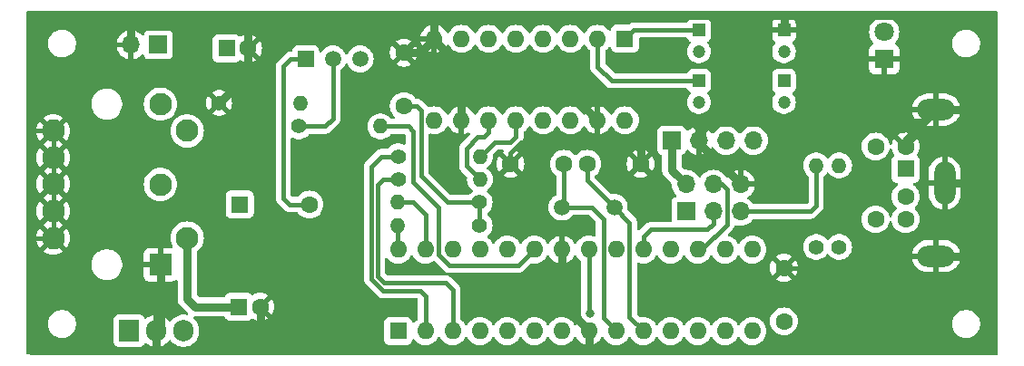
<source format=gbr>
%TF.GenerationSoftware,KiCad,Pcbnew,8.0.1*%
%TF.CreationDate,2024-05-13T00:47:24+01:00*%
%TF.ProjectId,TIMPS2Key,54494d50-5332-44b6-9579-2e6b69636164,rev?*%
%TF.SameCoordinates,Original*%
%TF.FileFunction,Copper,L2,Bot*%
%TF.FilePolarity,Positive*%
%FSLAX46Y46*%
G04 Gerber Fmt 4.6, Leading zero omitted, Abs format (unit mm)*
G04 Created by KiCad (PCBNEW 8.0.1) date 2024-05-13 00:47:24*
%MOMM*%
%LPD*%
G01*
G04 APERTURE LIST*
%TA.AperFunction,ComponentPad*%
%ADD10R,1.200000X1.200000*%
%TD*%
%TA.AperFunction,ComponentPad*%
%ADD11C,1.200000*%
%TD*%
%TA.AperFunction,ComponentPad*%
%ADD12R,2.100000X2.100000*%
%TD*%
%TA.AperFunction,ComponentPad*%
%ADD13C,2.100000*%
%TD*%
%TA.AperFunction,ComponentPad*%
%ADD14R,1.600000X1.600000*%
%TD*%
%TA.AperFunction,ComponentPad*%
%ADD15C,1.600000*%
%TD*%
%TA.AperFunction,ComponentPad*%
%ADD16O,3.500000X2.000000*%
%TD*%
%TA.AperFunction,ComponentPad*%
%ADD17O,2.000000X4.000000*%
%TD*%
%TA.AperFunction,ComponentPad*%
%ADD18C,1.400000*%
%TD*%
%TA.AperFunction,ComponentPad*%
%ADD19O,1.400000X1.400000*%
%TD*%
%TA.AperFunction,ComponentPad*%
%ADD20C,1.500000*%
%TD*%
%TA.AperFunction,ComponentPad*%
%ADD21O,1.600000X1.600000*%
%TD*%
%TA.AperFunction,ComponentPad*%
%ADD22R,1.700000X1.700000*%
%TD*%
%TA.AperFunction,ComponentPad*%
%ADD23O,1.700000X1.700000*%
%TD*%
%TA.AperFunction,ComponentPad*%
%ADD24R,1.800000X1.800000*%
%TD*%
%TA.AperFunction,ComponentPad*%
%ADD25C,1.800000*%
%TD*%
%TA.AperFunction,ComponentPad*%
%ADD26R,1.500000X1.500000*%
%TD*%
%TA.AperFunction,ComponentPad*%
%ADD27R,1.905000X2.000000*%
%TD*%
%TA.AperFunction,ComponentPad*%
%ADD28O,1.905000X2.000000*%
%TD*%
%TA.AperFunction,ViaPad*%
%ADD29C,0.800000*%
%TD*%
%TA.AperFunction,Conductor*%
%ADD30C,0.400000*%
%TD*%
%TA.AperFunction,Conductor*%
%ADD31C,0.800000*%
%TD*%
G04 APERTURE END LIST*
D10*
%TO.P,C8,1*%
%TO.N,Net-(U2-C2+)*%
X151350000Y-53290000D03*
D11*
%TO.P,C8,2*%
%TO.N,Net-(U2-C2-)*%
X151350000Y-55290000D03*
%TD*%
D12*
%TO.P,J1,1*%
%TO.N,GND*%
X93200000Y-70480000D03*
D13*
%TO.P,J1,2*%
%TO.N,S_TX*%
X93200000Y-62975000D03*
%TO.P,J1,3*%
%TO.N,S_RX*%
X93200000Y-55470000D03*
%TO.P,J1,4*%
%TO.N,+12V*%
X95690000Y-67980000D03*
%TO.P,J1,5*%
X95690000Y-57970000D03*
%TO.P,J1,G*%
%TO.N,GND*%
X83193200Y-67980000D03*
X83193200Y-65475000D03*
X83193200Y-62924200D03*
X83193200Y-60475000D03*
X83193200Y-57970000D03*
%TD*%
D14*
%TO.P,J2,1*%
%TO.N,ADMISO*%
X162700000Y-61530000D03*
D15*
%TO.P,J2,2*%
%TO.N,unconnected-(J2-Pad2)*%
X162700000Y-64130000D03*
%TO.P,J2,3*%
%TO.N,GND*%
X162700000Y-59430000D03*
%TO.P,J2,4*%
%TO.N,+5V*%
X162700000Y-66230000D03*
%TO.P,J2,5*%
%TO.N,PS2-CLK*%
X159900000Y-59430000D03*
%TO.P,J2,6*%
%TO.N,unconnected-(J2-Pad6)*%
X159900000Y-66230000D03*
D16*
%TO.P,J2,7*%
%TO.N,GND*%
X165550000Y-69680000D03*
D17*
X166350000Y-62830000D03*
D16*
X165550000Y-55980000D03*
%TD*%
D18*
%TO.P,R2,1*%
%TO.N,GND*%
X98680000Y-55350000D03*
D19*
%TO.P,R2,2*%
%TO.N,Net-(Q1-E)*%
X106300000Y-55350000D03*
%TD*%
D15*
%TO.P,C2,1*%
%TO.N,Net-(U4-AREF)*%
X151350000Y-75770000D03*
%TO.P,C2,2*%
%TO.N,GND*%
X151350000Y-70770000D03*
%TD*%
D18*
%TO.P,R4,1*%
%TO.N,+5V*%
X122980000Y-66800000D03*
D19*
%TO.P,R4,2*%
%TO.N,N_SCL*%
X115360000Y-66800000D03*
%TD*%
D10*
%TO.P,C7,1*%
%TO.N,Net-(U2-C1+)*%
X143420000Y-48550000D03*
D11*
%TO.P,C7,2*%
%TO.N,Net-(U2-C1-)*%
X143420000Y-50550000D03*
%TD*%
D20*
%TO.P,Y1,1,1*%
%TO.N,Net-(U4-PB6)*%
X130640000Y-65100000D03*
%TO.P,Y1,2,2*%
%TO.N,Net-(U4-PB7)*%
X135520000Y-65100000D03*
%TD*%
D18*
%TO.P,R5,1*%
%TO.N,+5V*%
X122980000Y-64650000D03*
D19*
%TO.P,R5,2*%
%TO.N,N_SDA*%
X115360000Y-64650000D03*
%TD*%
D14*
%TO.P,U4,1,PC6*%
%TO.N,ADRESET*%
X115380000Y-76670000D03*
D21*
%TO.P,U4,2,PD0*%
%TO.N,/AD0*%
X117920000Y-76670000D03*
%TO.P,U4,3,PD1*%
%TO.N,/AD1*%
X120460000Y-76670000D03*
%TO.P,U4,4,PD2*%
%TO.N,/AD2*%
X123000000Y-76670000D03*
%TO.P,U4,5,PD3*%
%TO.N,PS2-CLK*%
X125540000Y-76670000D03*
%TO.P,U4,6,PD4*%
%TO.N,/AD4*%
X128080000Y-76670000D03*
%TO.P,U4,7,VCC*%
%TO.N,+5V*%
X130620000Y-76670000D03*
%TO.P,U4,8,GND*%
%TO.N,GND*%
X133160000Y-76670000D03*
%TO.P,U4,9,PB6*%
%TO.N,Net-(U4-PB6)*%
X135700000Y-76670000D03*
%TO.P,U4,10,PB7*%
%TO.N,Net-(U4-PB7)*%
X138240000Y-76670000D03*
%TO.P,U4,11,PD5*%
%TO.N,/AD5*%
X140780000Y-76670000D03*
%TO.P,U4,12,PD6*%
%TO.N,/AD6*%
X143320000Y-76670000D03*
%TO.P,U4,13,PD7*%
%TO.N,/AD7*%
X145860000Y-76670000D03*
%TO.P,U4,14,PB0*%
%TO.N,/AD8*%
X148400000Y-76670000D03*
%TO.P,U4,15,PB1*%
%TO.N,/AD9*%
X148400000Y-69050000D03*
%TO.P,U4,16,PB2*%
%TO.N,/AD10*%
X145860000Y-69050000D03*
%TO.P,U4,17,PB3*%
%TO.N,ADMOSI*%
X143320000Y-69050000D03*
%TO.P,U4,18,PB4*%
%TO.N,ADMISO*%
X140780000Y-69050000D03*
%TO.P,U4,19,PB5*%
%TO.N,ADSCK*%
X138240000Y-69050000D03*
%TO.P,U4,20,AVCC*%
%TO.N,+5V*%
X135700000Y-69050000D03*
%TO.P,U4,21,AREF*%
%TO.N,Net-(U4-AREF)*%
X133160000Y-69050000D03*
%TO.P,U4,22,GND*%
%TO.N,GND*%
X130620000Y-69050000D03*
%TO.P,U4,23,PC0*%
%TO.N,SOUND*%
X128080000Y-69050000D03*
%TO.P,U4,24,PC1*%
%TO.N,/AA1*%
X125540000Y-69050000D03*
%TO.P,U4,25,PC2*%
%TO.N,/AA2*%
X123000000Y-69050000D03*
%TO.P,U4,26,PC3*%
%TO.N,/AA3*%
X120460000Y-69050000D03*
%TO.P,U4,27,PC4*%
%TO.N,N_SDA*%
X117920000Y-69050000D03*
%TO.P,U4,28,PC5*%
%TO.N,N_SCL*%
X115380000Y-69050000D03*
%TD*%
D15*
%TO.P,C9,1*%
%TO.N,Net-(U4-PB6)*%
X130840000Y-61050000D03*
%TO.P,C9,2*%
%TO.N,GND*%
X125840000Y-61050000D03*
%TD*%
D22*
%TO.P,J4,1,Pin_1*%
%TO.N,+5V*%
X140880000Y-58850000D03*
D23*
%TO.P,J4,2,Pin_2*%
%TO.N,GND*%
X143420000Y-58850000D03*
%TO.P,J4,3,Pin_3*%
%TO.N,N_SDA*%
X145960000Y-58850000D03*
%TO.P,J4,4,Pin_4*%
%TO.N,N_SCL*%
X148500000Y-58850000D03*
%TD*%
D18*
%TO.P,R6,1*%
%TO.N,+5V*%
X154350000Y-68820000D03*
D19*
%TO.P,R6,2*%
%TO.N,ADRESET*%
X154350000Y-61200000D03*
%TD*%
D24*
%TO.P,D1,1,K*%
%TO.N,GND*%
X160700000Y-51275000D03*
D25*
%TO.P,D1,2,A*%
%TO.N,Net-(D1-A)*%
X160700000Y-48735000D03*
%TD*%
D15*
%TO.P,C4,1*%
%TO.N,GND*%
X115900000Y-50660000D03*
%TO.P,C4,2*%
%TO.N,+5V*%
X115900000Y-55660000D03*
%TD*%
D18*
%TO.P,R3,1*%
%TO.N,Net-(Q1-B)*%
X106090000Y-57550000D03*
D19*
%TO.P,R3,2*%
%TO.N,SOUND*%
X113710000Y-57550000D03*
%TD*%
D22*
%TO.P,J5,1,Pin_1*%
%TO.N,ADMISO*%
X142220000Y-65500000D03*
D23*
%TO.P,J5,2,Pin_2*%
%TO.N,+5V*%
X142220000Y-62960000D03*
%TO.P,J5,3,Pin_3*%
%TO.N,ADSCK*%
X144760000Y-65500000D03*
%TO.P,J5,4,Pin_4*%
%TO.N,ADMOSI*%
X144760000Y-62960000D03*
%TO.P,J5,5,Pin_5*%
%TO.N,ADRESET*%
X147300000Y-65500000D03*
%TO.P,J5,6,Pin_6*%
%TO.N,GND*%
X147300000Y-62960000D03*
%TD*%
D26*
%TO.P,Q1,1,C*%
%TO.N,Net-(BZ1--)*%
X106750000Y-51250000D03*
D20*
%TO.P,Q1,2,B*%
%TO.N,Net-(Q1-B)*%
X109290000Y-51250000D03*
%TO.P,Q1,3,E*%
%TO.N,Net-(Q1-E)*%
X111830000Y-51250000D03*
%TD*%
D22*
%TO.P,J3,1,Pin_1*%
%TO.N,+5V*%
X93000000Y-49930000D03*
D23*
%TO.P,J3,2,Pin_2*%
%TO.N,GND*%
X90460000Y-49930000D03*
%TD*%
D14*
%TO.P,BZ1,1,+*%
%TO.N,+5V*%
X100600000Y-64850000D03*
D15*
%TO.P,BZ1,2,-*%
%TO.N,Net-(BZ1--)*%
X107100000Y-64850000D03*
%TD*%
D14*
%TO.P,C1,1*%
%TO.N,+5V*%
X99370000Y-50260000D03*
D15*
%TO.P,C1,2*%
%TO.N,GND*%
X101370000Y-50260000D03*
%TD*%
D27*
%TO.P,U3,1,VI*%
%TO.N,+12V*%
X90280000Y-76650000D03*
D28*
%TO.P,U3,2,GND*%
%TO.N,GND*%
X92820000Y-76650000D03*
%TO.P,U3,3,VO*%
%TO.N,+5V*%
X95360000Y-76650000D03*
%TD*%
D10*
%TO.P,C5,1*%
%TO.N,Net-(U2-VS+)*%
X143420000Y-53290000D03*
D11*
%TO.P,C5,2*%
%TO.N,+5V*%
X143420000Y-55290000D03*
%TD*%
D14*
%TO.P,C3,1*%
%TO.N,+12V*%
X100500000Y-74400000D03*
D15*
%TO.P,C3,2*%
%TO.N,GND*%
X102500000Y-74400000D03*
%TD*%
D18*
%TO.P,R7,1*%
%TO.N,/AD0*%
X115370000Y-60350000D03*
D19*
%TO.P,R7,2*%
%TO.N,N_RX*%
X122990000Y-60350000D03*
%TD*%
D14*
%TO.P,U2,1,C1+*%
%TO.N,Net-(U2-C1+)*%
X136520000Y-49360000D03*
D21*
%TO.P,U2,2,VS+*%
%TO.N,Net-(U2-VS+)*%
X133980000Y-49360000D03*
%TO.P,U2,3,C1-*%
%TO.N,Net-(U2-C1-)*%
X131440000Y-49360000D03*
%TO.P,U2,4,C2+*%
%TO.N,Net-(U2-C2+)*%
X128900000Y-49360000D03*
%TO.P,U2,5,C2-*%
%TO.N,Net-(U2-C2-)*%
X126360000Y-49360000D03*
%TO.P,U2,6,VS-*%
%TO.N,Net-(U2-VS-)*%
X123820000Y-49360000D03*
%TO.P,U2,7,T2OUT*%
%TO.N,unconnected-(U2-T2OUT-Pad7)*%
X121280000Y-49360000D03*
%TO.P,U2,8,R2IN*%
%TO.N,GND*%
X118740000Y-49360000D03*
%TO.P,U2,9,R2OUT*%
%TO.N,unconnected-(U2-R2OUT-Pad9)*%
X118740000Y-56980000D03*
%TO.P,U2,10,T2IN*%
%TO.N,GND*%
X121280000Y-56980000D03*
%TO.P,U2,11,T1IN*%
%TO.N,N_TX*%
X123820000Y-56980000D03*
%TO.P,U2,12,R1OUT*%
%TO.N,N_RX*%
X126360000Y-56980000D03*
%TO.P,U2,13,R1IN*%
%TO.N,S_RX*%
X128900000Y-56980000D03*
%TO.P,U2,14,T1OUT*%
%TO.N,S_TX*%
X131440000Y-56980000D03*
%TO.P,U2,15,GND*%
%TO.N,GND*%
X133980000Y-56980000D03*
%TO.P,U2,16,VCC*%
%TO.N,+5V*%
X136520000Y-56980000D03*
%TD*%
D10*
%TO.P,C6,1*%
%TO.N,GND*%
X151350000Y-48550000D03*
D11*
%TO.P,C6,2*%
%TO.N,Net-(U2-VS-)*%
X151350000Y-50550000D03*
%TD*%
D15*
%TO.P,C10,1*%
%TO.N,Net-(U4-PB7)*%
X132990000Y-61050000D03*
%TO.P,C10,2*%
%TO.N,GND*%
X137990000Y-61050000D03*
%TD*%
D18*
%TO.P,R1,1*%
%TO.N,+5V*%
X156500000Y-68820000D03*
D19*
%TO.P,R1,2*%
%TO.N,Net-(D1-A)*%
X156500000Y-61200000D03*
%TD*%
D18*
%TO.P,R8,1*%
%TO.N,/AD1*%
X115370000Y-62500000D03*
D19*
%TO.P,R8,2*%
%TO.N,N_TX*%
X122990000Y-62500000D03*
%TD*%
D29*
%TO.N,Net-(U4-AREF)*%
X133300000Y-75000000D03*
%TD*%
D30*
%TO.N,+5V*%
X117500000Y-62150000D02*
X117500000Y-56050000D01*
D31*
X140880000Y-61620000D02*
X142220000Y-62960000D01*
X140880000Y-58850000D02*
X140880000Y-61620000D01*
D30*
X122980000Y-64650000D02*
X122980000Y-66800000D01*
X122980000Y-64650000D02*
X120000000Y-64650000D01*
X117110000Y-55660000D02*
X115900000Y-55660000D01*
X120000000Y-64650000D02*
X117500000Y-62150000D01*
X117500000Y-56050000D02*
X117110000Y-55660000D01*
D31*
%TO.N,GND*%
X153900000Y-78530000D02*
X170890000Y-78530000D01*
X143420000Y-58230000D02*
X144450000Y-57200000D01*
D30*
X137990000Y-61050000D02*
X137990000Y-59940000D01*
D31*
X118800000Y-47150000D02*
X101350000Y-47150000D01*
X121280000Y-55250000D02*
X132250000Y-55250000D01*
X170890000Y-47150000D02*
X163850000Y-47150000D01*
D30*
X137990000Y-59940000D02*
X137100000Y-59050000D01*
D31*
X144450000Y-57200000D02*
X164330000Y-57200000D01*
X142622081Y-56850000D02*
X139400000Y-56850000D01*
X101370000Y-50260000D02*
X101370000Y-47170000D01*
D30*
X83193200Y-57970000D02*
X81220000Y-57970000D01*
D31*
X170890000Y-78530000D02*
X170890000Y-62900000D01*
X118740000Y-49490000D02*
X121280000Y-52030000D01*
X160700000Y-47150000D02*
X151300000Y-47150000D01*
X102500000Y-78430000D02*
X102400000Y-78530000D01*
D30*
X137100000Y-59050000D02*
X133950000Y-59050000D01*
X160700000Y-51275000D02*
X162875000Y-51275000D01*
X126850000Y-59050000D02*
X125840000Y-60060000D01*
D31*
X165550000Y-69680000D02*
X170870000Y-69680000D01*
D30*
X133980000Y-59020000D02*
X133950000Y-59050000D01*
D31*
X92820000Y-78450000D02*
X92900000Y-78530000D01*
X165550000Y-55980000D02*
X170890000Y-55980000D01*
X117440000Y-50660000D02*
X118740000Y-49360000D01*
X143420000Y-57647919D02*
X142622081Y-56850000D01*
X118740000Y-47210000D02*
X118800000Y-47150000D01*
X143420000Y-59080000D02*
X147300000Y-62960000D01*
X166350000Y-62830000D02*
X170820000Y-62830000D01*
X102400000Y-78530000D02*
X153900000Y-78530000D01*
X92900000Y-78530000D02*
X102400000Y-78530000D01*
X93200000Y-70480000D02*
X93200000Y-76270000D01*
X137990000Y-58260000D02*
X137990000Y-61050000D01*
X143420000Y-58850000D02*
X143420000Y-59080000D01*
X118740000Y-49360000D02*
X118740000Y-47210000D01*
X101370000Y-52660000D02*
X101370000Y-50260000D01*
D30*
X83193200Y-67980000D02*
X81120000Y-67980000D01*
D31*
X170820000Y-62830000D02*
X170890000Y-62900000D01*
X139400000Y-56850000D02*
X137990000Y-58260000D01*
D30*
X153900000Y-71050000D02*
X153900000Y-78530000D01*
D31*
X151300000Y-47150000D02*
X118800000Y-47150000D01*
X102500000Y-74400000D02*
X102500000Y-78430000D01*
X81100000Y-68000000D02*
X81100000Y-78530000D01*
X151350000Y-48550000D02*
X151350000Y-47200000D01*
X115900000Y-50660000D02*
X117440000Y-50660000D01*
D30*
X83193200Y-57970000D02*
X83193200Y-67980000D01*
D31*
X121280000Y-52030000D02*
X121280000Y-55250000D01*
X98680000Y-55350000D02*
X101370000Y-52660000D01*
X163850000Y-47150000D02*
X160700000Y-47150000D01*
X93200000Y-76270000D02*
X92820000Y-76650000D01*
D30*
X133950000Y-59050000D02*
X126850000Y-59050000D01*
D31*
X121280000Y-55250000D02*
X121280000Y-56980000D01*
X130620000Y-74130000D02*
X133160000Y-76670000D01*
X162700000Y-59430000D02*
X162700000Y-58830000D01*
X130620000Y-69050000D02*
X130620000Y-74130000D01*
X101370000Y-47170000D02*
X101350000Y-47150000D01*
X92820000Y-76650000D02*
X92820000Y-78450000D01*
X132250000Y-55250000D02*
X133980000Y-56980000D01*
D30*
X163850000Y-50300000D02*
X163850000Y-47150000D01*
D31*
X162700000Y-58830000D02*
X165550000Y-55980000D01*
D30*
X81220000Y-57970000D02*
X81100000Y-57850000D01*
X133980000Y-56980000D02*
X133980000Y-59020000D01*
X162875000Y-51275000D02*
X163850000Y-50300000D01*
X153620000Y-70770000D02*
X153900000Y-71050000D01*
D31*
X133160000Y-76670000D02*
X133160000Y-78490000D01*
D30*
X151350000Y-70770000D02*
X153620000Y-70770000D01*
D31*
X143420000Y-58850000D02*
X143420000Y-57647919D01*
X151350000Y-47200000D02*
X151300000Y-47150000D01*
X81100000Y-78530000D02*
X97550000Y-78530000D01*
X143420000Y-58850000D02*
X143420000Y-58230000D01*
X90460000Y-49930000D02*
X90460000Y-47150000D01*
D30*
X125840000Y-60060000D02*
X125840000Y-61050000D01*
D31*
X90460000Y-47150000D02*
X90350000Y-47150000D01*
X101350000Y-47150000D02*
X81100000Y-47150000D01*
X81100000Y-47150000D02*
X81100000Y-57850000D01*
D30*
X81120000Y-67980000D02*
X81100000Y-68000000D01*
D31*
X81100000Y-57850000D02*
X81100000Y-68000000D01*
X118740000Y-49360000D02*
X118740000Y-49490000D01*
X164330000Y-57200000D02*
X165550000Y-55980000D01*
X170890000Y-62900000D02*
X170890000Y-47150000D01*
X170890000Y-55980000D02*
X170890000Y-56300000D01*
%TO.N,+12V*%
X96450000Y-74400000D02*
X95690000Y-73640000D01*
X100500000Y-74400000D02*
X96450000Y-74400000D01*
X95690000Y-73640000D02*
X95690000Y-67980000D01*
D30*
%TO.N,Net-(U2-VS+)*%
X133980000Y-51980000D02*
X135290000Y-53290000D01*
X135290000Y-53290000D02*
X143420000Y-53290000D01*
X133980000Y-49360000D02*
X133980000Y-51980000D01*
%TO.N,Net-(U2-C1+)*%
X143420000Y-48550000D02*
X137330000Y-48550000D01*
X137330000Y-48550000D02*
X136520000Y-49360000D01*
%TO.N,Net-(U4-AREF)*%
X133160000Y-69050000D02*
X133160000Y-74860000D01*
X133160000Y-74860000D02*
X133300000Y-75000000D01*
%TO.N,Net-(BZ1--)*%
X105350000Y-51250000D02*
X104650000Y-51950000D01*
X106750000Y-51250000D02*
X105350000Y-51250000D01*
X104650000Y-64250000D02*
X105250000Y-64850000D01*
X105250000Y-64850000D02*
X107100000Y-64850000D01*
X104650000Y-51950000D02*
X104650000Y-64250000D01*
%TO.N,N_SCL*%
X115360000Y-66800000D02*
X115360000Y-69030000D01*
X115360000Y-69030000D02*
X115380000Y-69050000D01*
%TO.N,Net-(U4-PB6)*%
X134500000Y-75470000D02*
X134500000Y-66200000D01*
X130840000Y-61050000D02*
X130840000Y-64900000D01*
X130840000Y-64900000D02*
X130640000Y-65100000D01*
X134500000Y-66200000D02*
X133400000Y-65100000D01*
X135700000Y-76670000D02*
X134500000Y-75470000D01*
X133400000Y-65100000D02*
X130640000Y-65100000D01*
%TO.N,Net-(U4-PB7)*%
X132990000Y-62570000D02*
X132990000Y-61050000D01*
X136950000Y-66530000D02*
X135520000Y-65100000D01*
X138240000Y-76670000D02*
X136950000Y-75380000D01*
X136950000Y-75380000D02*
X136950000Y-66530000D01*
X135520000Y-65100000D02*
X132990000Y-62570000D01*
%TO.N,ADMOSI*%
X145560000Y-62960000D02*
X144760000Y-62960000D01*
X143320000Y-69050000D02*
X143700000Y-69050000D01*
X146050000Y-63450000D02*
X145560000Y-62960000D01*
X146050000Y-66700000D02*
X146050000Y-63450000D01*
X143700000Y-69050000D02*
X146050000Y-66700000D01*
%TO.N,ADSCK*%
X144760000Y-65500000D02*
X144760000Y-66640000D01*
X138240000Y-69050000D02*
X138240000Y-67860000D01*
X138240000Y-67860000D02*
X138900000Y-67200000D01*
X144760000Y-66640000D02*
X144200000Y-67200000D01*
X138900000Y-67200000D02*
X144200000Y-67200000D01*
%TO.N,ADRESET*%
X153800000Y-65500000D02*
X147300000Y-65500000D01*
X154350000Y-61200000D02*
X154350000Y-64950000D01*
X154350000Y-64950000D02*
X153800000Y-65500000D01*
%TO.N,/AD0*%
X117920000Y-73420000D02*
X117920000Y-76670000D01*
X112850000Y-71798528D02*
X113951472Y-72900000D01*
X115370000Y-60350000D02*
X113800000Y-60350000D01*
X113800000Y-60350000D02*
X112850000Y-61300000D01*
X113951472Y-72900000D02*
X117400000Y-72900000D01*
X112850000Y-61300000D02*
X112850000Y-71798528D01*
X117400000Y-72900000D02*
X117920000Y-73420000D01*
%TO.N,/AD1*%
X119800000Y-72150000D02*
X120460000Y-72810000D01*
X113450000Y-71550000D02*
X114050000Y-72150000D01*
X115370000Y-62500000D02*
X113950000Y-62500000D01*
X113950000Y-62500000D02*
X113450000Y-63000000D01*
X113450000Y-63000000D02*
X113450000Y-71550000D01*
X120460000Y-72810000D02*
X120460000Y-76670000D01*
X114050000Y-72150000D02*
X119800000Y-72150000D01*
%TO.N,N_SDA*%
X116750000Y-64650000D02*
X117920000Y-65820000D01*
X115360000Y-64650000D02*
X116750000Y-64650000D01*
X117920000Y-65820000D02*
X117920000Y-69050000D01*
%TO.N,Net-(Q1-B)*%
X106090000Y-57550000D02*
X108550000Y-57550000D01*
X108550000Y-57550000D02*
X109290000Y-56810000D01*
X109290000Y-56810000D02*
X109290000Y-51250000D01*
%TO.N,SOUND*%
X128080000Y-69050000D02*
X126580000Y-70550000D01*
X119150000Y-65150000D02*
X116750000Y-62750000D01*
X116300000Y-57550000D02*
X113710000Y-57550000D01*
X120150000Y-70550000D02*
X119150000Y-69550000D01*
X119150000Y-69550000D02*
X119150000Y-65150000D01*
X126580000Y-70550000D02*
X120150000Y-70550000D01*
X116750000Y-62750000D02*
X116750000Y-58000000D01*
X116750000Y-58000000D02*
X116300000Y-57550000D01*
%TO.N,N_TX*%
X123820000Y-58080000D02*
X123350000Y-58550000D01*
X123350000Y-58550000D02*
X122800000Y-58550000D01*
X121750000Y-59600000D02*
X121750000Y-61260000D01*
X121750000Y-61260000D02*
X122990000Y-62500000D01*
X123820000Y-56980000D02*
X123820000Y-58080000D01*
X122800000Y-58550000D02*
X121750000Y-59600000D01*
%TO.N,N_RX*%
X122990000Y-60350000D02*
X124340000Y-59000000D01*
X126360000Y-58490000D02*
X126360000Y-56980000D01*
X125850000Y-59000000D02*
X126360000Y-58490000D01*
X124340000Y-59000000D02*
X125850000Y-59000000D01*
%TD*%
%TA.AperFunction,Conductor*%
%TO.N,GND*%
G36*
X130870000Y-70328872D02*
G01*
X131066317Y-70276269D01*
X131066326Y-70276265D01*
X131272482Y-70180134D01*
X131458820Y-70049657D01*
X131619657Y-69888820D01*
X131750132Y-69702484D01*
X131777341Y-69644134D01*
X131823513Y-69591695D01*
X131890707Y-69572542D01*
X131957588Y-69592757D01*
X132002106Y-69644133D01*
X132029431Y-69702732D01*
X132029432Y-69702734D01*
X132159954Y-69889141D01*
X132320857Y-70050044D01*
X132320860Y-70050046D01*
X132320861Y-70050047D01*
X132406623Y-70110097D01*
X132450248Y-70164673D01*
X132459500Y-70211672D01*
X132459500Y-74653073D01*
X132453431Y-74691391D01*
X132416589Y-74804780D01*
X132414326Y-74811744D01*
X132394540Y-75000000D01*
X132414326Y-75188256D01*
X132414327Y-75188259D01*
X132472818Y-75368277D01*
X132472821Y-75368284D01*
X132490436Y-75398795D01*
X132496541Y-75409368D01*
X132513014Y-75477269D01*
X132490161Y-75543295D01*
X132460278Y-75572942D01*
X132321183Y-75670338D01*
X132160342Y-75831179D01*
X132029867Y-76017515D01*
X132002657Y-76075867D01*
X131956484Y-76128306D01*
X131889290Y-76147457D01*
X131822409Y-76127241D01*
X131777893Y-76075865D01*
X131750570Y-76017271D01*
X131750567Y-76017265D01*
X131736165Y-75996697D01*
X131620047Y-75830861D01*
X131620045Y-75830858D01*
X131459141Y-75669954D01*
X131272734Y-75539432D01*
X131272732Y-75539431D01*
X131066497Y-75443261D01*
X131066488Y-75443258D01*
X130846697Y-75384366D01*
X130846693Y-75384365D01*
X130846692Y-75384365D01*
X130846691Y-75384364D01*
X130846686Y-75384364D01*
X130620002Y-75364532D01*
X130619998Y-75364532D01*
X130393313Y-75384364D01*
X130393302Y-75384366D01*
X130173511Y-75443258D01*
X130173502Y-75443261D01*
X129967267Y-75539431D01*
X129967265Y-75539432D01*
X129780858Y-75669954D01*
X129619954Y-75830858D01*
X129489432Y-76017265D01*
X129489431Y-76017267D01*
X129462382Y-76075275D01*
X129416209Y-76127714D01*
X129349016Y-76146866D01*
X129282135Y-76126650D01*
X129237618Y-76075275D01*
X129210568Y-76017267D01*
X129210567Y-76017265D01*
X129196165Y-75996697D01*
X129080047Y-75830861D01*
X129080045Y-75830858D01*
X128919141Y-75669954D01*
X128732734Y-75539432D01*
X128732732Y-75539431D01*
X128526497Y-75443261D01*
X128526488Y-75443258D01*
X128306697Y-75384366D01*
X128306693Y-75384365D01*
X128306692Y-75384365D01*
X128306691Y-75384364D01*
X128306686Y-75384364D01*
X128080002Y-75364532D01*
X128079998Y-75364532D01*
X127853313Y-75384364D01*
X127853302Y-75384366D01*
X127633511Y-75443258D01*
X127633502Y-75443261D01*
X127427267Y-75539431D01*
X127427265Y-75539432D01*
X127240858Y-75669954D01*
X127079954Y-75830858D01*
X126949432Y-76017265D01*
X126949431Y-76017267D01*
X126922382Y-76075275D01*
X126876209Y-76127714D01*
X126809016Y-76146866D01*
X126742135Y-76126650D01*
X126697618Y-76075275D01*
X126670568Y-76017267D01*
X126670567Y-76017265D01*
X126656165Y-75996697D01*
X126540047Y-75830861D01*
X126540045Y-75830858D01*
X126379141Y-75669954D01*
X126192734Y-75539432D01*
X126192732Y-75539431D01*
X125986497Y-75443261D01*
X125986488Y-75443258D01*
X125766697Y-75384366D01*
X125766693Y-75384365D01*
X125766692Y-75384365D01*
X125766691Y-75384364D01*
X125766686Y-75384364D01*
X125540002Y-75364532D01*
X125539998Y-75364532D01*
X125313313Y-75384364D01*
X125313302Y-75384366D01*
X125093511Y-75443258D01*
X125093502Y-75443261D01*
X124887267Y-75539431D01*
X124887265Y-75539432D01*
X124700858Y-75669954D01*
X124539954Y-75830858D01*
X124409432Y-76017265D01*
X124409431Y-76017267D01*
X124382382Y-76075275D01*
X124336209Y-76127714D01*
X124269016Y-76146866D01*
X124202135Y-76126650D01*
X124157618Y-76075275D01*
X124130568Y-76017267D01*
X124130567Y-76017265D01*
X124116165Y-75996697D01*
X124000047Y-75830861D01*
X124000045Y-75830858D01*
X123839141Y-75669954D01*
X123652734Y-75539432D01*
X123652732Y-75539431D01*
X123446497Y-75443261D01*
X123446488Y-75443258D01*
X123226697Y-75384366D01*
X123226693Y-75384365D01*
X123226692Y-75384365D01*
X123226691Y-75384364D01*
X123226686Y-75384364D01*
X123000002Y-75364532D01*
X122999998Y-75364532D01*
X122773313Y-75384364D01*
X122773302Y-75384366D01*
X122553511Y-75443258D01*
X122553502Y-75443261D01*
X122347267Y-75539431D01*
X122347265Y-75539432D01*
X122160858Y-75669954D01*
X121999954Y-75830858D01*
X121869432Y-76017265D01*
X121869431Y-76017267D01*
X121842382Y-76075275D01*
X121796209Y-76127714D01*
X121729016Y-76146866D01*
X121662135Y-76126650D01*
X121617618Y-76075275D01*
X121590568Y-76017267D01*
X121590567Y-76017265D01*
X121576165Y-75996697D01*
X121513813Y-75907648D01*
X121460048Y-75830862D01*
X121386087Y-75756901D01*
X121299139Y-75669953D01*
X121213376Y-75609901D01*
X121169751Y-75555324D01*
X121160500Y-75508326D01*
X121160500Y-72741004D01*
X121133581Y-72605677D01*
X121133580Y-72605676D01*
X121133580Y-72605672D01*
X121080775Y-72478189D01*
X121041429Y-72419303D01*
X121004114Y-72363457D01*
X121004111Y-72363453D01*
X120246545Y-71605887D01*
X120131807Y-71529222D01*
X120034847Y-71489061D01*
X119980443Y-71445220D01*
X119964656Y-71397791D01*
X119923206Y-71436384D01*
X119867701Y-71449500D01*
X114391519Y-71449500D01*
X114324480Y-71429815D01*
X114303838Y-71413181D01*
X114186819Y-71296162D01*
X114153334Y-71234839D01*
X114150500Y-71208481D01*
X114150500Y-69954724D01*
X114170185Y-69887685D01*
X114222989Y-69841930D01*
X114292147Y-69831986D01*
X114355703Y-69861011D01*
X114376076Y-69883602D01*
X114379955Y-69889142D01*
X114540858Y-70050045D01*
X114540861Y-70050047D01*
X114727266Y-70180568D01*
X114933504Y-70276739D01*
X115153308Y-70335635D01*
X115315230Y-70349801D01*
X115379998Y-70355468D01*
X115380000Y-70355468D01*
X115380002Y-70355468D01*
X115436673Y-70350509D01*
X115606692Y-70335635D01*
X115826496Y-70276739D01*
X116032734Y-70180568D01*
X116219139Y-70050047D01*
X116380047Y-69889139D01*
X116510568Y-69702734D01*
X116537618Y-69644724D01*
X116583790Y-69592285D01*
X116650983Y-69573133D01*
X116717865Y-69593348D01*
X116762382Y-69644725D01*
X116789429Y-69702728D01*
X116789432Y-69702734D01*
X116919954Y-69889141D01*
X117080858Y-70050045D01*
X117080861Y-70050047D01*
X117267266Y-70180568D01*
X117473504Y-70276739D01*
X117693308Y-70335635D01*
X117855230Y-70349801D01*
X117919998Y-70355468D01*
X117920000Y-70355468D01*
X117920002Y-70355468D01*
X117976673Y-70350509D01*
X118146692Y-70335635D01*
X118366496Y-70276739D01*
X118572734Y-70180568D01*
X118615241Y-70150804D01*
X118681442Y-70128478D01*
X118749210Y-70145487D01*
X118774042Y-70164699D01*
X119703453Y-71094111D01*
X119703454Y-71094112D01*
X119818192Y-71170777D01*
X119915153Y-71210939D01*
X119969557Y-71254780D01*
X119985343Y-71302208D01*
X120026794Y-71263616D01*
X120082299Y-71250500D01*
X126648996Y-71250500D01*
X126740040Y-71232389D01*
X126784328Y-71223580D01*
X126889540Y-71180000D01*
X126911807Y-71170777D01*
X126911808Y-71170776D01*
X126911811Y-71170775D01*
X127026543Y-71094114D01*
X127749630Y-70371025D01*
X127810951Y-70337542D01*
X127848117Y-70335180D01*
X127853303Y-70335633D01*
X127853308Y-70335635D01*
X128058263Y-70353566D01*
X128079999Y-70355468D01*
X128080000Y-70355468D01*
X128080002Y-70355468D01*
X128136673Y-70350509D01*
X128306692Y-70335635D01*
X128526496Y-70276739D01*
X128732734Y-70180568D01*
X128919139Y-70050047D01*
X129080047Y-69889139D01*
X129210568Y-69702734D01*
X129237895Y-69644129D01*
X129284064Y-69591695D01*
X129351257Y-69572542D01*
X129418139Y-69592757D01*
X129462657Y-69644133D01*
X129489865Y-69702482D01*
X129620342Y-69888820D01*
X129781179Y-70049657D01*
X129967517Y-70180134D01*
X130173673Y-70276265D01*
X130173682Y-70276269D01*
X130369999Y-70328872D01*
X130370000Y-70328871D01*
X130370000Y-69365686D01*
X130374394Y-69370080D01*
X130465606Y-69422741D01*
X130567339Y-69450000D01*
X130672661Y-69450000D01*
X130774394Y-69422741D01*
X130865606Y-69370080D01*
X130870000Y-69365686D01*
X130870000Y-70328872D01*
G37*
%TD.AperFunction*%
%TA.AperFunction,Conductor*%
G36*
X121530000Y-58258872D02*
G01*
X121726317Y-58206269D01*
X121726326Y-58206266D01*
X121888593Y-58130599D01*
X121957670Y-58120107D01*
X122021454Y-58148626D01*
X122059694Y-58207103D01*
X122060249Y-58276970D01*
X122028679Y-58330662D01*
X121205890Y-59153451D01*
X121205884Y-59153458D01*
X121171895Y-59204328D01*
X121171895Y-59204329D01*
X121150560Y-59236259D01*
X121129225Y-59268188D01*
X121129221Y-59268195D01*
X121076421Y-59395667D01*
X121076418Y-59395677D01*
X121049500Y-59531004D01*
X121049500Y-59531007D01*
X121049500Y-61191006D01*
X121049500Y-61328994D01*
X121049500Y-61328996D01*
X121049499Y-61328996D01*
X121076418Y-61464322D01*
X121076421Y-61464332D01*
X121129222Y-61591807D01*
X121205887Y-61706545D01*
X121205888Y-61706546D01*
X121761427Y-62262084D01*
X121794912Y-62323407D01*
X121797217Y-62361205D01*
X121784357Y-62499998D01*
X121784357Y-62500000D01*
X121804884Y-62721535D01*
X121804885Y-62721537D01*
X121865769Y-62935523D01*
X121865775Y-62935538D01*
X121964938Y-63134683D01*
X121964943Y-63134691D01*
X122099020Y-63312238D01*
X122263435Y-63462122D01*
X122270470Y-63466478D01*
X122317104Y-63518507D01*
X122328207Y-63587489D01*
X122300252Y-63651523D01*
X122270470Y-63677330D01*
X122253435Y-63687877D01*
X122089020Y-63837761D01*
X122041849Y-63900227D01*
X121985740Y-63941863D01*
X121942895Y-63949500D01*
X120341519Y-63949500D01*
X120274480Y-63929815D01*
X120253838Y-63913181D01*
X118236819Y-61896162D01*
X118203334Y-61834839D01*
X118200500Y-61808481D01*
X118200500Y-58343418D01*
X118220185Y-58276379D01*
X118272989Y-58230624D01*
X118342147Y-58220680D01*
X118356580Y-58223640D01*
X118513308Y-58265635D01*
X118675230Y-58279801D01*
X118739998Y-58285468D01*
X118740000Y-58285468D01*
X118740002Y-58285468D01*
X118804614Y-58279815D01*
X118966692Y-58265635D01*
X119186496Y-58206739D01*
X119392734Y-58110568D01*
X119579139Y-57980047D01*
X119740047Y-57819139D01*
X119870568Y-57632734D01*
X119897895Y-57574129D01*
X119944064Y-57521695D01*
X120011257Y-57502542D01*
X120078139Y-57522757D01*
X120122657Y-57574133D01*
X120149865Y-57632482D01*
X120280342Y-57818820D01*
X120441179Y-57979657D01*
X120627517Y-58110134D01*
X120833673Y-58206265D01*
X120833682Y-58206269D01*
X121029999Y-58258872D01*
X121030000Y-58258871D01*
X121030000Y-57295686D01*
X121034394Y-57300080D01*
X121125606Y-57352741D01*
X121227339Y-57380000D01*
X121332661Y-57380000D01*
X121434394Y-57352741D01*
X121525606Y-57300080D01*
X121530000Y-57295686D01*
X121530000Y-58258872D01*
G37*
%TD.AperFunction*%
%TA.AperFunction,Conductor*%
G36*
X171166070Y-46750312D02*
G01*
X171233097Y-46770034D01*
X171278823Y-46822863D01*
X171290000Y-46874312D01*
X171290000Y-78806000D01*
X171270315Y-78873039D01*
X171217511Y-78918794D01*
X171166000Y-78930000D01*
X170599780Y-78930000D01*
X80833932Y-78880449D01*
X80766903Y-78860727D01*
X80721177Y-78807898D01*
X80710000Y-78756449D01*
X80710000Y-77697870D01*
X88827000Y-77697870D01*
X88827001Y-77697876D01*
X88833408Y-77757483D01*
X88883702Y-77892328D01*
X88883706Y-77892335D01*
X88969952Y-78007544D01*
X88969955Y-78007547D01*
X89085164Y-78093793D01*
X89085171Y-78093797D01*
X89220017Y-78144091D01*
X89220016Y-78144091D01*
X89226944Y-78144835D01*
X89279627Y-78150500D01*
X91280372Y-78150499D01*
X91339983Y-78144091D01*
X91474831Y-78093796D01*
X91590046Y-78007546D01*
X91676296Y-77892331D01*
X91686872Y-77863974D01*
X91728740Y-77808041D01*
X91794204Y-77783622D01*
X91862477Y-77798472D01*
X91875940Y-77806988D01*
X92058723Y-77939788D01*
X92262429Y-78043582D01*
X92479871Y-78114234D01*
X92570000Y-78128509D01*
X92570000Y-77140747D01*
X92607708Y-77162518D01*
X92747591Y-77200000D01*
X92892409Y-77200000D01*
X93032292Y-77162518D01*
X93070000Y-77140747D01*
X93070000Y-78128508D01*
X93160128Y-78114234D01*
X93377570Y-78043582D01*
X93581276Y-77939788D01*
X93766242Y-77805402D01*
X93927905Y-77643739D01*
X93989371Y-77559137D01*
X94044701Y-77516470D01*
X94114314Y-77510491D01*
X94176109Y-77543096D01*
X94190007Y-77559134D01*
X94251714Y-77644066D01*
X94413434Y-77805786D01*
X94598462Y-77940217D01*
X94730599Y-78007544D01*
X94802244Y-78044049D01*
X95019751Y-78114721D01*
X95019752Y-78114721D01*
X95019755Y-78114722D01*
X95245646Y-78150500D01*
X95245647Y-78150500D01*
X95474353Y-78150500D01*
X95474354Y-78150500D01*
X95700245Y-78114722D01*
X95700248Y-78114721D01*
X95700249Y-78114721D01*
X95917755Y-78044049D01*
X95917755Y-78044048D01*
X95917758Y-78044048D01*
X96121538Y-77940217D01*
X96306566Y-77805786D01*
X96468286Y-77644066D01*
X96602717Y-77459038D01*
X96706548Y-77255258D01*
X96720511Y-77212285D01*
X96777221Y-77037749D01*
X96777221Y-77037748D01*
X96777222Y-77037745D01*
X96813000Y-76811854D01*
X96813000Y-76488146D01*
X96777222Y-76262255D01*
X96777221Y-76262251D01*
X96777221Y-76262250D01*
X96706549Y-76044744D01*
X96633053Y-75900500D01*
X96602717Y-75840962D01*
X96468286Y-75655934D01*
X96324533Y-75512181D01*
X96291048Y-75450858D01*
X96296032Y-75381166D01*
X96337904Y-75325233D01*
X96403368Y-75300816D01*
X96412214Y-75300500D01*
X99117209Y-75300500D01*
X99184248Y-75320185D01*
X99230003Y-75372989D01*
X99233391Y-75381167D01*
X99256202Y-75442328D01*
X99256206Y-75442335D01*
X99342452Y-75557544D01*
X99342455Y-75557547D01*
X99457664Y-75643793D01*
X99457671Y-75643797D01*
X99592517Y-75694091D01*
X99592516Y-75694091D01*
X99599444Y-75694835D01*
X99652127Y-75700500D01*
X101347872Y-75700499D01*
X101407483Y-75694091D01*
X101542331Y-75643796D01*
X101657546Y-75557546D01*
X101664350Y-75548455D01*
X101720280Y-75506584D01*
X101789971Y-75501597D01*
X101834740Y-75521188D01*
X101847512Y-75530130D01*
X101847518Y-75530134D01*
X102053673Y-75626265D01*
X102053682Y-75626269D01*
X102273389Y-75685139D01*
X102273400Y-75685141D01*
X102499998Y-75704966D01*
X102500002Y-75704966D01*
X102726599Y-75685141D01*
X102726610Y-75685139D01*
X102946317Y-75626269D01*
X102946331Y-75626264D01*
X103152478Y-75530136D01*
X103225471Y-75479024D01*
X102546447Y-74800000D01*
X102552661Y-74800000D01*
X102654394Y-74772741D01*
X102745606Y-74720080D01*
X102820080Y-74645606D01*
X102872741Y-74554394D01*
X102900000Y-74452661D01*
X102900000Y-74446447D01*
X103579024Y-75125471D01*
X103630136Y-75052478D01*
X103726264Y-74846331D01*
X103726269Y-74846317D01*
X103785139Y-74626610D01*
X103785141Y-74626599D01*
X103804966Y-74400002D01*
X103804966Y-74399997D01*
X103785141Y-74173400D01*
X103785139Y-74173389D01*
X103726269Y-73953682D01*
X103726264Y-73953668D01*
X103630136Y-73747521D01*
X103630132Y-73747513D01*
X103579025Y-73674526D01*
X102900000Y-74353551D01*
X102900000Y-74347339D01*
X102872741Y-74245606D01*
X102820080Y-74154394D01*
X102745606Y-74079920D01*
X102654394Y-74027259D01*
X102552661Y-74000000D01*
X102546447Y-74000000D01*
X103225472Y-73320974D01*
X103152478Y-73269863D01*
X102946331Y-73173735D01*
X102946317Y-73173730D01*
X102726610Y-73114860D01*
X102726599Y-73114858D01*
X102500002Y-73095034D01*
X102499998Y-73095034D01*
X102273400Y-73114858D01*
X102273389Y-73114860D01*
X102053682Y-73173730D01*
X102053673Y-73173734D01*
X101847512Y-73269868D01*
X101847507Y-73269871D01*
X101834736Y-73278813D01*
X101768529Y-73301138D01*
X101700763Y-73284124D01*
X101664352Y-73251546D01*
X101657546Y-73242454D01*
X101657544Y-73242453D01*
X101657544Y-73242452D01*
X101542335Y-73156206D01*
X101542328Y-73156202D01*
X101407482Y-73105908D01*
X101407483Y-73105908D01*
X101347883Y-73099501D01*
X101347881Y-73099500D01*
X101347873Y-73099500D01*
X101347864Y-73099500D01*
X99652129Y-73099500D01*
X99652123Y-73099501D01*
X99592516Y-73105908D01*
X99457671Y-73156202D01*
X99457664Y-73156206D01*
X99342455Y-73242452D01*
X99342452Y-73242455D01*
X99256206Y-73357664D01*
X99256202Y-73357671D01*
X99233391Y-73418833D01*
X99191520Y-73474767D01*
X99126056Y-73499184D01*
X99117209Y-73499500D01*
X96874361Y-73499500D01*
X96807322Y-73479815D01*
X96786684Y-73463185D01*
X96626816Y-73303317D01*
X96593334Y-73241996D01*
X96590500Y-73215638D01*
X96590500Y-71867524D01*
X112149499Y-71867524D01*
X112176418Y-72002850D01*
X112176421Y-72002860D01*
X112229222Y-72130335D01*
X112305887Y-72245073D01*
X113504926Y-73444112D01*
X113619664Y-73520777D01*
X113747139Y-73573578D01*
X113747144Y-73573580D01*
X113747148Y-73573580D01*
X113747149Y-73573581D01*
X113882475Y-73600500D01*
X113882478Y-73600500D01*
X113882479Y-73600500D01*
X117058481Y-73600500D01*
X117125520Y-73620185D01*
X117146162Y-73636819D01*
X117183181Y-73673838D01*
X117216666Y-73735161D01*
X117219500Y-73761519D01*
X117219500Y-75508326D01*
X117199815Y-75575365D01*
X117166624Y-75609901D01*
X117080863Y-75669951D01*
X116919952Y-75830861D01*
X116902725Y-75855464D01*
X116848147Y-75899088D01*
X116778648Y-75906280D01*
X116716294Y-75874757D01*
X116680882Y-75814526D01*
X116677861Y-75797591D01*
X116676416Y-75784151D01*
X116674091Y-75762517D01*
X116671996Y-75756901D01*
X116623797Y-75627671D01*
X116623793Y-75627664D01*
X116537547Y-75512455D01*
X116537544Y-75512452D01*
X116422335Y-75426206D01*
X116422328Y-75426202D01*
X116287482Y-75375908D01*
X116287483Y-75375908D01*
X116227883Y-75369501D01*
X116227881Y-75369500D01*
X116227873Y-75369500D01*
X116227864Y-75369500D01*
X114532129Y-75369500D01*
X114532123Y-75369501D01*
X114472516Y-75375908D01*
X114337671Y-75426202D01*
X114337664Y-75426206D01*
X114222455Y-75512452D01*
X114222452Y-75512455D01*
X114136206Y-75627664D01*
X114136202Y-75627671D01*
X114085908Y-75762517D01*
X114079501Y-75822116D01*
X114079500Y-75822135D01*
X114079500Y-77517870D01*
X114079501Y-77517876D01*
X114085908Y-77577483D01*
X114136202Y-77712328D01*
X114136206Y-77712335D01*
X114222452Y-77827544D01*
X114222455Y-77827547D01*
X114337664Y-77913793D01*
X114337671Y-77913797D01*
X114472517Y-77964091D01*
X114472516Y-77964091D01*
X114479444Y-77964835D01*
X114532127Y-77970500D01*
X116227872Y-77970499D01*
X116287483Y-77964091D01*
X116422331Y-77913796D01*
X116537546Y-77827546D01*
X116623796Y-77712331D01*
X116674091Y-77577483D01*
X116677862Y-77542401D01*
X116704599Y-77477855D01*
X116761990Y-77438006D01*
X116831816Y-77435511D01*
X116891905Y-77471163D01*
X116902726Y-77484536D01*
X116919956Y-77509143D01*
X117080858Y-77670045D01*
X117080861Y-77670047D01*
X117267266Y-77800568D01*
X117473504Y-77896739D01*
X117693308Y-77955635D01*
X117855230Y-77969801D01*
X117919998Y-77975468D01*
X117920000Y-77975468D01*
X117920002Y-77975468D01*
X117976807Y-77970498D01*
X118146692Y-77955635D01*
X118366496Y-77896739D01*
X118572734Y-77800568D01*
X118759139Y-77670047D01*
X118920047Y-77509139D01*
X119050568Y-77322734D01*
X119077618Y-77264724D01*
X119123790Y-77212285D01*
X119190983Y-77193133D01*
X119257865Y-77213348D01*
X119302381Y-77264724D01*
X119316517Y-77295038D01*
X119329429Y-77322728D01*
X119329432Y-77322734D01*
X119459954Y-77509141D01*
X119620858Y-77670045D01*
X119620861Y-77670047D01*
X119807266Y-77800568D01*
X120013504Y-77896739D01*
X120233308Y-77955635D01*
X120395230Y-77969801D01*
X120459998Y-77975468D01*
X120460000Y-77975468D01*
X120460002Y-77975468D01*
X120516807Y-77970498D01*
X120686692Y-77955635D01*
X120906496Y-77896739D01*
X121112734Y-77800568D01*
X121299139Y-77670047D01*
X121460047Y-77509139D01*
X121590568Y-77322734D01*
X121617618Y-77264724D01*
X121663790Y-77212285D01*
X121730983Y-77193133D01*
X121797865Y-77213348D01*
X121842381Y-77264724D01*
X121856517Y-77295038D01*
X121869429Y-77322728D01*
X121869432Y-77322734D01*
X121999954Y-77509141D01*
X122160858Y-77670045D01*
X122160861Y-77670047D01*
X122347266Y-77800568D01*
X122553504Y-77896739D01*
X122773308Y-77955635D01*
X122935230Y-77969801D01*
X122999998Y-77975468D01*
X123000000Y-77975468D01*
X123000002Y-77975468D01*
X123056807Y-77970498D01*
X123226692Y-77955635D01*
X123446496Y-77896739D01*
X123652734Y-77800568D01*
X123839139Y-77670047D01*
X124000047Y-77509139D01*
X124130568Y-77322734D01*
X124157618Y-77264724D01*
X124203790Y-77212285D01*
X124270983Y-77193133D01*
X124337865Y-77213348D01*
X124382381Y-77264724D01*
X124396517Y-77295038D01*
X124409429Y-77322728D01*
X124409432Y-77322734D01*
X124539954Y-77509141D01*
X124700858Y-77670045D01*
X124700861Y-77670047D01*
X124887266Y-77800568D01*
X125093504Y-77896739D01*
X125313308Y-77955635D01*
X125475230Y-77969801D01*
X125539998Y-77975468D01*
X125540000Y-77975468D01*
X125540002Y-77975468D01*
X125596807Y-77970498D01*
X125766692Y-77955635D01*
X125986496Y-77896739D01*
X126192734Y-77800568D01*
X126379139Y-77670047D01*
X126540047Y-77509139D01*
X126670568Y-77322734D01*
X126697618Y-77264724D01*
X126743790Y-77212285D01*
X126810983Y-77193133D01*
X126877865Y-77213348D01*
X126922381Y-77264724D01*
X126936517Y-77295038D01*
X126949429Y-77322728D01*
X126949432Y-77322734D01*
X127079954Y-77509141D01*
X127240858Y-77670045D01*
X127240861Y-77670047D01*
X127427266Y-77800568D01*
X127633504Y-77896739D01*
X127853308Y-77955635D01*
X128015230Y-77969801D01*
X128079998Y-77975468D01*
X128080000Y-77975468D01*
X128080002Y-77975468D01*
X128136807Y-77970498D01*
X128306692Y-77955635D01*
X128526496Y-77896739D01*
X128732734Y-77800568D01*
X128919139Y-77670047D01*
X129080047Y-77509139D01*
X129210568Y-77322734D01*
X129237618Y-77264724D01*
X129283790Y-77212285D01*
X129350983Y-77193133D01*
X129417865Y-77213348D01*
X129462381Y-77264724D01*
X129476517Y-77295038D01*
X129489429Y-77322728D01*
X129489432Y-77322734D01*
X129619954Y-77509141D01*
X129780858Y-77670045D01*
X129780861Y-77670047D01*
X129967266Y-77800568D01*
X130173504Y-77896739D01*
X130393308Y-77955635D01*
X130555230Y-77969801D01*
X130619998Y-77975468D01*
X130620000Y-77975468D01*
X130620002Y-77975468D01*
X130676807Y-77970498D01*
X130846692Y-77955635D01*
X131066496Y-77896739D01*
X131272734Y-77800568D01*
X131459139Y-77670047D01*
X131620047Y-77509139D01*
X131750568Y-77322734D01*
X131777895Y-77264129D01*
X131824064Y-77211695D01*
X131891257Y-77192542D01*
X131958139Y-77212757D01*
X132002657Y-77264133D01*
X132029865Y-77322482D01*
X132160342Y-77508820D01*
X132321179Y-77669657D01*
X132507517Y-77800134D01*
X132713673Y-77896265D01*
X132713682Y-77896269D01*
X132909999Y-77948872D01*
X132910000Y-77948871D01*
X132910000Y-76985686D01*
X132914394Y-76990080D01*
X133005606Y-77042741D01*
X133107339Y-77070000D01*
X133212661Y-77070000D01*
X133314394Y-77042741D01*
X133405606Y-76990080D01*
X133410000Y-76985686D01*
X133410000Y-77948872D01*
X133606317Y-77896269D01*
X133606326Y-77896265D01*
X133812482Y-77800134D01*
X133998820Y-77669657D01*
X134159657Y-77508820D01*
X134290132Y-77322484D01*
X134317341Y-77264134D01*
X134363513Y-77211695D01*
X134430707Y-77192542D01*
X134497588Y-77212757D01*
X134542105Y-77264132D01*
X134563727Y-77310500D01*
X134569431Y-77322732D01*
X134569432Y-77322734D01*
X134699954Y-77509141D01*
X134860858Y-77670045D01*
X134860861Y-77670047D01*
X135047266Y-77800568D01*
X135253504Y-77896739D01*
X135473308Y-77955635D01*
X135635230Y-77969801D01*
X135699998Y-77975468D01*
X135700000Y-77975468D01*
X135700002Y-77975468D01*
X135756807Y-77970498D01*
X135926692Y-77955635D01*
X136146496Y-77896739D01*
X136352734Y-77800568D01*
X136539139Y-77670047D01*
X136700047Y-77509139D01*
X136830568Y-77322734D01*
X136857618Y-77264724D01*
X136903790Y-77212285D01*
X136970983Y-77193133D01*
X137037865Y-77213348D01*
X137082381Y-77264724D01*
X137096517Y-77295038D01*
X137109429Y-77322728D01*
X137109432Y-77322734D01*
X137239954Y-77509141D01*
X137400858Y-77670045D01*
X137400861Y-77670047D01*
X137587266Y-77800568D01*
X137793504Y-77896739D01*
X138013308Y-77955635D01*
X138175230Y-77969801D01*
X138239998Y-77975468D01*
X138240000Y-77975468D01*
X138240002Y-77975468D01*
X138296807Y-77970498D01*
X138466692Y-77955635D01*
X138686496Y-77896739D01*
X138892734Y-77800568D01*
X139079139Y-77670047D01*
X139240047Y-77509139D01*
X139370568Y-77322734D01*
X139397618Y-77264724D01*
X139443790Y-77212285D01*
X139510983Y-77193133D01*
X139577865Y-77213348D01*
X139622381Y-77264724D01*
X139636517Y-77295038D01*
X139649429Y-77322728D01*
X139649432Y-77322734D01*
X139779954Y-77509141D01*
X139940858Y-77670045D01*
X139940861Y-77670047D01*
X140127266Y-77800568D01*
X140333504Y-77896739D01*
X140553308Y-77955635D01*
X140715230Y-77969801D01*
X140779998Y-77975468D01*
X140780000Y-77975468D01*
X140780002Y-77975468D01*
X140836807Y-77970498D01*
X141006692Y-77955635D01*
X141226496Y-77896739D01*
X141432734Y-77800568D01*
X141619139Y-77670047D01*
X141780047Y-77509139D01*
X141910568Y-77322734D01*
X141937618Y-77264724D01*
X141983790Y-77212285D01*
X142050983Y-77193133D01*
X142117865Y-77213348D01*
X142162381Y-77264724D01*
X142176517Y-77295038D01*
X142189429Y-77322728D01*
X142189432Y-77322734D01*
X142319954Y-77509141D01*
X142480858Y-77670045D01*
X142480861Y-77670047D01*
X142667266Y-77800568D01*
X142873504Y-77896739D01*
X143093308Y-77955635D01*
X143255230Y-77969801D01*
X143319998Y-77975468D01*
X143320000Y-77975468D01*
X143320002Y-77975468D01*
X143376807Y-77970498D01*
X143546692Y-77955635D01*
X143766496Y-77896739D01*
X143972734Y-77800568D01*
X144159139Y-77670047D01*
X144320047Y-77509139D01*
X144450568Y-77322734D01*
X144477618Y-77264724D01*
X144523790Y-77212285D01*
X144590983Y-77193133D01*
X144657865Y-77213348D01*
X144702381Y-77264724D01*
X144716517Y-77295038D01*
X144729429Y-77322728D01*
X144729432Y-77322734D01*
X144859954Y-77509141D01*
X145020858Y-77670045D01*
X145020861Y-77670047D01*
X145207266Y-77800568D01*
X145413504Y-77896739D01*
X145633308Y-77955635D01*
X145795230Y-77969801D01*
X145859998Y-77975468D01*
X145860000Y-77975468D01*
X145860002Y-77975468D01*
X145916807Y-77970498D01*
X146086692Y-77955635D01*
X146306496Y-77896739D01*
X146512734Y-77800568D01*
X146699139Y-77670047D01*
X146860047Y-77509139D01*
X146990568Y-77322734D01*
X147017618Y-77264724D01*
X147063790Y-77212285D01*
X147130983Y-77193133D01*
X147197865Y-77213348D01*
X147242381Y-77264724D01*
X147256517Y-77295038D01*
X147269429Y-77322728D01*
X147269432Y-77322734D01*
X147399954Y-77509141D01*
X147560858Y-77670045D01*
X147560861Y-77670047D01*
X147747266Y-77800568D01*
X147953504Y-77896739D01*
X148173308Y-77955635D01*
X148335230Y-77969801D01*
X148399998Y-77975468D01*
X148400000Y-77975468D01*
X148400002Y-77975468D01*
X148456807Y-77970498D01*
X148626692Y-77955635D01*
X148846496Y-77896739D01*
X149052734Y-77800568D01*
X149239139Y-77670047D01*
X149400047Y-77509139D01*
X149530568Y-77322734D01*
X149626739Y-77116496D01*
X149685635Y-76896692D01*
X149705468Y-76670000D01*
X149685635Y-76443308D01*
X149626739Y-76223504D01*
X149530568Y-76017266D01*
X149400047Y-75830861D01*
X149400045Y-75830858D01*
X149339188Y-75770001D01*
X150044532Y-75770001D01*
X150064364Y-75996686D01*
X150064366Y-75996697D01*
X150123258Y-76216488D01*
X150123261Y-76216497D01*
X150219431Y-76422732D01*
X150219432Y-76422734D01*
X150349954Y-76609141D01*
X150510858Y-76770045D01*
X150510861Y-76770047D01*
X150697266Y-76900568D01*
X150903504Y-76996739D01*
X150903509Y-76996740D01*
X150903511Y-76996741D01*
X150923030Y-77001971D01*
X151123308Y-77055635D01*
X151274585Y-77068870D01*
X151349998Y-77075468D01*
X151350000Y-77075468D01*
X151350002Y-77075468D01*
X151425415Y-77068870D01*
X151576692Y-77055635D01*
X151796496Y-76996739D01*
X152002734Y-76900568D01*
X152189139Y-76770047D01*
X152350047Y-76609139D01*
X152480568Y-76422734D01*
X152576739Y-76216496D01*
X152604644Y-76112351D01*
X167049500Y-76112351D01*
X167081522Y-76314534D01*
X167144781Y-76509223D01*
X167237715Y-76691613D01*
X167358028Y-76857213D01*
X167502786Y-77001971D01*
X167657749Y-77114556D01*
X167668390Y-77122287D01*
X167747348Y-77162518D01*
X167850776Y-77215218D01*
X167850778Y-77215218D01*
X167850781Y-77215220D01*
X167955137Y-77249127D01*
X168045465Y-77278477D01*
X168146557Y-77294488D01*
X168247648Y-77310500D01*
X168247649Y-77310500D01*
X168452351Y-77310500D01*
X168452352Y-77310500D01*
X168654534Y-77278477D01*
X168849219Y-77215220D01*
X169031610Y-77122287D01*
X169147973Y-77037745D01*
X169197213Y-77001971D01*
X169197215Y-77001968D01*
X169197219Y-77001966D01*
X169341966Y-76857219D01*
X169341968Y-76857215D01*
X169341971Y-76857213D01*
X169439910Y-76722409D01*
X169462287Y-76691610D01*
X169555220Y-76509219D01*
X169618477Y-76314534D01*
X169650500Y-76112352D01*
X169650500Y-75907648D01*
X169649144Y-75899088D01*
X169618477Y-75705465D01*
X169584900Y-75602127D01*
X169555220Y-75510781D01*
X169555218Y-75510778D01*
X169555218Y-75510776D01*
X169503547Y-75409368D01*
X169462287Y-75328390D01*
X169447097Y-75307483D01*
X169341971Y-75162786D01*
X169197213Y-75018028D01*
X169031613Y-74897715D01*
X169031612Y-74897714D01*
X169031610Y-74897713D01*
X168974653Y-74868691D01*
X168849223Y-74804781D01*
X168654534Y-74741522D01*
X168479995Y-74713878D01*
X168452352Y-74709500D01*
X168247648Y-74709500D01*
X168223329Y-74713351D01*
X168045465Y-74741522D01*
X167850776Y-74804781D01*
X167668386Y-74897715D01*
X167502786Y-75018028D01*
X167358028Y-75162786D01*
X167237715Y-75328386D01*
X167144781Y-75510776D01*
X167081522Y-75705465D01*
X167049500Y-75907648D01*
X167049500Y-76112351D01*
X152604644Y-76112351D01*
X152635635Y-75996692D01*
X152655468Y-75770000D01*
X152635635Y-75543308D01*
X152576739Y-75323504D01*
X152480568Y-75117266D01*
X152350047Y-74930861D01*
X152350045Y-74930858D01*
X152189141Y-74769954D01*
X152002734Y-74639432D01*
X152002732Y-74639431D01*
X151796497Y-74543261D01*
X151796488Y-74543258D01*
X151576697Y-74484366D01*
X151576693Y-74484365D01*
X151576692Y-74484365D01*
X151576691Y-74484364D01*
X151576686Y-74484364D01*
X151350002Y-74464532D01*
X151349998Y-74464532D01*
X151123313Y-74484364D01*
X151123302Y-74484366D01*
X150903511Y-74543258D01*
X150903502Y-74543261D01*
X150697267Y-74639431D01*
X150697265Y-74639432D01*
X150510858Y-74769954D01*
X150349954Y-74930858D01*
X150219432Y-75117265D01*
X150219431Y-75117267D01*
X150123261Y-75323502D01*
X150123258Y-75323511D01*
X150064366Y-75543302D01*
X150064364Y-75543313D01*
X150044532Y-75769998D01*
X150044532Y-75770001D01*
X149339188Y-75770001D01*
X149239141Y-75669954D01*
X149052734Y-75539432D01*
X149052732Y-75539431D01*
X148846497Y-75443261D01*
X148846488Y-75443258D01*
X148626697Y-75384366D01*
X148626693Y-75384365D01*
X148626692Y-75384365D01*
X148626691Y-75384364D01*
X148626686Y-75384364D01*
X148400002Y-75364532D01*
X148399998Y-75364532D01*
X148173313Y-75384364D01*
X148173302Y-75384366D01*
X147953511Y-75443258D01*
X147953502Y-75443261D01*
X147747267Y-75539431D01*
X147747265Y-75539432D01*
X147560858Y-75669954D01*
X147399954Y-75830858D01*
X147269432Y-76017265D01*
X147269431Y-76017267D01*
X147242382Y-76075275D01*
X147196209Y-76127714D01*
X147129016Y-76146866D01*
X147062135Y-76126650D01*
X147017618Y-76075275D01*
X146990568Y-76017267D01*
X146990567Y-76017265D01*
X146976165Y-75996697D01*
X146860047Y-75830861D01*
X146860045Y-75830858D01*
X146699141Y-75669954D01*
X146512734Y-75539432D01*
X146512732Y-75539431D01*
X146306497Y-75443261D01*
X146306488Y-75443258D01*
X146086697Y-75384366D01*
X146086693Y-75384365D01*
X146086692Y-75384365D01*
X146086691Y-75384364D01*
X146086686Y-75384364D01*
X145860002Y-75364532D01*
X145859998Y-75364532D01*
X145633313Y-75384364D01*
X145633302Y-75384366D01*
X145413511Y-75443258D01*
X145413502Y-75443261D01*
X145207267Y-75539431D01*
X145207265Y-75539432D01*
X145020858Y-75669954D01*
X144859954Y-75830858D01*
X144729432Y-76017265D01*
X144729431Y-76017267D01*
X144702382Y-76075275D01*
X144656209Y-76127714D01*
X144589016Y-76146866D01*
X144522135Y-76126650D01*
X144477618Y-76075275D01*
X144450568Y-76017267D01*
X144450567Y-76017265D01*
X144436165Y-75996697D01*
X144320047Y-75830861D01*
X144320045Y-75830858D01*
X144159141Y-75669954D01*
X143972734Y-75539432D01*
X143972732Y-75539431D01*
X143766497Y-75443261D01*
X143766488Y-75443258D01*
X143546697Y-75384366D01*
X143546693Y-75384365D01*
X143546692Y-75384365D01*
X143546691Y-75384364D01*
X143546686Y-75384364D01*
X143320002Y-75364532D01*
X143319998Y-75364532D01*
X143093313Y-75384364D01*
X143093302Y-75384366D01*
X142873511Y-75443258D01*
X142873502Y-75443261D01*
X142667267Y-75539431D01*
X142667265Y-75539432D01*
X142480858Y-75669954D01*
X142319954Y-75830858D01*
X142189432Y-76017265D01*
X142189431Y-76017267D01*
X142162382Y-76075275D01*
X142116209Y-76127714D01*
X142049016Y-76146866D01*
X141982135Y-76126650D01*
X141937618Y-76075275D01*
X141910568Y-76017267D01*
X141910567Y-76017265D01*
X141896165Y-75996697D01*
X141780047Y-75830861D01*
X141780045Y-75830858D01*
X141619141Y-75669954D01*
X141432734Y-75539432D01*
X141432732Y-75539431D01*
X141226497Y-75443261D01*
X141226488Y-75443258D01*
X141006697Y-75384366D01*
X141006693Y-75384365D01*
X141006692Y-75384365D01*
X141006691Y-75384364D01*
X141006686Y-75384364D01*
X140780002Y-75364532D01*
X140779998Y-75364532D01*
X140553313Y-75384364D01*
X140553302Y-75384366D01*
X140333511Y-75443258D01*
X140333502Y-75443261D01*
X140127267Y-75539431D01*
X140127265Y-75539432D01*
X139940858Y-75669954D01*
X139779954Y-75830858D01*
X139649432Y-76017265D01*
X139649431Y-76017267D01*
X139622382Y-76075275D01*
X139576209Y-76127714D01*
X139509016Y-76146866D01*
X139442135Y-76126650D01*
X139397618Y-76075275D01*
X139370568Y-76017267D01*
X139370567Y-76017265D01*
X139356165Y-75996697D01*
X139240047Y-75830861D01*
X139240045Y-75830858D01*
X139079141Y-75669954D01*
X138892734Y-75539432D01*
X138892732Y-75539431D01*
X138686497Y-75443261D01*
X138686488Y-75443258D01*
X138466697Y-75384366D01*
X138466693Y-75384365D01*
X138466692Y-75384365D01*
X138466691Y-75384364D01*
X138466686Y-75384364D01*
X138240002Y-75364532D01*
X138239998Y-75364532D01*
X138008117Y-75384819D01*
X137939617Y-75371052D01*
X137909629Y-75348972D01*
X137686819Y-75126162D01*
X137653334Y-75064839D01*
X137650500Y-75038481D01*
X137650500Y-70770002D01*
X150045034Y-70770002D01*
X150064858Y-70996599D01*
X150064860Y-70996610D01*
X150123730Y-71216317D01*
X150123735Y-71216331D01*
X150219863Y-71422478D01*
X150270974Y-71495472D01*
X150950000Y-70816446D01*
X150950000Y-70822661D01*
X150977259Y-70924394D01*
X151029920Y-71015606D01*
X151104394Y-71090080D01*
X151195606Y-71142741D01*
X151297339Y-71170000D01*
X151303553Y-71170000D01*
X150624526Y-71849025D01*
X150697513Y-71900132D01*
X150697521Y-71900136D01*
X150903668Y-71996264D01*
X150903682Y-71996269D01*
X151123389Y-72055139D01*
X151123400Y-72055141D01*
X151349998Y-72074966D01*
X151350002Y-72074966D01*
X151576599Y-72055141D01*
X151576610Y-72055139D01*
X151796317Y-71996269D01*
X151796331Y-71996264D01*
X152002478Y-71900136D01*
X152075471Y-71849024D01*
X151396447Y-71170000D01*
X151402661Y-71170000D01*
X151504394Y-71142741D01*
X151595606Y-71090080D01*
X151670080Y-71015606D01*
X151722741Y-70924394D01*
X151750000Y-70822661D01*
X151750000Y-70816447D01*
X152429024Y-71495471D01*
X152480136Y-71422478D01*
X152576264Y-71216331D01*
X152576269Y-71216317D01*
X152635139Y-70996610D01*
X152635141Y-70996599D01*
X152654966Y-70770002D01*
X152654966Y-70769997D01*
X152635141Y-70543400D01*
X152635139Y-70543389D01*
X152576269Y-70323682D01*
X152576264Y-70323668D01*
X152480136Y-70117521D01*
X152480132Y-70117513D01*
X152429025Y-70044526D01*
X151750000Y-70723551D01*
X151750000Y-70717339D01*
X151722741Y-70615606D01*
X151670080Y-70524394D01*
X151595606Y-70449920D01*
X151504394Y-70397259D01*
X151402661Y-70370000D01*
X151396448Y-70370000D01*
X152075472Y-69690974D01*
X152002478Y-69639863D01*
X151796331Y-69543735D01*
X151796317Y-69543730D01*
X151576610Y-69484860D01*
X151576599Y-69484858D01*
X151350002Y-69465034D01*
X151349998Y-69465034D01*
X151123400Y-69484858D01*
X151123389Y-69484860D01*
X150903682Y-69543730D01*
X150903673Y-69543734D01*
X150697516Y-69639866D01*
X150697512Y-69639868D01*
X150624526Y-69690973D01*
X150624526Y-69690974D01*
X151303553Y-70370000D01*
X151297339Y-70370000D01*
X151195606Y-70397259D01*
X151104394Y-70449920D01*
X151029920Y-70524394D01*
X150977259Y-70615606D01*
X150950000Y-70717339D01*
X150950000Y-70723552D01*
X150270974Y-70044526D01*
X150270973Y-70044526D01*
X150219868Y-70117512D01*
X150219866Y-70117516D01*
X150123734Y-70323673D01*
X150123730Y-70323682D01*
X150064860Y-70543389D01*
X150064858Y-70543400D01*
X150045034Y-70769997D01*
X150045034Y-70770002D01*
X137650500Y-70770002D01*
X137650500Y-70400021D01*
X137670185Y-70332982D01*
X137722989Y-70287227D01*
X137792147Y-70277283D01*
X137806590Y-70280245D01*
X138013308Y-70335635D01*
X138175230Y-70349801D01*
X138239998Y-70355468D01*
X138240000Y-70355468D01*
X138240002Y-70355468D01*
X138296673Y-70350509D01*
X138466692Y-70335635D01*
X138686496Y-70276739D01*
X138892734Y-70180568D01*
X139079139Y-70050047D01*
X139240047Y-69889139D01*
X139370568Y-69702734D01*
X139397618Y-69644724D01*
X139443790Y-69592285D01*
X139510983Y-69573133D01*
X139577865Y-69593348D01*
X139622382Y-69644725D01*
X139649429Y-69702728D01*
X139649432Y-69702734D01*
X139779954Y-69889141D01*
X139940858Y-70050045D01*
X139940861Y-70050047D01*
X140127266Y-70180568D01*
X140333504Y-70276739D01*
X140553308Y-70335635D01*
X140715230Y-70349801D01*
X140779998Y-70355468D01*
X140780000Y-70355468D01*
X140780002Y-70355468D01*
X140836673Y-70350509D01*
X141006692Y-70335635D01*
X141226496Y-70276739D01*
X141432734Y-70180568D01*
X141619139Y-70050047D01*
X141780047Y-69889139D01*
X141910568Y-69702734D01*
X141937618Y-69644724D01*
X141983790Y-69592285D01*
X142050983Y-69573133D01*
X142117865Y-69593348D01*
X142162382Y-69644725D01*
X142189429Y-69702728D01*
X142189432Y-69702734D01*
X142319954Y-69889141D01*
X142480858Y-70050045D01*
X142480861Y-70050047D01*
X142667266Y-70180568D01*
X142873504Y-70276739D01*
X143093308Y-70335635D01*
X143255230Y-70349801D01*
X143319998Y-70355468D01*
X143320000Y-70355468D01*
X143320002Y-70355468D01*
X143376673Y-70350509D01*
X143546692Y-70335635D01*
X143766496Y-70276739D01*
X143972734Y-70180568D01*
X144159139Y-70050047D01*
X144320047Y-69889139D01*
X144450568Y-69702734D01*
X144477618Y-69644724D01*
X144523790Y-69592285D01*
X144590983Y-69573133D01*
X144657865Y-69593348D01*
X144702382Y-69644725D01*
X144729429Y-69702728D01*
X144729432Y-69702734D01*
X144859954Y-69889141D01*
X145020858Y-70050045D01*
X145020861Y-70050047D01*
X145207266Y-70180568D01*
X145413504Y-70276739D01*
X145633308Y-70335635D01*
X145795230Y-70349801D01*
X145859998Y-70355468D01*
X145860000Y-70355468D01*
X145860002Y-70355468D01*
X145916673Y-70350509D01*
X146086692Y-70335635D01*
X146306496Y-70276739D01*
X146512734Y-70180568D01*
X146699139Y-70050047D01*
X146860047Y-69889139D01*
X146990568Y-69702734D01*
X147017618Y-69644724D01*
X147063790Y-69592285D01*
X147130983Y-69573133D01*
X147197865Y-69593348D01*
X147242382Y-69644725D01*
X147269429Y-69702728D01*
X147269432Y-69702734D01*
X147399954Y-69889141D01*
X147560858Y-70050045D01*
X147560861Y-70050047D01*
X147747266Y-70180568D01*
X147953504Y-70276739D01*
X148173308Y-70335635D01*
X148335230Y-70349801D01*
X148399998Y-70355468D01*
X148400000Y-70355468D01*
X148400002Y-70355468D01*
X148456673Y-70350509D01*
X148626692Y-70335635D01*
X148846496Y-70276739D01*
X149052734Y-70180568D01*
X149239139Y-70050047D01*
X149400047Y-69889139D01*
X149530568Y-69702734D01*
X149626739Y-69496496D01*
X149685635Y-69276692D01*
X149705468Y-69050000D01*
X149704727Y-69041536D01*
X149699801Y-68985230D01*
X149685635Y-68823308D01*
X149684749Y-68820000D01*
X153144357Y-68820000D01*
X153164884Y-69041535D01*
X153164885Y-69041537D01*
X153225769Y-69255523D01*
X153225775Y-69255538D01*
X153324938Y-69454683D01*
X153324943Y-69454691D01*
X153459020Y-69632238D01*
X153623437Y-69782123D01*
X153623439Y-69782125D01*
X153812595Y-69899245D01*
X153812596Y-69899245D01*
X153812599Y-69899247D01*
X154020060Y-69979618D01*
X154238757Y-70020500D01*
X154238759Y-70020500D01*
X154461241Y-70020500D01*
X154461243Y-70020500D01*
X154679940Y-69979618D01*
X154887401Y-69899247D01*
X155076562Y-69782124D01*
X155240981Y-69632236D01*
X155307814Y-69543735D01*
X155326046Y-69519592D01*
X155382155Y-69477955D01*
X155451866Y-69473263D01*
X155513049Y-69507006D01*
X155523954Y-69519592D01*
X155609017Y-69632234D01*
X155609019Y-69632237D01*
X155773437Y-69782123D01*
X155773439Y-69782125D01*
X155962595Y-69899245D01*
X155962596Y-69899245D01*
X155962599Y-69899247D01*
X156170060Y-69979618D01*
X156388757Y-70020500D01*
X156388759Y-70020500D01*
X156611241Y-70020500D01*
X156611243Y-70020500D01*
X156829940Y-69979618D01*
X156958019Y-69930000D01*
X163320898Y-69930000D01*
X163336934Y-70031247D01*
X163409897Y-70255802D01*
X163517085Y-70466171D01*
X163655866Y-70657186D01*
X163822813Y-70824133D01*
X164013828Y-70962914D01*
X164224197Y-71070102D01*
X164448752Y-71143065D01*
X164448751Y-71143065D01*
X164681948Y-71180000D01*
X165300000Y-71180000D01*
X165300000Y-70180000D01*
X165800000Y-70180000D01*
X165800000Y-71180000D01*
X166418052Y-71180000D01*
X166651247Y-71143065D01*
X166875802Y-71070102D01*
X167086171Y-70962914D01*
X167277186Y-70824133D01*
X167444133Y-70657186D01*
X167582914Y-70466171D01*
X167690102Y-70255802D01*
X167763065Y-70031247D01*
X167779102Y-69930000D01*
X166733012Y-69930000D01*
X166765925Y-69872993D01*
X166800000Y-69745826D01*
X166800000Y-69614174D01*
X166765925Y-69487007D01*
X166733012Y-69430000D01*
X167779102Y-69430000D01*
X167763065Y-69328752D01*
X167690102Y-69104197D01*
X167582914Y-68893828D01*
X167444133Y-68702813D01*
X167277186Y-68535866D01*
X167086171Y-68397085D01*
X166875802Y-68289897D01*
X166651247Y-68216934D01*
X166651248Y-68216934D01*
X166418052Y-68180000D01*
X165800000Y-68180000D01*
X165800000Y-69180000D01*
X165300000Y-69180000D01*
X165300000Y-68180000D01*
X164681948Y-68180000D01*
X164448752Y-68216934D01*
X164224197Y-68289897D01*
X164013828Y-68397085D01*
X163822813Y-68535866D01*
X163655866Y-68702813D01*
X163517085Y-68893828D01*
X163409897Y-69104197D01*
X163336934Y-69328752D01*
X163320898Y-69430000D01*
X164366988Y-69430000D01*
X164334075Y-69487007D01*
X164300000Y-69614174D01*
X164300000Y-69745826D01*
X164334075Y-69872993D01*
X164366988Y-69930000D01*
X163320898Y-69930000D01*
X156958019Y-69930000D01*
X157037401Y-69899247D01*
X157226562Y-69782124D01*
X157390981Y-69632236D01*
X157525058Y-69454689D01*
X157624229Y-69255528D01*
X157685115Y-69041536D01*
X157705643Y-68820000D01*
X157685115Y-68598464D01*
X157624229Y-68384472D01*
X157624224Y-68384461D01*
X157525061Y-68185316D01*
X157525056Y-68185308D01*
X157390979Y-68007761D01*
X157226562Y-67857876D01*
X157226560Y-67857874D01*
X157037404Y-67740754D01*
X157037398Y-67740752D01*
X156829940Y-67660382D01*
X156611243Y-67619500D01*
X156388757Y-67619500D01*
X156170060Y-67660382D01*
X156038864Y-67711207D01*
X155962601Y-67740752D01*
X155962595Y-67740754D01*
X155773439Y-67857874D01*
X155773437Y-67857876D01*
X155609020Y-68007761D01*
X155523954Y-68120408D01*
X155467845Y-68162044D01*
X155398133Y-68166735D01*
X155336951Y-68132993D01*
X155326046Y-68120408D01*
X155240979Y-68007761D01*
X155076562Y-67857876D01*
X155076560Y-67857874D01*
X154887404Y-67740754D01*
X154887398Y-67740752D01*
X154679940Y-67660382D01*
X154461243Y-67619500D01*
X154238757Y-67619500D01*
X154020060Y-67660382D01*
X153888864Y-67711207D01*
X153812601Y-67740752D01*
X153812595Y-67740754D01*
X153623439Y-67857874D01*
X153623437Y-67857876D01*
X153459020Y-68007761D01*
X153324943Y-68185308D01*
X153324938Y-68185316D01*
X153225775Y-68384461D01*
X153225769Y-68384476D01*
X153164885Y-68598462D01*
X153164884Y-68598464D01*
X153144357Y-68819999D01*
X153144357Y-68820000D01*
X149684749Y-68820000D01*
X149626739Y-68603504D01*
X149530568Y-68397266D01*
X149400270Y-68211179D01*
X149400045Y-68210858D01*
X149239141Y-68049954D01*
X149052734Y-67919432D01*
X149052732Y-67919431D01*
X148846497Y-67823261D01*
X148846488Y-67823258D01*
X148626697Y-67764366D01*
X148626693Y-67764365D01*
X148626692Y-67764365D01*
X148626691Y-67764364D01*
X148626686Y-67764364D01*
X148400002Y-67744532D01*
X148399998Y-67744532D01*
X148173313Y-67764364D01*
X148173302Y-67764366D01*
X147953511Y-67823258D01*
X147953502Y-67823261D01*
X147747267Y-67919431D01*
X147747265Y-67919432D01*
X147560858Y-68049954D01*
X147399954Y-68210858D01*
X147269432Y-68397265D01*
X147269431Y-68397267D01*
X147242382Y-68455275D01*
X147196209Y-68507714D01*
X147129016Y-68526866D01*
X147062135Y-68506650D01*
X147017618Y-68455275D01*
X146990686Y-68397520D01*
X146990568Y-68397266D01*
X146860270Y-68211179D01*
X146860045Y-68210858D01*
X146699141Y-68049954D01*
X146512734Y-67919432D01*
X146512732Y-67919431D01*
X146306497Y-67823261D01*
X146306488Y-67823258D01*
X146207078Y-67796622D01*
X146147417Y-67760257D01*
X146116888Y-67697410D01*
X146125183Y-67628035D01*
X146151490Y-67589166D01*
X146293037Y-67447620D01*
X146594114Y-67146543D01*
X146670775Y-67031811D01*
X146675032Y-67021535D01*
X146723578Y-66904332D01*
X146723580Y-66904328D01*
X146728087Y-66881668D01*
X146760469Y-66819759D01*
X146821184Y-66785183D01*
X146881797Y-66786084D01*
X146938774Y-66801350D01*
X147064592Y-66835063D01*
X147252918Y-66851539D01*
X147299999Y-66855659D01*
X147300000Y-66855659D01*
X147300001Y-66855659D01*
X147339234Y-66852226D01*
X147535408Y-66835063D01*
X147763663Y-66773903D01*
X147977830Y-66674035D01*
X148171401Y-66538495D01*
X148338495Y-66371401D01*
X148421136Y-66253376D01*
X148450380Y-66230001D01*
X158594532Y-66230001D01*
X158614364Y-66456686D01*
X158614366Y-66456697D01*
X158673258Y-66676488D01*
X158673261Y-66676497D01*
X158769431Y-66882732D01*
X158769432Y-66882734D01*
X158899954Y-67069141D01*
X159060858Y-67230045D01*
X159107693Y-67262839D01*
X159247266Y-67360568D01*
X159453504Y-67456739D01*
X159673308Y-67515635D01*
X159835230Y-67529801D01*
X159899998Y-67535468D01*
X159900000Y-67535468D01*
X159900002Y-67535468D01*
X159956673Y-67530509D01*
X160126692Y-67515635D01*
X160346496Y-67456739D01*
X160552734Y-67360568D01*
X160739139Y-67230047D01*
X160900047Y-67069139D01*
X161030568Y-66882734D01*
X161126739Y-66676496D01*
X161180225Y-66476881D01*
X161216590Y-66417221D01*
X161279437Y-66386692D01*
X161348812Y-66394987D01*
X161402690Y-66439472D01*
X161419775Y-66476882D01*
X161473258Y-66676488D01*
X161473261Y-66676497D01*
X161569431Y-66882732D01*
X161569432Y-66882734D01*
X161699954Y-67069141D01*
X161860858Y-67230045D01*
X161907693Y-67262839D01*
X162047266Y-67360568D01*
X162253504Y-67456739D01*
X162473308Y-67515635D01*
X162635230Y-67529801D01*
X162699998Y-67535468D01*
X162700000Y-67535468D01*
X162700002Y-67535468D01*
X162756673Y-67530509D01*
X162926692Y-67515635D01*
X163146496Y-67456739D01*
X163352734Y-67360568D01*
X163539139Y-67230047D01*
X163700047Y-67069139D01*
X163830568Y-66882734D01*
X163926739Y-66676496D01*
X163985635Y-66456692D01*
X164005468Y-66230000D01*
X163985635Y-66003308D01*
X163926739Y-65783504D01*
X163830568Y-65577266D01*
X163700047Y-65390861D01*
X163700045Y-65390858D01*
X163576868Y-65267681D01*
X163543383Y-65206358D01*
X163548367Y-65136666D01*
X163576868Y-65092319D01*
X163700045Y-64969141D01*
X163700047Y-64969139D01*
X163830568Y-64782734D01*
X163926739Y-64576496D01*
X163985635Y-64356692D01*
X164005468Y-64130000D01*
X164005303Y-64128119D01*
X163994281Y-64002129D01*
X163989550Y-63948052D01*
X164850000Y-63948052D01*
X164886934Y-64181247D01*
X164959897Y-64405802D01*
X165067085Y-64616171D01*
X165205866Y-64807186D01*
X165372813Y-64974133D01*
X165563828Y-65112914D01*
X165774195Y-65220102D01*
X165998744Y-65293063D01*
X165998750Y-65293065D01*
X166100000Y-65309101D01*
X166100000Y-64263012D01*
X166157007Y-64295925D01*
X166284174Y-64330000D01*
X166415826Y-64330000D01*
X166542993Y-64295925D01*
X166600000Y-64263012D01*
X166600000Y-65309100D01*
X166701249Y-65293065D01*
X166701255Y-65293063D01*
X166925804Y-65220102D01*
X167136171Y-65112914D01*
X167327186Y-64974133D01*
X167494133Y-64807186D01*
X167632914Y-64616171D01*
X167740102Y-64405802D01*
X167813065Y-64181247D01*
X167850000Y-63948052D01*
X167850000Y-63080000D01*
X166850000Y-63080000D01*
X166850000Y-62580000D01*
X167850000Y-62580000D01*
X167850000Y-61711947D01*
X167813065Y-61478752D01*
X167740102Y-61254197D01*
X167632914Y-61043828D01*
X167494133Y-60852813D01*
X167327186Y-60685866D01*
X167136171Y-60547085D01*
X166925802Y-60439897D01*
X166701247Y-60366934D01*
X166600000Y-60350897D01*
X166600000Y-61396988D01*
X166542993Y-61364075D01*
X166415826Y-61330000D01*
X166284174Y-61330000D01*
X166157007Y-61364075D01*
X166100000Y-61396988D01*
X166100000Y-60350897D01*
X165998752Y-60366934D01*
X165774197Y-60439897D01*
X165563828Y-60547085D01*
X165372813Y-60685866D01*
X165205866Y-60852813D01*
X165067085Y-61043828D01*
X164959897Y-61254197D01*
X164886934Y-61478752D01*
X164850000Y-61711947D01*
X164850000Y-62580000D01*
X165850000Y-62580000D01*
X165850000Y-63080000D01*
X164850000Y-63080000D01*
X164850000Y-63948052D01*
X163989550Y-63948052D01*
X163985635Y-63903308D01*
X163936366Y-63719431D01*
X163926741Y-63683511D01*
X163926738Y-63683502D01*
X163909177Y-63645842D01*
X163830568Y-63477266D01*
X163700047Y-63290861D01*
X163700045Y-63290858D01*
X163539141Y-63129954D01*
X163433628Y-63056074D01*
X163390003Y-63001498D01*
X163382809Y-62931999D01*
X163414331Y-62869644D01*
X163474561Y-62834230D01*
X163504751Y-62830499D01*
X163547871Y-62830499D01*
X163547872Y-62830499D01*
X163607483Y-62824091D01*
X163742331Y-62773796D01*
X163857546Y-62687546D01*
X163943796Y-62572331D01*
X163994091Y-62437483D01*
X164000500Y-62377873D01*
X164000499Y-60682128D01*
X163994091Y-60622517D01*
X163987002Y-60603511D01*
X163943797Y-60487671D01*
X163943793Y-60487664D01*
X163857547Y-60372455D01*
X163802512Y-60331255D01*
X163760642Y-60275321D01*
X163755658Y-60205629D01*
X163775250Y-60160865D01*
X163830129Y-60082489D01*
X163830133Y-60082483D01*
X163926265Y-59876326D01*
X163926269Y-59876317D01*
X163985139Y-59656610D01*
X163985141Y-59656599D01*
X164004966Y-59430002D01*
X164004966Y-59429997D01*
X163985141Y-59203400D01*
X163985139Y-59203389D01*
X163926269Y-58983682D01*
X163926264Y-58983668D01*
X163830136Y-58777521D01*
X163830132Y-58777513D01*
X163779025Y-58704526D01*
X163100000Y-59383551D01*
X163100000Y-59377339D01*
X163072741Y-59275606D01*
X163020080Y-59184394D01*
X162945606Y-59109920D01*
X162854394Y-59057259D01*
X162752661Y-59030000D01*
X162746448Y-59030000D01*
X163425472Y-58350974D01*
X163352478Y-58299863D01*
X163146331Y-58203735D01*
X163146317Y-58203730D01*
X162926610Y-58144860D01*
X162926599Y-58144858D01*
X162700002Y-58125034D01*
X162699998Y-58125034D01*
X162473400Y-58144858D01*
X162473389Y-58144860D01*
X162253682Y-58203730D01*
X162253673Y-58203734D01*
X162047516Y-58299866D01*
X162047512Y-58299868D01*
X161974526Y-58350973D01*
X161974526Y-58350974D01*
X162653553Y-59030000D01*
X162647339Y-59030000D01*
X162545606Y-59057259D01*
X162454394Y-59109920D01*
X162379920Y-59184394D01*
X162327259Y-59275606D01*
X162300000Y-59377339D01*
X162300000Y-59383552D01*
X161620974Y-58704526D01*
X161620973Y-58704526D01*
X161569868Y-58777512D01*
X161569866Y-58777516D01*
X161473734Y-58983673D01*
X161473731Y-58983680D01*
X161420033Y-59184084D01*
X161383668Y-59243744D01*
X161320821Y-59274273D01*
X161251445Y-59265978D01*
X161197567Y-59221493D01*
X161180484Y-59184086D01*
X161126739Y-58983504D01*
X161030568Y-58777266D01*
X160916666Y-58614596D01*
X160900045Y-58590858D01*
X160739141Y-58429954D01*
X160552734Y-58299432D01*
X160552732Y-58299431D01*
X160346497Y-58203261D01*
X160346488Y-58203258D01*
X160126697Y-58144366D01*
X160126693Y-58144365D01*
X160126692Y-58144365D01*
X160126691Y-58144364D01*
X160126686Y-58144364D01*
X159900002Y-58124532D01*
X159899998Y-58124532D01*
X159673313Y-58144364D01*
X159673302Y-58144366D01*
X159453511Y-58203258D01*
X159453502Y-58203261D01*
X159247267Y-58299431D01*
X159247265Y-58299432D01*
X159060858Y-58429954D01*
X158899954Y-58590858D01*
X158769432Y-58777265D01*
X158769431Y-58777267D01*
X158673261Y-58983502D01*
X158673258Y-58983511D01*
X158614366Y-59203302D01*
X158614364Y-59203313D01*
X158594532Y-59429998D01*
X158594532Y-59430001D01*
X158614364Y-59656686D01*
X158614366Y-59656697D01*
X158673258Y-59876488D01*
X158673261Y-59876497D01*
X158769431Y-60082732D01*
X158769432Y-60082734D01*
X158899954Y-60269141D01*
X159060858Y-60430045D01*
X159060861Y-60430047D01*
X159247266Y-60560568D01*
X159453504Y-60656739D01*
X159673308Y-60715635D01*
X159835230Y-60729801D01*
X159899998Y-60735468D01*
X159900000Y-60735468D01*
X159900002Y-60735468D01*
X159963414Y-60729920D01*
X160126692Y-60715635D01*
X160346496Y-60656739D01*
X160552734Y-60560568D01*
X160739139Y-60430047D01*
X160900047Y-60269139D01*
X161030568Y-60082734D01*
X161126739Y-59876496D01*
X161180484Y-59675913D01*
X161216847Y-59616256D01*
X161279694Y-59585726D01*
X161349070Y-59594020D01*
X161402948Y-59638505D01*
X161420033Y-59675915D01*
X161473731Y-59876320D01*
X161473734Y-59876326D01*
X161569866Y-60082483D01*
X161569870Y-60082489D01*
X161624750Y-60160865D01*
X161647078Y-60227071D01*
X161630068Y-60294838D01*
X161597488Y-60331255D01*
X161542452Y-60372455D01*
X161456206Y-60487664D01*
X161456202Y-60487671D01*
X161405908Y-60622517D01*
X161399501Y-60682116D01*
X161399501Y-60682123D01*
X161399500Y-60682135D01*
X161399500Y-62377870D01*
X161399501Y-62377876D01*
X161405908Y-62437483D01*
X161456202Y-62572328D01*
X161456206Y-62572335D01*
X161542452Y-62687544D01*
X161542455Y-62687547D01*
X161657664Y-62773793D01*
X161657671Y-62773797D01*
X161792517Y-62824091D01*
X161792516Y-62824091D01*
X161799444Y-62824835D01*
X161852127Y-62830500D01*
X161895247Y-62830499D01*
X161962284Y-62850182D01*
X162008040Y-62902985D01*
X162017985Y-62972143D01*
X161988962Y-63035700D01*
X161966371Y-63056074D01*
X161860856Y-63129956D01*
X161699954Y-63290858D01*
X161569432Y-63477265D01*
X161569431Y-63477267D01*
X161473261Y-63683502D01*
X161473258Y-63683511D01*
X161414366Y-63903302D01*
X161414364Y-63903313D01*
X161394532Y-64129998D01*
X161394532Y-64130001D01*
X161414364Y-64356686D01*
X161414366Y-64356697D01*
X161473258Y-64576488D01*
X161473261Y-64576497D01*
X161569431Y-64782732D01*
X161569432Y-64782734D01*
X161699954Y-64969141D01*
X161823132Y-65092319D01*
X161856617Y-65153642D01*
X161851633Y-65223334D01*
X161823132Y-65267681D01*
X161699954Y-65390858D01*
X161569435Y-65577262D01*
X161569431Y-65577267D01*
X161473261Y-65783502D01*
X161473258Y-65783511D01*
X161419775Y-65983117D01*
X161383410Y-66042778D01*
X161320563Y-66073307D01*
X161251188Y-66065012D01*
X161197310Y-66020527D01*
X161180225Y-65983117D01*
X161126741Y-65783511D01*
X161126738Y-65783502D01*
X161106725Y-65740585D01*
X161030568Y-65577266D01*
X160900047Y-65390861D01*
X160900045Y-65390858D01*
X160739141Y-65229954D01*
X160552734Y-65099432D01*
X160552732Y-65099431D01*
X160346497Y-65003261D01*
X160346488Y-65003258D01*
X160126697Y-64944366D01*
X160126693Y-64944365D01*
X160126692Y-64944365D01*
X160126691Y-64944364D01*
X160126686Y-64944364D01*
X159900002Y-64924532D01*
X159899998Y-64924532D01*
X159673313Y-64944364D01*
X159673302Y-64944366D01*
X159453511Y-65003258D01*
X159453502Y-65003261D01*
X159247267Y-65099431D01*
X159247265Y-65099432D01*
X159060858Y-65229954D01*
X158899954Y-65390858D01*
X158769435Y-65577262D01*
X158769431Y-65577267D01*
X158673261Y-65783502D01*
X158673258Y-65783511D01*
X158614366Y-66003302D01*
X158614364Y-66003313D01*
X158594532Y-66229998D01*
X158594532Y-66230001D01*
X148450380Y-66230001D01*
X148475713Y-66209752D01*
X148522711Y-66200500D01*
X153868996Y-66200500D01*
X153982962Y-66177830D01*
X154004328Y-66173580D01*
X154095936Y-66135635D01*
X154131807Y-66120777D01*
X154131808Y-66120776D01*
X154131811Y-66120775D01*
X154246543Y-66044114D01*
X154894113Y-65396543D01*
X154920710Y-65356739D01*
X154929640Y-65343375D01*
X154947462Y-65316701D01*
X154970775Y-65281811D01*
X155007909Y-65192162D01*
X155023580Y-65154329D01*
X155033526Y-65104328D01*
X155050500Y-65018993D01*
X155050500Y-62240634D01*
X155070185Y-62173595D01*
X155090962Y-62148997D01*
X155240980Y-62012237D01*
X155240981Y-62012236D01*
X155326046Y-61899592D01*
X155382155Y-61857955D01*
X155451866Y-61853263D01*
X155513049Y-61887006D01*
X155523954Y-61899592D01*
X155609017Y-62012234D01*
X155609019Y-62012237D01*
X155773437Y-62162123D01*
X155773439Y-62162125D01*
X155962595Y-62279245D01*
X155962596Y-62279245D01*
X155962599Y-62279247D01*
X156170060Y-62359618D01*
X156388757Y-62400500D01*
X156388759Y-62400500D01*
X156611241Y-62400500D01*
X156611243Y-62400500D01*
X156829940Y-62359618D01*
X157037401Y-62279247D01*
X157226562Y-62162124D01*
X157390981Y-62012236D01*
X157525058Y-61834689D01*
X157529176Y-61826420D01*
X157624224Y-61635538D01*
X157624223Y-61635538D01*
X157624229Y-61635528D01*
X157685115Y-61421536D01*
X157705643Y-61200000D01*
X157703326Y-61175000D01*
X157685115Y-60978464D01*
X157685114Y-60978462D01*
X157682191Y-60968189D01*
X157624229Y-60764472D01*
X157609787Y-60735468D01*
X157525061Y-60565316D01*
X157525056Y-60565308D01*
X157390979Y-60387761D01*
X157226562Y-60237876D01*
X157226560Y-60237874D01*
X157037404Y-60120754D01*
X157037398Y-60120752D01*
X156829940Y-60040382D01*
X156611243Y-59999500D01*
X156388757Y-59999500D01*
X156170060Y-60040382D01*
X156061385Y-60082483D01*
X155962601Y-60120752D01*
X155962595Y-60120754D01*
X155773439Y-60237874D01*
X155773437Y-60237876D01*
X155609020Y-60387761D01*
X155523954Y-60500408D01*
X155467845Y-60542044D01*
X155398133Y-60546735D01*
X155336951Y-60512993D01*
X155326046Y-60500408D01*
X155240979Y-60387761D01*
X155076562Y-60237876D01*
X155076560Y-60237874D01*
X154887404Y-60120754D01*
X154887398Y-60120752D01*
X154679940Y-60040382D01*
X154461243Y-59999500D01*
X154238757Y-59999500D01*
X154020060Y-60040382D01*
X153911385Y-60082483D01*
X153812601Y-60120752D01*
X153812595Y-60120754D01*
X153623439Y-60237874D01*
X153623437Y-60237876D01*
X153459020Y-60387761D01*
X153324943Y-60565308D01*
X153324938Y-60565316D01*
X153225775Y-60764461D01*
X153225769Y-60764476D01*
X153164885Y-60978462D01*
X153164884Y-60978464D01*
X153144357Y-61199999D01*
X153144357Y-61200000D01*
X153164884Y-61421535D01*
X153164885Y-61421537D01*
X153225769Y-61635523D01*
X153225775Y-61635538D01*
X153324938Y-61834683D01*
X153324943Y-61834691D01*
X153459020Y-62012238D01*
X153609038Y-62148997D01*
X153645320Y-62208708D01*
X153649500Y-62240634D01*
X153649500Y-64608481D01*
X153629815Y-64675520D01*
X153613181Y-64696162D01*
X153546162Y-64763181D01*
X153484839Y-64796666D01*
X153458481Y-64799500D01*
X148522711Y-64799500D01*
X148455672Y-64779815D01*
X148421136Y-64746623D01*
X148338494Y-64628597D01*
X148171402Y-64461506D01*
X148171401Y-64461505D01*
X147985405Y-64331269D01*
X147941781Y-64276692D01*
X147934588Y-64207193D01*
X147966110Y-64144839D01*
X147985405Y-64128119D01*
X148171082Y-63998105D01*
X148338105Y-63831082D01*
X148473600Y-63637578D01*
X148573429Y-63423492D01*
X148573432Y-63423486D01*
X148630636Y-63210000D01*
X147733012Y-63210000D01*
X147765925Y-63152993D01*
X147800000Y-63025826D01*
X147800000Y-62894174D01*
X147765925Y-62767007D01*
X147733012Y-62710000D01*
X148630636Y-62710000D01*
X148630635Y-62709999D01*
X148573432Y-62496513D01*
X148573429Y-62496507D01*
X148473600Y-62282422D01*
X148473599Y-62282420D01*
X148338113Y-62088926D01*
X148338108Y-62088920D01*
X148171082Y-61921894D01*
X147977578Y-61786399D01*
X147763492Y-61686570D01*
X147763486Y-61686567D01*
X147550000Y-61629364D01*
X147550000Y-62526988D01*
X147492993Y-62494075D01*
X147365826Y-62460000D01*
X147234174Y-62460000D01*
X147107007Y-62494075D01*
X147050000Y-62526988D01*
X147050000Y-61629364D01*
X147049999Y-61629364D01*
X146836513Y-61686567D01*
X146836507Y-61686570D01*
X146622422Y-61786399D01*
X146622420Y-61786400D01*
X146428926Y-61921886D01*
X146428920Y-61921891D01*
X146261891Y-62088920D01*
X146261886Y-62088927D01*
X146131880Y-62274595D01*
X146077303Y-62318220D01*
X146007805Y-62325414D01*
X145945450Y-62293891D01*
X145928730Y-62274595D01*
X145924749Y-62268910D01*
X145872324Y-62194038D01*
X145798494Y-62088597D01*
X145631402Y-61921506D01*
X145631395Y-61921501D01*
X145437834Y-61785967D01*
X145437830Y-61785965D01*
X145415328Y-61775472D01*
X145223663Y-61686097D01*
X145223659Y-61686096D01*
X145223655Y-61686094D01*
X144995413Y-61624938D01*
X144995403Y-61624936D01*
X144760001Y-61604341D01*
X144759999Y-61604341D01*
X144524596Y-61624936D01*
X144524586Y-61624938D01*
X144296344Y-61686094D01*
X144296335Y-61686098D01*
X144082171Y-61785964D01*
X144082169Y-61785965D01*
X143888597Y-61921505D01*
X143721505Y-62088597D01*
X143591575Y-62274158D01*
X143536998Y-62317783D01*
X143467500Y-62324977D01*
X143405145Y-62293454D01*
X143388425Y-62274158D01*
X143258494Y-62088597D01*
X143091402Y-61921506D01*
X143091395Y-61921501D01*
X142897834Y-61785967D01*
X142897830Y-61785965D01*
X142875328Y-61775472D01*
X142683663Y-61686097D01*
X142683659Y-61686096D01*
X142683655Y-61686094D01*
X142455413Y-61624938D01*
X142455403Y-61624936D01*
X142220001Y-61604341D01*
X142220000Y-61604341D01*
X142217944Y-61604520D01*
X142202045Y-61605911D01*
X142133546Y-61592140D01*
X142103563Y-61570063D01*
X141816819Y-61283319D01*
X141783334Y-61221996D01*
X141780500Y-61195638D01*
X141780500Y-60301439D01*
X141800185Y-60234400D01*
X141852989Y-60188645D01*
X141861168Y-60185257D01*
X141972326Y-60143798D01*
X141972326Y-60143797D01*
X141972331Y-60143796D01*
X142087546Y-60057546D01*
X142173796Y-59942331D01*
X142223002Y-59810401D01*
X142264872Y-59754468D01*
X142330337Y-59730050D01*
X142398610Y-59744901D01*
X142426865Y-59766053D01*
X142548917Y-59888105D01*
X142742421Y-60023600D01*
X142956507Y-60123429D01*
X142956516Y-60123433D01*
X143170000Y-60180634D01*
X143170000Y-59283012D01*
X143227007Y-59315925D01*
X143354174Y-59350000D01*
X143485826Y-59350000D01*
X143612993Y-59315925D01*
X143670000Y-59283012D01*
X143670000Y-60180633D01*
X143883483Y-60123433D01*
X143883492Y-60123429D01*
X144097578Y-60023600D01*
X144291082Y-59888105D01*
X144458105Y-59721082D01*
X144588119Y-59535405D01*
X144642696Y-59491781D01*
X144712195Y-59484588D01*
X144774549Y-59516110D01*
X144791269Y-59535405D01*
X144921505Y-59721401D01*
X145088599Y-59888495D01*
X145185384Y-59956265D01*
X145282165Y-60024032D01*
X145282167Y-60024033D01*
X145282170Y-60024035D01*
X145496337Y-60123903D01*
X145724592Y-60185063D01*
X145897788Y-60200216D01*
X145959999Y-60205659D01*
X145960000Y-60205659D01*
X145960001Y-60205659D01*
X145999234Y-60202226D01*
X146195408Y-60185063D01*
X146423663Y-60123903D01*
X146637830Y-60024035D01*
X146831401Y-59888495D01*
X146998495Y-59721401D01*
X147128425Y-59535842D01*
X147183002Y-59492217D01*
X147252500Y-59485023D01*
X147314855Y-59516546D01*
X147331575Y-59535842D01*
X147461500Y-59721395D01*
X147461505Y-59721401D01*
X147628599Y-59888495D01*
X147725384Y-59956265D01*
X147822165Y-60024032D01*
X147822167Y-60024033D01*
X147822170Y-60024035D01*
X148036337Y-60123903D01*
X148264592Y-60185063D01*
X148437788Y-60200216D01*
X148499999Y-60205659D01*
X148500000Y-60205659D01*
X148500001Y-60205659D01*
X148539234Y-60202226D01*
X148735408Y-60185063D01*
X148963663Y-60123903D01*
X149177830Y-60024035D01*
X149371401Y-59888495D01*
X149538495Y-59721401D01*
X149674035Y-59527830D01*
X149773903Y-59313663D01*
X149835063Y-59085408D01*
X149855659Y-58850000D01*
X149835063Y-58614592D01*
X149773903Y-58386337D01*
X149674035Y-58172171D01*
X149668731Y-58164595D01*
X149538494Y-57978597D01*
X149371402Y-57811506D01*
X149371395Y-57811501D01*
X149177834Y-57675967D01*
X149177830Y-57675965D01*
X149177828Y-57675964D01*
X148963663Y-57576097D01*
X148963659Y-57576096D01*
X148963655Y-57576094D01*
X148735413Y-57514938D01*
X148735403Y-57514936D01*
X148500001Y-57494341D01*
X148499999Y-57494341D01*
X148264596Y-57514936D01*
X148264586Y-57514938D01*
X148036344Y-57576094D01*
X148036335Y-57576098D01*
X147822171Y-57675964D01*
X147822169Y-57675965D01*
X147628597Y-57811505D01*
X147461505Y-57978597D01*
X147331575Y-58164158D01*
X147276998Y-58207783D01*
X147207500Y-58214977D01*
X147145145Y-58183454D01*
X147128425Y-58164158D01*
X146998494Y-57978597D01*
X146831402Y-57811506D01*
X146831395Y-57811501D01*
X146637834Y-57675967D01*
X146637830Y-57675965D01*
X146637828Y-57675964D01*
X146423663Y-57576097D01*
X146423659Y-57576096D01*
X146423655Y-57576094D01*
X146195413Y-57514938D01*
X146195403Y-57514936D01*
X145960001Y-57494341D01*
X145959999Y-57494341D01*
X145724596Y-57514936D01*
X145724586Y-57514938D01*
X145496344Y-57576094D01*
X145496335Y-57576098D01*
X145282171Y-57675964D01*
X145282169Y-57675965D01*
X145088597Y-57811505D01*
X144921508Y-57978594D01*
X144791269Y-58164595D01*
X144736692Y-58208219D01*
X144667193Y-58215412D01*
X144604839Y-58183890D01*
X144588119Y-58164594D01*
X144458113Y-57978926D01*
X144458108Y-57978920D01*
X144291082Y-57811894D01*
X144097578Y-57676399D01*
X143883492Y-57576570D01*
X143883486Y-57576567D01*
X143670000Y-57519364D01*
X143670000Y-58416988D01*
X143612993Y-58384075D01*
X143485826Y-58350000D01*
X143354174Y-58350000D01*
X143227007Y-58384075D01*
X143170000Y-58416988D01*
X143170000Y-57519364D01*
X143169999Y-57519364D01*
X142956513Y-57576567D01*
X142956507Y-57576570D01*
X142742422Y-57676399D01*
X142742420Y-57676400D01*
X142548926Y-57811886D01*
X142426865Y-57933947D01*
X142365542Y-57967431D01*
X142295850Y-57962447D01*
X142239917Y-57920575D01*
X142223002Y-57889598D01*
X142173797Y-57757671D01*
X142173793Y-57757664D01*
X142087547Y-57642455D01*
X142087544Y-57642452D01*
X141972335Y-57556206D01*
X141972328Y-57556202D01*
X141837482Y-57505908D01*
X141837483Y-57505908D01*
X141777883Y-57499501D01*
X141777881Y-57499500D01*
X141777873Y-57499500D01*
X141777864Y-57499500D01*
X139982129Y-57499500D01*
X139982123Y-57499501D01*
X139922516Y-57505908D01*
X139787671Y-57556202D01*
X139787664Y-57556206D01*
X139672455Y-57642452D01*
X139672452Y-57642455D01*
X139586206Y-57757664D01*
X139586202Y-57757671D01*
X139535908Y-57892517D01*
X139529501Y-57952116D01*
X139529500Y-57952135D01*
X139529500Y-59747870D01*
X139529501Y-59747876D01*
X139535908Y-59807483D01*
X139586202Y-59942328D01*
X139586206Y-59942335D01*
X139672452Y-60057544D01*
X139672455Y-60057547D01*
X139787664Y-60143793D01*
X139787673Y-60143798D01*
X139898832Y-60185257D01*
X139954766Y-60227127D01*
X139979184Y-60292592D01*
X139979500Y-60301439D01*
X139979500Y-61708696D01*
X140014103Y-61882658D01*
X140014105Y-61882666D01*
X140041267Y-61948240D01*
X140041267Y-61948241D01*
X140081984Y-62046542D01*
X140081988Y-62046549D01*
X140120399Y-62104036D01*
X140120400Y-62104036D01*
X140180537Y-62194038D01*
X140830063Y-62843564D01*
X140863548Y-62904887D01*
X140865911Y-62942046D01*
X140864341Y-62960001D01*
X140884936Y-63195403D01*
X140884938Y-63195413D01*
X140946094Y-63423655D01*
X140946096Y-63423659D01*
X140946097Y-63423663D01*
X141039170Y-63623258D01*
X141045965Y-63637830D01*
X141045967Y-63637834D01*
X141103103Y-63719432D01*
X141181501Y-63831396D01*
X141181506Y-63831402D01*
X141303430Y-63953326D01*
X141336915Y-64014649D01*
X141331931Y-64084341D01*
X141290059Y-64140274D01*
X141259083Y-64157189D01*
X141127669Y-64206203D01*
X141127664Y-64206206D01*
X141012455Y-64292452D01*
X141012452Y-64292455D01*
X140926206Y-64407664D01*
X140926202Y-64407671D01*
X140875908Y-64542517D01*
X140869501Y-64602116D01*
X140869500Y-64602135D01*
X140869501Y-66375500D01*
X140849816Y-66442539D01*
X140797013Y-66488294D01*
X140745501Y-66499500D01*
X138831004Y-66499500D01*
X138695677Y-66526418D01*
X138695667Y-66526421D01*
X138568192Y-66579222D01*
X138453454Y-66655887D01*
X138453453Y-66655888D01*
X137862181Y-67247161D01*
X137800858Y-67280646D01*
X137731166Y-67275662D01*
X137675233Y-67233790D01*
X137650816Y-67168326D01*
X137650500Y-67159480D01*
X137650500Y-66461004D01*
X137650499Y-66461002D01*
X137623582Y-66325681D01*
X137623581Y-66325678D01*
X137623580Y-66325672D01*
X137620691Y-66318700D01*
X137620690Y-66318691D01*
X137620689Y-66318692D01*
X137593668Y-66253458D01*
X137593668Y-66253457D01*
X137570777Y-66198193D01*
X137570773Y-66198186D01*
X137494117Y-66083462D01*
X137494116Y-66083461D01*
X137494114Y-66083458D01*
X137396542Y-65985886D01*
X137099795Y-65689139D01*
X136794875Y-65384218D01*
X136761390Y-65322895D01*
X136759028Y-65285730D01*
X136775277Y-65100002D01*
X136775277Y-65099997D01*
X136768190Y-65018993D01*
X136756207Y-64882023D01*
X136699575Y-64670670D01*
X136607102Y-64472362D01*
X136607100Y-64472359D01*
X136607099Y-64472357D01*
X136481599Y-64293124D01*
X136414572Y-64226097D01*
X136326877Y-64138402D01*
X136162056Y-64022993D01*
X136147638Y-64012897D01*
X136033862Y-63959843D01*
X135949330Y-63920425D01*
X135949326Y-63920424D01*
X135949322Y-63920422D01*
X135737977Y-63863793D01*
X135520002Y-63844723D01*
X135519998Y-63844723D01*
X135394049Y-63855741D01*
X135334268Y-63860971D01*
X135265769Y-63847205D01*
X135235781Y-63825125D01*
X133726819Y-62316162D01*
X133693334Y-62254839D01*
X133690500Y-62228481D01*
X133690500Y-62211672D01*
X133710185Y-62144633D01*
X133743375Y-62110098D01*
X133829139Y-62050047D01*
X133990047Y-61889139D01*
X134120568Y-61702734D01*
X134216739Y-61496496D01*
X134275635Y-61276692D01*
X134295468Y-61050002D01*
X136685034Y-61050002D01*
X136704858Y-61276599D01*
X136704860Y-61276610D01*
X136763730Y-61496317D01*
X136763735Y-61496331D01*
X136859863Y-61702478D01*
X136910974Y-61775472D01*
X137590000Y-61096446D01*
X137590000Y-61102661D01*
X137617259Y-61204394D01*
X137669920Y-61295606D01*
X137744394Y-61370080D01*
X137835606Y-61422741D01*
X137937339Y-61450000D01*
X137943553Y-61450000D01*
X137264526Y-62129025D01*
X137337513Y-62180132D01*
X137337521Y-62180136D01*
X137543668Y-62276264D01*
X137543682Y-62276269D01*
X137763389Y-62335139D01*
X137763400Y-62335141D01*
X137989998Y-62354966D01*
X137990002Y-62354966D01*
X138216599Y-62335141D01*
X138216610Y-62335139D01*
X138436317Y-62276269D01*
X138436331Y-62276264D01*
X138642478Y-62180136D01*
X138715471Y-62129024D01*
X138036447Y-61450000D01*
X138042661Y-61450000D01*
X138144394Y-61422741D01*
X138235606Y-61370080D01*
X138310080Y-61295606D01*
X138362741Y-61204394D01*
X138390000Y-61102661D01*
X138390000Y-61096447D01*
X139069024Y-61775471D01*
X139120136Y-61702478D01*
X139216264Y-61496331D01*
X139216269Y-61496317D01*
X139275139Y-61276610D01*
X139275141Y-61276599D01*
X139294966Y-61050002D01*
X139294966Y-61049997D01*
X139275141Y-60823400D01*
X139275139Y-60823389D01*
X139216269Y-60603682D01*
X139216264Y-60603668D01*
X139120136Y-60397521D01*
X139120132Y-60397513D01*
X139069025Y-60324526D01*
X138390000Y-61003551D01*
X138390000Y-60997339D01*
X138362741Y-60895606D01*
X138310080Y-60804394D01*
X138235606Y-60729920D01*
X138144394Y-60677259D01*
X138042661Y-60650000D01*
X138036448Y-60650000D01*
X138715472Y-59970974D01*
X138642478Y-59919863D01*
X138436331Y-59823735D01*
X138436317Y-59823730D01*
X138216610Y-59764860D01*
X138216599Y-59764858D01*
X137990002Y-59745034D01*
X137989998Y-59745034D01*
X137763400Y-59764858D01*
X137763389Y-59764860D01*
X137543682Y-59823730D01*
X137543673Y-59823734D01*
X137337516Y-59919866D01*
X137337512Y-59919868D01*
X137264526Y-59970973D01*
X137264526Y-59970974D01*
X137943553Y-60650000D01*
X137937339Y-60650000D01*
X137835606Y-60677259D01*
X137744394Y-60729920D01*
X137669920Y-60804394D01*
X137617259Y-60895606D01*
X137590000Y-60997339D01*
X137590000Y-61003552D01*
X136910974Y-60324526D01*
X136910973Y-60324526D01*
X136859868Y-60397512D01*
X136859866Y-60397516D01*
X136763734Y-60603673D01*
X136763730Y-60603682D01*
X136704860Y-60823389D01*
X136704858Y-60823400D01*
X136685034Y-61049997D01*
X136685034Y-61050002D01*
X134295468Y-61050002D01*
X134295468Y-61050000D01*
X134275635Y-60823308D01*
X134229198Y-60650000D01*
X134216741Y-60603511D01*
X134216738Y-60603502D01*
X134201832Y-60571536D01*
X134120568Y-60397266D01*
X134003098Y-60229500D01*
X133990045Y-60210858D01*
X133829141Y-60049954D01*
X133642734Y-59919432D01*
X133642732Y-59919431D01*
X133436497Y-59823261D01*
X133436488Y-59823258D01*
X133216697Y-59764366D01*
X133216693Y-59764365D01*
X133216692Y-59764365D01*
X133216691Y-59764364D01*
X133216686Y-59764364D01*
X132990002Y-59744532D01*
X132989998Y-59744532D01*
X132763313Y-59764364D01*
X132763302Y-59764366D01*
X132543511Y-59823258D01*
X132543502Y-59823261D01*
X132337267Y-59919431D01*
X132337265Y-59919432D01*
X132150858Y-60049954D01*
X132002681Y-60198132D01*
X131941358Y-60231617D01*
X131871666Y-60226633D01*
X131827319Y-60198132D01*
X131679141Y-60049954D01*
X131492734Y-59919432D01*
X131492732Y-59919431D01*
X131286497Y-59823261D01*
X131286488Y-59823258D01*
X131066697Y-59764366D01*
X131066693Y-59764365D01*
X131066692Y-59764365D01*
X131066691Y-59764364D01*
X131066686Y-59764364D01*
X130840002Y-59744532D01*
X130839998Y-59744532D01*
X130613313Y-59764364D01*
X130613302Y-59764366D01*
X130393511Y-59823258D01*
X130393502Y-59823261D01*
X130187267Y-59919431D01*
X130187265Y-59919432D01*
X130000858Y-60049954D01*
X129839954Y-60210858D01*
X129709432Y-60397265D01*
X129709431Y-60397267D01*
X129613261Y-60603502D01*
X129613258Y-60603511D01*
X129554366Y-60823302D01*
X129554364Y-60823313D01*
X129534532Y-61049998D01*
X129534532Y-61050001D01*
X129554364Y-61276686D01*
X129554366Y-61276697D01*
X129613258Y-61496488D01*
X129613261Y-61496497D01*
X129709431Y-61702732D01*
X129709432Y-61702734D01*
X129839954Y-61889141D01*
X130000857Y-62050044D01*
X130000860Y-62050046D01*
X130000861Y-62050047D01*
X130086623Y-62110097D01*
X130130248Y-62164673D01*
X130139500Y-62211672D01*
X130139500Y-63874615D01*
X130119815Y-63941654D01*
X130067906Y-63986997D01*
X130012359Y-64012899D01*
X129833121Y-64138402D01*
X129678402Y-64293121D01*
X129552900Y-64472357D01*
X129552898Y-64472361D01*
X129460426Y-64670668D01*
X129460422Y-64670677D01*
X129403793Y-64882020D01*
X129403793Y-64882024D01*
X129384723Y-65099997D01*
X129384723Y-65100002D01*
X129385853Y-65112914D01*
X129403681Y-65316701D01*
X129403793Y-65317975D01*
X129403793Y-65317979D01*
X129460422Y-65529322D01*
X129460424Y-65529326D01*
X129460425Y-65529330D01*
X129506557Y-65628260D01*
X129552897Y-65727638D01*
X129552898Y-65727639D01*
X129678402Y-65906877D01*
X129833123Y-66061598D01*
X130012361Y-66187102D01*
X130210670Y-66279575D01*
X130422023Y-66336207D01*
X130604926Y-66352208D01*
X130639998Y-66355277D01*
X130640000Y-66355277D01*
X130640002Y-66355277D01*
X130668370Y-66352795D01*
X130857977Y-66336207D01*
X131069330Y-66279575D01*
X131267639Y-66187102D01*
X131446877Y-66061598D01*
X131601598Y-65906877D01*
X131639059Y-65853376D01*
X131693635Y-65809752D01*
X131740634Y-65800500D01*
X133058481Y-65800500D01*
X133125520Y-65820185D01*
X133146162Y-65836819D01*
X133763181Y-66453838D01*
X133796666Y-66515161D01*
X133799500Y-66541519D01*
X133799500Y-67718619D01*
X133779815Y-67785658D01*
X133727011Y-67831413D01*
X133657853Y-67841357D01*
X133623097Y-67831002D01*
X133606498Y-67823262D01*
X133606488Y-67823258D01*
X133386697Y-67764366D01*
X133386693Y-67764365D01*
X133386692Y-67764365D01*
X133386691Y-67764364D01*
X133386686Y-67764364D01*
X133160002Y-67744532D01*
X133159998Y-67744532D01*
X132933313Y-67764364D01*
X132933302Y-67764366D01*
X132713511Y-67823258D01*
X132713502Y-67823261D01*
X132507267Y-67919431D01*
X132507265Y-67919432D01*
X132320858Y-68049954D01*
X132159954Y-68210858D01*
X132029433Y-68397264D01*
X132029432Y-68397266D01*
X132029315Y-68397518D01*
X132002106Y-68455867D01*
X131955933Y-68508306D01*
X131888739Y-68527457D01*
X131821858Y-68507241D01*
X131777342Y-68455865D01*
X131750135Y-68397520D01*
X131750134Y-68397518D01*
X131619657Y-68211179D01*
X131458820Y-68050342D01*
X131272482Y-67919865D01*
X131066328Y-67823734D01*
X130870000Y-67771127D01*
X130870000Y-68734314D01*
X130865606Y-68729920D01*
X130774394Y-68677259D01*
X130672661Y-68650000D01*
X130567339Y-68650000D01*
X130465606Y-68677259D01*
X130374394Y-68729920D01*
X130370000Y-68734314D01*
X130370000Y-67771127D01*
X130173671Y-67823734D01*
X129967517Y-67919865D01*
X129781179Y-68050342D01*
X129620342Y-68211179D01*
X129489867Y-68397515D01*
X129462657Y-68455867D01*
X129416484Y-68508306D01*
X129349290Y-68527457D01*
X129282409Y-68507241D01*
X129237893Y-68455865D01*
X129210685Y-68397518D01*
X129210568Y-68397266D01*
X129080270Y-68211179D01*
X129080045Y-68210858D01*
X128919141Y-68049954D01*
X128732734Y-67919432D01*
X128732732Y-67919431D01*
X128526497Y-67823261D01*
X128526488Y-67823258D01*
X128306697Y-67764366D01*
X128306693Y-67764365D01*
X128306692Y-67764365D01*
X128306691Y-67764364D01*
X128306686Y-67764364D01*
X128080002Y-67744532D01*
X128079998Y-67744532D01*
X127853313Y-67764364D01*
X127853302Y-67764366D01*
X127633511Y-67823258D01*
X127633502Y-67823261D01*
X127427267Y-67919431D01*
X127427265Y-67919432D01*
X127240858Y-68049954D01*
X127079954Y-68210858D01*
X126949432Y-68397265D01*
X126949431Y-68397267D01*
X126922382Y-68455275D01*
X126876209Y-68507714D01*
X126809016Y-68526866D01*
X126742135Y-68506650D01*
X126697618Y-68455275D01*
X126670686Y-68397520D01*
X126670568Y-68397266D01*
X126540270Y-68211179D01*
X126540045Y-68210858D01*
X126379141Y-68049954D01*
X126192734Y-67919432D01*
X126192732Y-67919431D01*
X125986497Y-67823261D01*
X125986488Y-67823258D01*
X125766697Y-67764366D01*
X125766693Y-67764365D01*
X125766692Y-67764365D01*
X125766691Y-67764364D01*
X125766686Y-67764364D01*
X125540002Y-67744532D01*
X125539998Y-67744532D01*
X125313313Y-67764364D01*
X125313302Y-67764366D01*
X125093511Y-67823258D01*
X125093502Y-67823261D01*
X124887267Y-67919431D01*
X124887265Y-67919432D01*
X124700858Y-68049954D01*
X124539954Y-68210858D01*
X124409432Y-68397265D01*
X124409431Y-68397267D01*
X124382382Y-68455275D01*
X124336209Y-68507714D01*
X124269016Y-68526866D01*
X124202135Y-68506650D01*
X124157618Y-68455275D01*
X124130686Y-68397520D01*
X124130568Y-68397266D01*
X124000270Y-68211179D01*
X124000045Y-68210858D01*
X123839141Y-68049954D01*
X123712232Y-67961092D01*
X123668607Y-67906515D01*
X123661413Y-67837017D01*
X123692936Y-67774662D01*
X123702446Y-67766118D01*
X123702326Y-67765986D01*
X123870979Y-67612238D01*
X123888403Y-67589166D01*
X124005058Y-67434689D01*
X124104229Y-67235528D01*
X124165115Y-67021536D01*
X124185643Y-66800000D01*
X124165115Y-66578464D01*
X124104229Y-66364472D01*
X124104224Y-66364461D01*
X124005061Y-66165316D01*
X124005056Y-66165308D01*
X123870981Y-65987764D01*
X123720961Y-65851002D01*
X123684680Y-65791290D01*
X123680500Y-65759365D01*
X123680500Y-65690634D01*
X123700185Y-65623595D01*
X123720962Y-65598997D01*
X123870979Y-65462238D01*
X123918151Y-65399773D01*
X124005058Y-65284689D01*
X124104229Y-65085528D01*
X124165115Y-64871536D01*
X124185643Y-64650000D01*
X124179474Y-64583430D01*
X124165115Y-64428464D01*
X124165114Y-64428462D01*
X124159198Y-64407671D01*
X124104229Y-64214472D01*
X124103708Y-64213425D01*
X124005061Y-64015316D01*
X124005056Y-64015308D01*
X123870979Y-63837761D01*
X123706562Y-63687876D01*
X123706557Y-63687872D01*
X123699530Y-63683521D01*
X123652895Y-63631493D01*
X123641791Y-63562511D01*
X123669745Y-63498477D01*
X123699529Y-63472670D01*
X123716562Y-63462124D01*
X123880981Y-63312236D01*
X124015058Y-63134689D01*
X124114229Y-62935528D01*
X124175115Y-62721536D01*
X124195643Y-62500000D01*
X124184567Y-62380474D01*
X124175115Y-62278464D01*
X124175114Y-62278462D01*
X124173889Y-62274158D01*
X124114229Y-62064472D01*
X124114224Y-62064461D01*
X124015061Y-61865316D01*
X124015056Y-61865308D01*
X123880979Y-61687761D01*
X123716562Y-61537876D01*
X123716560Y-61537874D01*
X123704532Y-61530427D01*
X123657896Y-61478400D01*
X123646792Y-61409418D01*
X123674745Y-61345384D01*
X123704532Y-61319573D01*
X123716560Y-61312125D01*
X123716559Y-61312125D01*
X123716562Y-61312124D01*
X123880981Y-61162236D01*
X124015058Y-60984689D01*
X124114229Y-60785528D01*
X124175115Y-60571536D01*
X124195643Y-60350000D01*
X124182781Y-60211203D01*
X124196196Y-60142637D01*
X124218568Y-60112087D01*
X124593837Y-59736819D01*
X124655160Y-59703334D01*
X124681518Y-59700500D01*
X125107526Y-59700500D01*
X125174565Y-59720185D01*
X125220320Y-59772989D01*
X125230264Y-59842147D01*
X125201239Y-59905703D01*
X125178649Y-59926075D01*
X125114526Y-59970973D01*
X125114526Y-59970974D01*
X125793553Y-60650000D01*
X125787339Y-60650000D01*
X125685606Y-60677259D01*
X125594394Y-60729920D01*
X125519920Y-60804394D01*
X125467259Y-60895606D01*
X125440000Y-60997339D01*
X125440000Y-61003552D01*
X124760974Y-60324526D01*
X124760973Y-60324526D01*
X124709868Y-60397512D01*
X124709866Y-60397516D01*
X124613734Y-60603673D01*
X124613730Y-60603682D01*
X124554860Y-60823389D01*
X124554858Y-60823400D01*
X124535034Y-61049997D01*
X124535034Y-61050002D01*
X124554858Y-61276599D01*
X124554860Y-61276610D01*
X124613730Y-61496317D01*
X124613735Y-61496331D01*
X124709863Y-61702478D01*
X124760974Y-61775472D01*
X125440000Y-61096446D01*
X125440000Y-61102661D01*
X125467259Y-61204394D01*
X125519920Y-61295606D01*
X125594394Y-61370080D01*
X125685606Y-61422741D01*
X125787339Y-61450000D01*
X125793553Y-61450000D01*
X125114526Y-62129025D01*
X125187513Y-62180132D01*
X125187521Y-62180136D01*
X125393668Y-62276264D01*
X125393682Y-62276269D01*
X125613389Y-62335139D01*
X125613400Y-62335141D01*
X125839998Y-62354966D01*
X125840002Y-62354966D01*
X126066599Y-62335141D01*
X126066610Y-62335139D01*
X126286317Y-62276269D01*
X126286331Y-62276264D01*
X126492478Y-62180136D01*
X126565471Y-62129024D01*
X125886447Y-61450000D01*
X125892661Y-61450000D01*
X125994394Y-61422741D01*
X126085606Y-61370080D01*
X126160080Y-61295606D01*
X126212741Y-61204394D01*
X126240000Y-61102661D01*
X126240000Y-61096447D01*
X126919024Y-61775471D01*
X126970136Y-61702478D01*
X127066264Y-61496331D01*
X127066269Y-61496317D01*
X127125139Y-61276610D01*
X127125141Y-61276599D01*
X127144966Y-61050002D01*
X127144966Y-61049997D01*
X127125141Y-60823400D01*
X127125139Y-60823389D01*
X127066269Y-60603682D01*
X127066264Y-60603668D01*
X126970136Y-60397521D01*
X126970132Y-60397513D01*
X126919025Y-60324526D01*
X126240000Y-61003551D01*
X126240000Y-60997339D01*
X126212741Y-60895606D01*
X126160080Y-60804394D01*
X126085606Y-60729920D01*
X125994394Y-60677259D01*
X125892661Y-60650000D01*
X125886448Y-60650000D01*
X126565472Y-59970974D01*
X126492478Y-59919863D01*
X126286331Y-59823735D01*
X126286319Y-59823731D01*
X126259269Y-59816483D01*
X126199608Y-59780117D01*
X126169080Y-59717270D01*
X126177375Y-59647895D01*
X126221861Y-59594017D01*
X126222336Y-59593697D01*
X126296543Y-59544114D01*
X126904114Y-58936543D01*
X126980775Y-58821811D01*
X126999121Y-58777521D01*
X127010313Y-58750500D01*
X127033580Y-58694328D01*
X127054162Y-58590858D01*
X127060500Y-58558996D01*
X127060500Y-58141672D01*
X127080185Y-58074633D01*
X127113375Y-58040098D01*
X127199139Y-57980047D01*
X127360047Y-57819139D01*
X127490568Y-57632734D01*
X127517618Y-57574724D01*
X127563790Y-57522285D01*
X127630983Y-57503133D01*
X127697865Y-57523348D01*
X127742382Y-57574725D01*
X127769429Y-57632728D01*
X127769432Y-57632734D01*
X127899954Y-57819141D01*
X128060858Y-57980045D01*
X128068689Y-57985528D01*
X128247266Y-58110568D01*
X128453504Y-58206739D01*
X128453509Y-58206740D01*
X128453511Y-58206741D01*
X128484249Y-58214977D01*
X128673308Y-58265635D01*
X128835230Y-58279801D01*
X128899998Y-58285468D01*
X128900000Y-58285468D01*
X128900002Y-58285468D01*
X128964614Y-58279815D01*
X129126692Y-58265635D01*
X129346496Y-58206739D01*
X129552734Y-58110568D01*
X129739139Y-57980047D01*
X129900047Y-57819139D01*
X130030568Y-57632734D01*
X130057618Y-57574724D01*
X130103790Y-57522285D01*
X130170983Y-57503133D01*
X130237865Y-57523348D01*
X130282382Y-57574725D01*
X130309429Y-57632728D01*
X130309432Y-57632734D01*
X130439954Y-57819141D01*
X130600858Y-57980045D01*
X130608689Y-57985528D01*
X130787266Y-58110568D01*
X130993504Y-58206739D01*
X130993509Y-58206740D01*
X130993511Y-58206741D01*
X131024249Y-58214977D01*
X131213308Y-58265635D01*
X131375230Y-58279801D01*
X131439998Y-58285468D01*
X131440000Y-58285468D01*
X131440002Y-58285468D01*
X131504614Y-58279815D01*
X131666692Y-58265635D01*
X131886496Y-58206739D01*
X132092734Y-58110568D01*
X132279139Y-57980047D01*
X132440047Y-57819139D01*
X132570568Y-57632734D01*
X132597895Y-57574129D01*
X132644064Y-57521695D01*
X132711257Y-57502542D01*
X132778139Y-57522757D01*
X132822657Y-57574133D01*
X132849865Y-57632482D01*
X132980342Y-57818820D01*
X133141179Y-57979657D01*
X133327517Y-58110134D01*
X133533673Y-58206265D01*
X133533682Y-58206269D01*
X133729999Y-58258872D01*
X133730000Y-58258871D01*
X133730000Y-57295686D01*
X133734394Y-57300080D01*
X133825606Y-57352741D01*
X133927339Y-57380000D01*
X134032661Y-57380000D01*
X134134394Y-57352741D01*
X134225606Y-57300080D01*
X134230000Y-57295686D01*
X134230000Y-58258872D01*
X134426317Y-58206269D01*
X134426326Y-58206265D01*
X134632482Y-58110134D01*
X134818820Y-57979657D01*
X134979657Y-57818820D01*
X135110132Y-57632484D01*
X135137341Y-57574134D01*
X135183513Y-57521695D01*
X135250707Y-57502542D01*
X135317588Y-57522757D01*
X135362106Y-57574133D01*
X135389431Y-57632732D01*
X135389432Y-57632734D01*
X135519954Y-57819141D01*
X135680858Y-57980045D01*
X135688689Y-57985528D01*
X135867266Y-58110568D01*
X136073504Y-58206739D01*
X136073509Y-58206740D01*
X136073511Y-58206741D01*
X136104249Y-58214977D01*
X136293308Y-58265635D01*
X136455230Y-58279801D01*
X136519998Y-58285468D01*
X136520000Y-58285468D01*
X136520002Y-58285468D01*
X136584614Y-58279815D01*
X136746692Y-58265635D01*
X136966496Y-58206739D01*
X137172734Y-58110568D01*
X137359139Y-57980047D01*
X137520047Y-57819139D01*
X137650568Y-57632734D01*
X137746739Y-57426496D01*
X137805635Y-57206692D01*
X137825468Y-56980000D01*
X137805635Y-56753308D01*
X137746739Y-56533504D01*
X137650568Y-56327266D01*
X137520047Y-56140861D01*
X137520045Y-56140858D01*
X137359141Y-55979954D01*
X137172734Y-55849432D01*
X137172732Y-55849431D01*
X136966497Y-55753261D01*
X136966488Y-55753258D01*
X136746697Y-55694366D01*
X136746693Y-55694365D01*
X136746692Y-55694365D01*
X136746691Y-55694364D01*
X136746686Y-55694364D01*
X136520002Y-55674532D01*
X136519998Y-55674532D01*
X136293313Y-55694364D01*
X136293302Y-55694366D01*
X136073511Y-55753258D01*
X136073502Y-55753261D01*
X135867267Y-55849431D01*
X135867265Y-55849432D01*
X135680858Y-55979954D01*
X135519954Y-56140858D01*
X135399607Y-56312734D01*
X135389432Y-56327266D01*
X135362895Y-56384176D01*
X135362106Y-56385867D01*
X135315933Y-56438306D01*
X135248739Y-56457457D01*
X135181858Y-56437241D01*
X135137342Y-56385865D01*
X135110135Y-56327520D01*
X135110134Y-56327518D01*
X134979657Y-56141179D01*
X134818820Y-55980342D01*
X134632482Y-55849865D01*
X134426328Y-55753734D01*
X134230000Y-55701127D01*
X134230000Y-56664314D01*
X134225606Y-56659920D01*
X134134394Y-56607259D01*
X134032661Y-56580000D01*
X133927339Y-56580000D01*
X133825606Y-56607259D01*
X133734394Y-56659920D01*
X133730000Y-56664314D01*
X133730000Y-55701127D01*
X133533671Y-55753734D01*
X133327517Y-55849865D01*
X133141179Y-55980342D01*
X132980342Y-56141179D01*
X132849867Y-56327515D01*
X132822657Y-56385867D01*
X132776484Y-56438306D01*
X132709290Y-56457457D01*
X132642409Y-56437241D01*
X132597893Y-56385865D01*
X132597105Y-56384176D01*
X132570568Y-56327266D01*
X132440047Y-56140861D01*
X132440045Y-56140858D01*
X132279141Y-55979954D01*
X132092734Y-55849432D01*
X132092732Y-55849431D01*
X131886497Y-55753261D01*
X131886488Y-55753258D01*
X131666697Y-55694366D01*
X131666693Y-55694365D01*
X131666692Y-55694365D01*
X131666691Y-55694364D01*
X131666686Y-55694364D01*
X131440002Y-55674532D01*
X131439998Y-55674532D01*
X131213313Y-55694364D01*
X131213302Y-55694366D01*
X130993511Y-55753258D01*
X130993502Y-55753261D01*
X130787267Y-55849431D01*
X130787265Y-55849432D01*
X130600858Y-55979954D01*
X130439954Y-56140858D01*
X130309432Y-56327265D01*
X130309431Y-56327267D01*
X130299064Y-56349500D01*
X130284796Y-56380099D01*
X130282382Y-56385275D01*
X130236209Y-56437714D01*
X130169016Y-56456866D01*
X130102135Y-56436650D01*
X130057618Y-56385275D01*
X130057104Y-56384173D01*
X130030568Y-56327266D01*
X129900047Y-56140861D01*
X129900045Y-56140858D01*
X129739141Y-55979954D01*
X129552734Y-55849432D01*
X129552732Y-55849431D01*
X129346497Y-55753261D01*
X129346488Y-55753258D01*
X129126697Y-55694366D01*
X129126693Y-55694365D01*
X129126692Y-55694365D01*
X129126691Y-55694364D01*
X129126686Y-55694364D01*
X128900002Y-55674532D01*
X128899998Y-55674532D01*
X128673313Y-55694364D01*
X128673302Y-55694366D01*
X128453511Y-55753258D01*
X128453502Y-55753261D01*
X128247267Y-55849431D01*
X128247265Y-55849432D01*
X128060858Y-55979954D01*
X127899954Y-56140858D01*
X127769432Y-56327265D01*
X127769431Y-56327267D01*
X127759064Y-56349500D01*
X127744796Y-56380099D01*
X127742382Y-56385275D01*
X127696209Y-56437714D01*
X127629016Y-56456866D01*
X127562135Y-56436650D01*
X127517618Y-56385275D01*
X127517104Y-56384173D01*
X127490568Y-56327266D01*
X127360047Y-56140861D01*
X127360045Y-56140858D01*
X127199141Y-55979954D01*
X127012734Y-55849432D01*
X127012732Y-55849431D01*
X126806497Y-55753261D01*
X126806488Y-55753258D01*
X126586697Y-55694366D01*
X126586693Y-55694365D01*
X126586692Y-55694365D01*
X126586691Y-55694364D01*
X126586686Y-55694364D01*
X126360002Y-55674532D01*
X126359998Y-55674532D01*
X126133313Y-55694364D01*
X126133302Y-55694366D01*
X125913511Y-55753258D01*
X125913502Y-55753261D01*
X125707267Y-55849431D01*
X125707265Y-55849432D01*
X125520858Y-55979954D01*
X125359954Y-56140858D01*
X125229432Y-56327265D01*
X125229431Y-56327267D01*
X125219064Y-56349500D01*
X125204796Y-56380099D01*
X125202382Y-56385275D01*
X125156209Y-56437714D01*
X125089016Y-56456866D01*
X125022135Y-56436650D01*
X124977618Y-56385275D01*
X124977104Y-56384173D01*
X124950568Y-56327266D01*
X124820047Y-56140861D01*
X124820045Y-56140858D01*
X124659141Y-55979954D01*
X124472734Y-55849432D01*
X124472732Y-55849431D01*
X124266497Y-55753261D01*
X124266488Y-55753258D01*
X124046697Y-55694366D01*
X124046693Y-55694365D01*
X124046692Y-55694365D01*
X124046691Y-55694364D01*
X124046686Y-55694364D01*
X123820002Y-55674532D01*
X123819998Y-55674532D01*
X123593313Y-55694364D01*
X123593302Y-55694366D01*
X123373511Y-55753258D01*
X123373502Y-55753261D01*
X123167267Y-55849431D01*
X123167265Y-55849432D01*
X122980858Y-55979954D01*
X122819954Y-56140858D01*
X122699607Y-56312734D01*
X122689432Y-56327266D01*
X122662895Y-56384176D01*
X122662106Y-56385867D01*
X122615933Y-56438306D01*
X122548739Y-56457457D01*
X122481858Y-56437241D01*
X122437342Y-56385865D01*
X122410135Y-56327520D01*
X122410134Y-56327518D01*
X122279657Y-56141179D01*
X122118820Y-55980342D01*
X121932482Y-55849865D01*
X121726328Y-55753734D01*
X121530000Y-55701127D01*
X121530000Y-56664314D01*
X121525606Y-56659920D01*
X121434394Y-56607259D01*
X121332661Y-56580000D01*
X121227339Y-56580000D01*
X121125606Y-56607259D01*
X121034394Y-56659920D01*
X121030000Y-56664314D01*
X121030000Y-55701127D01*
X120833671Y-55753734D01*
X120627517Y-55849865D01*
X120441179Y-55980342D01*
X120280342Y-56141179D01*
X120149867Y-56327515D01*
X120122657Y-56385867D01*
X120076484Y-56438306D01*
X120009290Y-56457457D01*
X119942409Y-56437241D01*
X119897893Y-56385865D01*
X119897105Y-56384176D01*
X119870568Y-56327266D01*
X119740047Y-56140861D01*
X119740045Y-56140858D01*
X119579141Y-55979954D01*
X119392734Y-55849432D01*
X119392732Y-55849431D01*
X119186497Y-55753261D01*
X119186488Y-55753258D01*
X118966697Y-55694366D01*
X118966693Y-55694365D01*
X118966692Y-55694365D01*
X118966691Y-55694364D01*
X118966686Y-55694364D01*
X118740002Y-55674532D01*
X118739998Y-55674532D01*
X118513313Y-55694364D01*
X118513302Y-55694366D01*
X118293511Y-55753258D01*
X118293506Y-55753260D01*
X118276080Y-55761386D01*
X118207002Y-55771876D01*
X118143219Y-55743354D01*
X118120581Y-55717899D01*
X118074819Y-55649412D01*
X118061015Y-55628752D01*
X118044116Y-55603459D01*
X118044114Y-55603457D01*
X117556546Y-55115888D01*
X117556545Y-55115887D01*
X117441807Y-55039222D01*
X117314332Y-54986421D01*
X117314322Y-54986418D01*
X117178996Y-54959500D01*
X117178994Y-54959500D01*
X117178993Y-54959500D01*
X117061673Y-54959500D01*
X116994634Y-54939815D01*
X116960098Y-54906623D01*
X116900045Y-54820858D01*
X116739141Y-54659954D01*
X116552734Y-54529432D01*
X116552732Y-54529431D01*
X116346497Y-54433261D01*
X116346488Y-54433258D01*
X116126697Y-54374366D01*
X116126693Y-54374365D01*
X116126692Y-54374365D01*
X116126691Y-54374364D01*
X116126686Y-54374364D01*
X115900002Y-54354532D01*
X115899998Y-54354532D01*
X115673313Y-54374364D01*
X115673302Y-54374366D01*
X115453511Y-54433258D01*
X115453502Y-54433261D01*
X115247267Y-54529431D01*
X115247265Y-54529432D01*
X115060858Y-54659954D01*
X114899954Y-54820858D01*
X114769432Y-55007265D01*
X114769431Y-55007267D01*
X114673261Y-55213502D01*
X114673258Y-55213511D01*
X114614366Y-55433302D01*
X114614364Y-55433313D01*
X114594532Y-55659998D01*
X114594532Y-55660001D01*
X114614364Y-55886686D01*
X114614366Y-55886697D01*
X114673258Y-56106488D01*
X114673261Y-56106497D01*
X114769431Y-56312732D01*
X114769432Y-56312734D01*
X114899954Y-56499141D01*
X115038632Y-56637819D01*
X115072117Y-56699142D01*
X115067133Y-56768834D01*
X115025261Y-56824767D01*
X114959797Y-56849184D01*
X114950951Y-56849500D01*
X114747105Y-56849500D01*
X114680066Y-56829815D01*
X114648151Y-56800227D01*
X114600979Y-56737761D01*
X114436562Y-56587876D01*
X114436560Y-56587874D01*
X114247404Y-56470754D01*
X114247398Y-56470752D01*
X114241536Y-56468481D01*
X114039940Y-56390382D01*
X113821243Y-56349500D01*
X113598757Y-56349500D01*
X113380060Y-56390382D01*
X113279738Y-56429247D01*
X113172601Y-56470752D01*
X113172595Y-56470754D01*
X112983439Y-56587874D01*
X112983437Y-56587876D01*
X112819020Y-56737761D01*
X112684943Y-56915308D01*
X112684938Y-56915316D01*
X112585775Y-57114461D01*
X112585769Y-57114476D01*
X112524885Y-57328462D01*
X112524884Y-57328464D01*
X112504357Y-57549999D01*
X112504357Y-57550000D01*
X112524884Y-57771535D01*
X112524885Y-57771537D01*
X112585769Y-57985523D01*
X112585775Y-57985538D01*
X112684938Y-58184683D01*
X112684943Y-58184691D01*
X112819020Y-58362238D01*
X112983437Y-58512123D01*
X112983439Y-58512125D01*
X113172595Y-58629245D01*
X113172596Y-58629245D01*
X113172599Y-58629247D01*
X113380060Y-58709618D01*
X113598757Y-58750500D01*
X113598759Y-58750500D01*
X113821241Y-58750500D01*
X113821243Y-58750500D01*
X114039940Y-58709618D01*
X114247401Y-58629247D01*
X114436562Y-58512124D01*
X114600981Y-58362236D01*
X114648151Y-58299773D01*
X114704260Y-58258137D01*
X114747105Y-58250500D01*
X115925500Y-58250500D01*
X115992539Y-58270185D01*
X116038294Y-58322989D01*
X116049500Y-58374500D01*
X116049500Y-59144784D01*
X116029815Y-59211823D01*
X115977011Y-59257578D01*
X115907853Y-59267522D01*
X115880707Y-59260411D01*
X115733290Y-59203302D01*
X115699940Y-59190382D01*
X115481243Y-59149500D01*
X115258757Y-59149500D01*
X115040060Y-59190382D01*
X114942281Y-59228262D01*
X114832601Y-59270752D01*
X114832595Y-59270754D01*
X114643439Y-59387874D01*
X114643437Y-59387876D01*
X114479020Y-59537761D01*
X114431849Y-59600227D01*
X114375740Y-59641863D01*
X114332895Y-59649500D01*
X113731004Y-59649500D01*
X113595677Y-59676418D01*
X113595667Y-59676421D01*
X113468192Y-59729222D01*
X113353454Y-59805887D01*
X112305887Y-60853454D01*
X112229223Y-60968192D01*
X112176421Y-61095668D01*
X112176421Y-61095669D01*
X112176420Y-61095672D01*
X112162070Y-61167816D01*
X112149500Y-61231007D01*
X112149500Y-71729534D01*
X112149500Y-71867522D01*
X112149500Y-71867524D01*
X112149499Y-71867524D01*
X96590500Y-71867524D01*
X96590500Y-69307106D01*
X96610185Y-69240067D01*
X96633965Y-69212818D01*
X96789759Y-69079759D01*
X96948259Y-68894179D01*
X97075777Y-68686089D01*
X97169172Y-68460612D01*
X97226146Y-68223302D01*
X97245294Y-67980000D01*
X97226146Y-67736698D01*
X97169172Y-67499388D01*
X97169169Y-67499380D01*
X97075777Y-67273910D01*
X96952080Y-67072057D01*
X96948261Y-67065825D01*
X96948261Y-67065823D01*
X96910435Y-67021535D01*
X96789759Y-66880241D01*
X96659505Y-66768994D01*
X96604176Y-66721738D01*
X96604173Y-66721737D01*
X96396089Y-66594222D01*
X96170618Y-66500830D01*
X96170621Y-66500830D01*
X96004748Y-66461007D01*
X95933302Y-66443854D01*
X95933300Y-66443853D01*
X95933297Y-66443853D01*
X95690000Y-66424706D01*
X95446702Y-66443853D01*
X95446698Y-66443854D01*
X95214920Y-66499500D01*
X95209380Y-66500830D01*
X94983910Y-66594222D01*
X94775826Y-66721737D01*
X94775823Y-66721738D01*
X94590241Y-66880241D01*
X94431738Y-67065823D01*
X94431737Y-67065826D01*
X94304222Y-67273910D01*
X94210830Y-67499380D01*
X94153853Y-67736702D01*
X94134706Y-67980000D01*
X94153853Y-68223297D01*
X94153853Y-68223300D01*
X94153854Y-68223302D01*
X94209688Y-68455865D01*
X94210830Y-68460619D01*
X94304222Y-68686089D01*
X94338001Y-68741210D01*
X94356246Y-68808656D01*
X94335130Y-68875258D01*
X94281358Y-68919872D01*
X94232274Y-68930000D01*
X93450000Y-68930000D01*
X93450000Y-69825879D01*
X93404182Y-69806901D01*
X93268944Y-69780000D01*
X93131056Y-69780000D01*
X92995818Y-69806901D01*
X92950000Y-69825879D01*
X92950000Y-68930000D01*
X92102155Y-68930000D01*
X92042627Y-68936401D01*
X92042620Y-68936403D01*
X91907913Y-68986645D01*
X91907906Y-68986649D01*
X91792812Y-69072809D01*
X91792809Y-69072812D01*
X91706649Y-69187906D01*
X91706645Y-69187913D01*
X91656403Y-69322620D01*
X91656401Y-69322627D01*
X91650000Y-69382155D01*
X91650000Y-70230000D01*
X92545879Y-70230000D01*
X92526901Y-70275818D01*
X92500000Y-70411056D01*
X92500000Y-70548944D01*
X92526901Y-70684182D01*
X92545879Y-70730000D01*
X91650000Y-70730000D01*
X91650000Y-71577844D01*
X91656401Y-71637372D01*
X91656403Y-71637379D01*
X91706645Y-71772086D01*
X91706649Y-71772093D01*
X91792809Y-71887187D01*
X91792812Y-71887190D01*
X91907906Y-71973350D01*
X91907913Y-71973354D01*
X92042620Y-72023596D01*
X92042627Y-72023598D01*
X92102155Y-72029999D01*
X92102172Y-72030000D01*
X92950000Y-72030000D01*
X92950000Y-71134120D01*
X92995818Y-71153099D01*
X93131056Y-71180000D01*
X93268944Y-71180000D01*
X93404182Y-71153099D01*
X93450000Y-71134120D01*
X93450000Y-72030000D01*
X94297828Y-72030000D01*
X94297844Y-72029999D01*
X94357372Y-72023598D01*
X94357379Y-72023596D01*
X94492086Y-71973354D01*
X94492093Y-71973350D01*
X94591189Y-71899167D01*
X94656653Y-71874749D01*
X94724926Y-71889600D01*
X94774332Y-71939005D01*
X94789500Y-71998433D01*
X94789500Y-73728696D01*
X94824103Y-73902658D01*
X94824105Y-73902666D01*
X94858046Y-73984606D01*
X94858046Y-73984607D01*
X94891984Y-74066542D01*
X94891985Y-74066543D01*
X94891987Y-74066547D01*
X94900923Y-74079920D01*
X94939285Y-74137332D01*
X94939285Y-74137333D01*
X94990537Y-74214038D01*
X94990540Y-74214041D01*
X95741142Y-74964641D01*
X95774627Y-75025964D01*
X95769643Y-75095655D01*
X95727772Y-75151589D01*
X95662307Y-75176006D01*
X95634064Y-75174795D01*
X95474354Y-75149500D01*
X95245646Y-75149500D01*
X95205188Y-75155908D01*
X95019753Y-75185278D01*
X95019750Y-75185278D01*
X94802244Y-75255950D01*
X94598461Y-75359783D01*
X94507039Y-75426206D01*
X94413434Y-75494214D01*
X94413432Y-75494216D01*
X94413431Y-75494216D01*
X94251716Y-75655931D01*
X94251709Y-75655940D01*
X94190007Y-75740864D01*
X94134677Y-75783530D01*
X94065063Y-75789508D01*
X94003269Y-75756901D01*
X93989372Y-75740863D01*
X93927907Y-75656263D01*
X93927902Y-75656257D01*
X93766242Y-75494597D01*
X93581276Y-75360211D01*
X93377568Y-75256417D01*
X93160124Y-75185765D01*
X93070000Y-75171490D01*
X93070000Y-76159252D01*
X93032292Y-76137482D01*
X92892409Y-76100000D01*
X92747591Y-76100000D01*
X92607708Y-76137482D01*
X92570000Y-76159252D01*
X92570000Y-75171490D01*
X92569999Y-75171490D01*
X92479875Y-75185765D01*
X92262431Y-75256417D01*
X92058719Y-75360213D01*
X91875939Y-75493010D01*
X91810132Y-75516490D01*
X91742079Y-75500664D01*
X91693384Y-75450558D01*
X91686875Y-75436033D01*
X91676296Y-75407669D01*
X91676295Y-75407667D01*
X91676293Y-75407664D01*
X91590047Y-75292455D01*
X91590044Y-75292452D01*
X91474835Y-75206206D01*
X91474828Y-75206202D01*
X91339982Y-75155908D01*
X91339983Y-75155908D01*
X91280383Y-75149501D01*
X91280381Y-75149500D01*
X91280373Y-75149500D01*
X91280364Y-75149500D01*
X89279629Y-75149500D01*
X89279623Y-75149501D01*
X89220016Y-75155908D01*
X89085171Y-75206202D01*
X89085164Y-75206206D01*
X88969955Y-75292452D01*
X88969952Y-75292455D01*
X88883706Y-75407664D01*
X88883702Y-75407671D01*
X88833408Y-75542517D01*
X88827001Y-75602116D01*
X88827000Y-75602135D01*
X88827000Y-77697870D01*
X80710000Y-77697870D01*
X80710000Y-76112351D01*
X82729500Y-76112351D01*
X82761522Y-76314534D01*
X82824781Y-76509223D01*
X82917715Y-76691613D01*
X83038028Y-76857213D01*
X83182786Y-77001971D01*
X83337749Y-77114556D01*
X83348390Y-77122287D01*
X83427348Y-77162518D01*
X83530776Y-77215218D01*
X83530778Y-77215218D01*
X83530781Y-77215220D01*
X83635137Y-77249127D01*
X83725465Y-77278477D01*
X83826557Y-77294488D01*
X83927648Y-77310500D01*
X83927649Y-77310500D01*
X84132351Y-77310500D01*
X84132352Y-77310500D01*
X84334534Y-77278477D01*
X84529219Y-77215220D01*
X84711610Y-77122287D01*
X84827973Y-77037745D01*
X84877213Y-77001971D01*
X84877215Y-77001968D01*
X84877219Y-77001966D01*
X85021966Y-76857219D01*
X85021968Y-76857215D01*
X85021971Y-76857213D01*
X85119910Y-76722409D01*
X85142287Y-76691610D01*
X85235220Y-76509219D01*
X85298477Y-76314534D01*
X85330500Y-76112352D01*
X85330500Y-75907648D01*
X85329144Y-75899088D01*
X85298477Y-75705465D01*
X85264900Y-75602127D01*
X85235220Y-75510781D01*
X85235218Y-75510778D01*
X85235218Y-75510776D01*
X85183547Y-75409368D01*
X85142287Y-75328390D01*
X85127097Y-75307483D01*
X85021971Y-75162786D01*
X84877213Y-75018028D01*
X84711613Y-74897715D01*
X84711612Y-74897714D01*
X84711610Y-74897713D01*
X84654653Y-74868691D01*
X84529223Y-74804781D01*
X84334534Y-74741522D01*
X84159995Y-74713878D01*
X84132352Y-74709500D01*
X83927648Y-74709500D01*
X83903329Y-74713351D01*
X83725465Y-74741522D01*
X83530776Y-74804781D01*
X83348386Y-74897715D01*
X83182786Y-75018028D01*
X83038028Y-75162786D01*
X82917715Y-75328386D01*
X82824781Y-75510776D01*
X82761522Y-75705465D01*
X82729500Y-75907648D01*
X82729500Y-76112351D01*
X80710000Y-76112351D01*
X80710000Y-70593768D01*
X86744500Y-70593768D01*
X86780093Y-70818490D01*
X86850400Y-71034876D01*
X86850401Y-71034879D01*
X86940109Y-71210939D01*
X86953697Y-71237607D01*
X87087434Y-71421680D01*
X87248320Y-71582566D01*
X87432393Y-71716303D01*
X87531825Y-71766966D01*
X87635120Y-71819598D01*
X87635123Y-71819599D01*
X87725685Y-71849024D01*
X87851511Y-71889907D01*
X87955591Y-71906391D01*
X88076232Y-71925500D01*
X88076237Y-71925500D01*
X88303768Y-71925500D01*
X88412710Y-71908244D01*
X88528489Y-71889907D01*
X88744879Y-71819598D01*
X88947607Y-71716303D01*
X89131680Y-71582566D01*
X89292566Y-71421680D01*
X89426303Y-71237607D01*
X89529598Y-71034879D01*
X89599907Y-70818489D01*
X89625455Y-70657186D01*
X89635500Y-70593768D01*
X89635500Y-70366231D01*
X89606093Y-70180568D01*
X89599907Y-70141511D01*
X89533222Y-69936274D01*
X89529599Y-69925123D01*
X89529598Y-69925120D01*
X89455655Y-69780000D01*
X89426303Y-69722393D01*
X89292566Y-69538320D01*
X89131680Y-69377434D01*
X88947607Y-69243697D01*
X88886998Y-69212815D01*
X88744879Y-69140401D01*
X88744876Y-69140400D01*
X88528490Y-69070093D01*
X88303768Y-69034500D01*
X88303763Y-69034500D01*
X88076237Y-69034500D01*
X88076232Y-69034500D01*
X87851509Y-69070093D01*
X87635123Y-69140400D01*
X87635120Y-69140401D01*
X87432392Y-69243697D01*
X87360946Y-69295606D01*
X87248320Y-69377434D01*
X87248318Y-69377436D01*
X87248317Y-69377436D01*
X87087436Y-69538317D01*
X87087436Y-69538318D01*
X87087434Y-69538320D01*
X87062141Y-69573133D01*
X86953697Y-69722392D01*
X86850401Y-69925120D01*
X86850400Y-69925123D01*
X86780093Y-70141509D01*
X86744500Y-70366231D01*
X86744500Y-70593768D01*
X80710000Y-70593768D01*
X80710000Y-67980000D01*
X81638407Y-67980000D01*
X81657548Y-68223219D01*
X81714503Y-68460457D01*
X81807868Y-68685861D01*
X81931704Y-68887941D01*
X82553889Y-68265755D01*
X82572868Y-68311574D01*
X82649474Y-68426224D01*
X82746976Y-68523726D01*
X82861626Y-68600332D01*
X82907442Y-68619309D01*
X82285257Y-69241494D01*
X82487338Y-69365331D01*
X82712742Y-69458696D01*
X82949980Y-69515651D01*
X82949979Y-69515651D01*
X83193200Y-69534792D01*
X83436419Y-69515651D01*
X83673657Y-69458696D01*
X83899061Y-69365331D01*
X84101141Y-69241495D01*
X84101141Y-69241494D01*
X83478957Y-68619309D01*
X83524774Y-68600332D01*
X83639424Y-68523726D01*
X83736926Y-68426224D01*
X83813532Y-68311574D01*
X83832509Y-68265756D01*
X84454694Y-68887941D01*
X84454695Y-68887941D01*
X84578531Y-68685861D01*
X84671896Y-68460457D01*
X84728851Y-68223219D01*
X84747992Y-67980000D01*
X84728851Y-67736780D01*
X84671896Y-67499542D01*
X84578531Y-67274138D01*
X84454694Y-67072057D01*
X83832509Y-67694242D01*
X83813532Y-67648426D01*
X83736926Y-67533776D01*
X83639424Y-67436274D01*
X83524774Y-67359668D01*
X83478955Y-67340689D01*
X84092146Y-66727500D01*
X84092146Y-66727499D01*
X83478957Y-66114309D01*
X83524774Y-66095332D01*
X83639424Y-66018726D01*
X83736926Y-65921224D01*
X83813532Y-65806574D01*
X83832509Y-65760756D01*
X84454694Y-66382941D01*
X84454695Y-66382941D01*
X84578531Y-66180861D01*
X84671896Y-65955457D01*
X84728851Y-65718219D01*
X84730452Y-65697870D01*
X99299500Y-65697870D01*
X99299501Y-65697876D01*
X99305908Y-65757483D01*
X99356202Y-65892328D01*
X99356206Y-65892335D01*
X99442452Y-66007544D01*
X99442455Y-66007547D01*
X99557664Y-66093793D01*
X99557671Y-66093797D01*
X99692517Y-66144091D01*
X99692516Y-66144091D01*
X99697846Y-66144664D01*
X99752127Y-66150500D01*
X101447872Y-66150499D01*
X101507483Y-66144091D01*
X101642331Y-66093796D01*
X101757546Y-66007546D01*
X101843796Y-65892331D01*
X101894091Y-65757483D01*
X101900500Y-65697873D01*
X101900499Y-64318996D01*
X103949499Y-64318996D01*
X103976418Y-64454322D01*
X103976421Y-64454332D01*
X104029222Y-64581807D01*
X104105887Y-64696545D01*
X104803454Y-65394112D01*
X104803457Y-65394114D01*
X104918189Y-65470775D01*
X105045671Y-65523580D01*
X105055832Y-65525601D01*
X105060561Y-65526542D01*
X105060574Y-65526544D01*
X105060588Y-65526547D01*
X105108755Y-65536128D01*
X105181004Y-65550500D01*
X105181007Y-65550500D01*
X105938327Y-65550500D01*
X106005366Y-65570185D01*
X106039902Y-65603377D01*
X106099954Y-65689141D01*
X106260858Y-65850045D01*
X106260861Y-65850047D01*
X106447266Y-65980568D01*
X106653504Y-66076739D01*
X106653509Y-66076740D01*
X106653511Y-66076741D01*
X106706415Y-66090916D01*
X106873308Y-66135635D01*
X107035230Y-66149801D01*
X107099998Y-66155468D01*
X107100000Y-66155468D01*
X107100002Y-66155468D01*
X107156807Y-66150498D01*
X107326692Y-66135635D01*
X107546496Y-66076739D01*
X107752734Y-65980568D01*
X107939139Y-65850047D01*
X108100047Y-65689139D01*
X108230568Y-65502734D01*
X108326739Y-65296496D01*
X108385635Y-65076692D01*
X108405468Y-64850000D01*
X108385635Y-64623308D01*
X108333427Y-64428464D01*
X108326741Y-64403511D01*
X108326738Y-64403502D01*
X108318928Y-64386753D01*
X108230568Y-64197266D01*
X108100047Y-64010861D01*
X108100045Y-64010858D01*
X107939141Y-63849954D01*
X107752734Y-63719432D01*
X107752732Y-63719431D01*
X107546497Y-63623261D01*
X107546488Y-63623258D01*
X107326697Y-63564366D01*
X107326693Y-63564365D01*
X107326692Y-63564365D01*
X107326691Y-63564364D01*
X107326686Y-63564364D01*
X107100002Y-63544532D01*
X107099998Y-63544532D01*
X106873313Y-63564364D01*
X106873302Y-63564366D01*
X106653511Y-63623258D01*
X106653502Y-63623261D01*
X106447267Y-63719431D01*
X106447265Y-63719432D01*
X106260858Y-63849954D01*
X106099954Y-64010858D01*
X106039902Y-64096623D01*
X105985325Y-64140248D01*
X105938327Y-64149500D01*
X105591519Y-64149500D01*
X105524480Y-64129815D01*
X105503838Y-64113181D01*
X105386819Y-63996162D01*
X105353334Y-63934839D01*
X105350500Y-63908481D01*
X105350500Y-58726735D01*
X105370185Y-58659696D01*
X105422989Y-58613941D01*
X105492147Y-58603997D01*
X105539775Y-58621307D01*
X105552599Y-58629247D01*
X105760060Y-58709618D01*
X105978757Y-58750500D01*
X105978759Y-58750500D01*
X106201241Y-58750500D01*
X106201243Y-58750500D01*
X106419940Y-58709618D01*
X106627401Y-58629247D01*
X106816562Y-58512124D01*
X106980981Y-58362236D01*
X107028151Y-58299773D01*
X107084260Y-58258137D01*
X107127105Y-58250500D01*
X108618996Y-58250500D01*
X108737079Y-58227011D01*
X108754328Y-58223580D01*
X108848234Y-58184683D01*
X108881807Y-58170777D01*
X108881808Y-58170776D01*
X108881811Y-58170775D01*
X108996543Y-58094114D01*
X109834114Y-57256543D01*
X109910775Y-57141811D01*
X109913848Y-57134394D01*
X109955986Y-57032661D01*
X109963580Y-57014328D01*
X109980508Y-56929225D01*
X109990500Y-56878996D01*
X109990500Y-52350634D01*
X110010185Y-52283595D01*
X110043377Y-52249059D01*
X110047190Y-52246389D01*
X110096877Y-52211598D01*
X110251598Y-52056877D01*
X110377102Y-51877639D01*
X110447618Y-51726414D01*
X110493790Y-51673977D01*
X110560984Y-51654825D01*
X110627865Y-51675041D01*
X110672381Y-51726414D01*
X110742898Y-51877639D01*
X110868402Y-52056877D01*
X111023123Y-52211598D01*
X111202361Y-52337102D01*
X111400670Y-52429575D01*
X111612023Y-52486207D01*
X111794926Y-52502208D01*
X111829998Y-52505277D01*
X111830000Y-52505277D01*
X111830002Y-52505277D01*
X111858254Y-52502805D01*
X112047977Y-52486207D01*
X112259330Y-52429575D01*
X112457639Y-52337102D01*
X112636877Y-52211598D01*
X112791598Y-52056877D01*
X112917102Y-51877639D01*
X113009575Y-51679330D01*
X113066207Y-51467977D01*
X113085277Y-51250000D01*
X113066207Y-51032023D01*
X113019959Y-50859423D01*
X113009577Y-50820677D01*
X113009576Y-50820676D01*
X113009575Y-50820670D01*
X112934654Y-50660002D01*
X114595034Y-50660002D01*
X114614858Y-50886599D01*
X114614860Y-50886610D01*
X114673730Y-51106317D01*
X114673735Y-51106331D01*
X114769863Y-51312478D01*
X114820974Y-51385472D01*
X115500000Y-50706446D01*
X115500000Y-50712661D01*
X115527259Y-50814394D01*
X115579920Y-50905606D01*
X115654394Y-50980080D01*
X115745606Y-51032741D01*
X115847339Y-51060000D01*
X115853553Y-51060000D01*
X115174526Y-51739025D01*
X115247513Y-51790132D01*
X115247521Y-51790136D01*
X115453668Y-51886264D01*
X115453682Y-51886269D01*
X115673389Y-51945139D01*
X115673400Y-51945141D01*
X115899998Y-51964966D01*
X115900002Y-51964966D01*
X116126599Y-51945141D01*
X116126610Y-51945139D01*
X116346317Y-51886269D01*
X116346331Y-51886264D01*
X116552478Y-51790136D01*
X116625471Y-51739024D01*
X115946447Y-51060000D01*
X115952661Y-51060000D01*
X116054394Y-51032741D01*
X116145606Y-50980080D01*
X116220080Y-50905606D01*
X116272741Y-50814394D01*
X116300000Y-50712661D01*
X116300000Y-50706447D01*
X116979024Y-51385471D01*
X117030136Y-51312478D01*
X117126264Y-51106331D01*
X117126269Y-51106317D01*
X117185139Y-50886610D01*
X117185141Y-50886599D01*
X117204966Y-50660002D01*
X117204966Y-50659997D01*
X117185141Y-50433400D01*
X117185139Y-50433389D01*
X117126269Y-50213682D01*
X117126264Y-50213668D01*
X117030136Y-50007521D01*
X117030132Y-50007513D01*
X116979025Y-49934526D01*
X116300000Y-50613551D01*
X116300000Y-50607339D01*
X116272741Y-50505606D01*
X116220080Y-50414394D01*
X116145606Y-50339920D01*
X116054394Y-50287259D01*
X115952661Y-50260000D01*
X115946448Y-50260000D01*
X116625472Y-49580974D01*
X116552478Y-49529863D01*
X116346331Y-49433735D01*
X116346317Y-49433730D01*
X116126610Y-49374860D01*
X116126599Y-49374858D01*
X115900002Y-49355034D01*
X115899998Y-49355034D01*
X115673400Y-49374858D01*
X115673389Y-49374860D01*
X115453682Y-49433730D01*
X115453673Y-49433734D01*
X115247516Y-49529866D01*
X115247512Y-49529868D01*
X115174526Y-49580973D01*
X115174526Y-49580974D01*
X115853553Y-50260000D01*
X115847339Y-50260000D01*
X115745606Y-50287259D01*
X115654394Y-50339920D01*
X115579920Y-50414394D01*
X115527259Y-50505606D01*
X115500000Y-50607339D01*
X115500000Y-50613552D01*
X114820974Y-49934526D01*
X114820973Y-49934526D01*
X114769868Y-50007512D01*
X114769866Y-50007516D01*
X114673734Y-50213673D01*
X114673730Y-50213682D01*
X114614860Y-50433389D01*
X114614858Y-50433400D01*
X114595034Y-50659997D01*
X114595034Y-50660002D01*
X112934654Y-50660002D01*
X112917102Y-50622362D01*
X112917100Y-50622359D01*
X112917099Y-50622357D01*
X112791599Y-50443124D01*
X112740988Y-50392513D01*
X112636877Y-50288402D01*
X112457639Y-50162898D01*
X112457640Y-50162898D01*
X112457638Y-50162897D01*
X112316959Y-50097298D01*
X112259330Y-50070425D01*
X112259326Y-50070424D01*
X112259322Y-50070422D01*
X112047977Y-50013793D01*
X111830002Y-49994723D01*
X111829998Y-49994723D01*
X111702151Y-50005908D01*
X111612023Y-50013793D01*
X111612020Y-50013793D01*
X111400677Y-50070422D01*
X111400668Y-50070426D01*
X111202361Y-50162898D01*
X111202357Y-50162900D01*
X111023121Y-50288402D01*
X110868402Y-50443121D01*
X110742900Y-50622357D01*
X110742898Y-50622361D01*
X110672382Y-50773583D01*
X110626209Y-50826022D01*
X110559016Y-50845174D01*
X110492135Y-50824958D01*
X110447618Y-50773583D01*
X110419209Y-50712661D01*
X110377102Y-50622362D01*
X110377100Y-50622359D01*
X110377099Y-50622357D01*
X110251599Y-50443124D01*
X110200988Y-50392513D01*
X110096877Y-50288402D01*
X109917639Y-50162898D01*
X109917640Y-50162898D01*
X109917638Y-50162897D01*
X109776959Y-50097298D01*
X109719330Y-50070425D01*
X109719326Y-50070424D01*
X109719322Y-50070422D01*
X109507977Y-50013793D01*
X109290002Y-49994723D01*
X109289998Y-49994723D01*
X109162151Y-50005908D01*
X109072023Y-50013793D01*
X109072020Y-50013793D01*
X108860677Y-50070422D01*
X108860668Y-50070426D01*
X108662361Y-50162898D01*
X108662357Y-50162900D01*
X108483121Y-50288402D01*
X108328402Y-50443121D01*
X108226074Y-50589262D01*
X108171497Y-50632887D01*
X108101999Y-50640081D01*
X108039644Y-50608558D01*
X108004230Y-50548328D01*
X108000499Y-50518139D01*
X108000499Y-50452129D01*
X108000498Y-50452123D01*
X107999530Y-50443121D01*
X107994091Y-50392517D01*
X107981980Y-50360047D01*
X107943797Y-50257671D01*
X107943793Y-50257664D01*
X107857547Y-50142455D01*
X107857544Y-50142452D01*
X107742335Y-50056206D01*
X107742328Y-50056202D01*
X107607482Y-50005908D01*
X107607483Y-50005908D01*
X107547883Y-49999501D01*
X107547881Y-49999500D01*
X107547873Y-49999500D01*
X107547864Y-49999500D01*
X105952129Y-49999500D01*
X105952123Y-49999501D01*
X105892516Y-50005908D01*
X105757671Y-50056202D01*
X105757664Y-50056206D01*
X105642455Y-50142452D01*
X105642452Y-50142455D01*
X105556206Y-50257664D01*
X105556202Y-50257671D01*
X105505910Y-50392513D01*
X105505909Y-50392517D01*
X105500937Y-50438757D01*
X105474201Y-50503306D01*
X105416809Y-50543154D01*
X105377649Y-50549500D01*
X105281005Y-50549500D01*
X105219734Y-50561688D01*
X105189098Y-50567782D01*
X105164207Y-50572732D01*
X105145668Y-50576420D01*
X105145660Y-50576423D01*
X105092865Y-50598292D01*
X105018196Y-50629221D01*
X105018181Y-50629229D01*
X104971384Y-50660499D01*
X104903457Y-50705886D01*
X104903453Y-50705889D01*
X104105888Y-51503453D01*
X104105887Y-51503454D01*
X104029223Y-51618192D01*
X103976421Y-51745668D01*
X103976421Y-51745669D01*
X103976420Y-51745672D01*
X103960833Y-51824035D01*
X103949500Y-51881007D01*
X103949500Y-64181006D01*
X103949500Y-64318994D01*
X103949500Y-64318996D01*
X103949499Y-64318996D01*
X101900499Y-64318996D01*
X101900499Y-64002128D01*
X101894091Y-63942517D01*
X101891227Y-63934839D01*
X101843797Y-63807671D01*
X101843793Y-63807664D01*
X101757547Y-63692455D01*
X101757544Y-63692452D01*
X101642335Y-63606206D01*
X101642328Y-63606202D01*
X101507482Y-63555908D01*
X101507483Y-63555908D01*
X101447883Y-63549501D01*
X101447881Y-63549500D01*
X101447873Y-63549500D01*
X101447864Y-63549500D01*
X99752129Y-63549500D01*
X99752123Y-63549501D01*
X99692516Y-63555908D01*
X99557671Y-63606202D01*
X99557664Y-63606206D01*
X99442455Y-63692452D01*
X99442452Y-63692455D01*
X99356206Y-63807664D01*
X99356202Y-63807671D01*
X99305908Y-63942517D01*
X99299890Y-63998495D01*
X99299501Y-64002123D01*
X99299500Y-64002135D01*
X99299500Y-65697870D01*
X84730452Y-65697870D01*
X84747992Y-65475000D01*
X84728851Y-65231780D01*
X84671896Y-64994542D01*
X84578531Y-64769138D01*
X84454694Y-64567057D01*
X83832509Y-65189242D01*
X83813532Y-65143426D01*
X83736926Y-65028776D01*
X83639424Y-64931274D01*
X83524774Y-64854668D01*
X83478956Y-64835689D01*
X84101220Y-64213425D01*
X84101220Y-64185773D01*
X83478957Y-63563509D01*
X83524774Y-63544532D01*
X83639424Y-63467926D01*
X83736926Y-63370424D01*
X83813532Y-63255774D01*
X83832509Y-63209956D01*
X84454694Y-63832141D01*
X84454695Y-63832141D01*
X84578531Y-63630061D01*
X84671896Y-63404657D01*
X84728851Y-63167419D01*
X84743994Y-62975000D01*
X91644706Y-62975000D01*
X91663853Y-63218297D01*
X91663853Y-63218300D01*
X91663854Y-63218302D01*
X91693436Y-63341519D01*
X91720830Y-63455619D01*
X91814222Y-63681089D01*
X91941737Y-63889173D01*
X91941738Y-63889176D01*
X91968428Y-63920426D01*
X92100241Y-64074759D01*
X92224923Y-64181247D01*
X92285823Y-64233261D01*
X92285826Y-64233262D01*
X92493910Y-64360777D01*
X92719381Y-64454169D01*
X92719378Y-64454169D01*
X92719384Y-64454170D01*
X92719388Y-64454172D01*
X92956698Y-64511146D01*
X93200000Y-64530294D01*
X93443302Y-64511146D01*
X93680612Y-64454172D01*
X93906089Y-64360777D01*
X94114179Y-64233259D01*
X94299759Y-64074759D01*
X94458259Y-63889179D01*
X94585777Y-63681089D01*
X94679172Y-63455612D01*
X94736146Y-63218302D01*
X94755294Y-62975000D01*
X94736146Y-62731698D01*
X94679172Y-62494388D01*
X94679169Y-62494380D01*
X94585777Y-62268910D01*
X94458262Y-62060826D01*
X94458261Y-62060823D01*
X94416762Y-62012234D01*
X94299759Y-61875241D01*
X94134846Y-61734392D01*
X94114176Y-61716738D01*
X94114173Y-61716737D01*
X93906089Y-61589222D01*
X93680618Y-61495830D01*
X93680621Y-61495830D01*
X93549382Y-61464322D01*
X93443302Y-61438854D01*
X93443300Y-61438853D01*
X93443297Y-61438853D01*
X93200000Y-61419706D01*
X92956702Y-61438853D01*
X92719380Y-61495830D01*
X92493910Y-61589222D01*
X92285826Y-61716737D01*
X92285823Y-61716738D01*
X92100241Y-61875241D01*
X91941738Y-62060823D01*
X91941737Y-62060826D01*
X91814222Y-62268910D01*
X91720830Y-62494380D01*
X91720828Y-62494387D01*
X91720828Y-62494388D01*
X91702520Y-62570646D01*
X91663853Y-62731702D01*
X91644706Y-62975000D01*
X84743994Y-62975000D01*
X84747992Y-62924200D01*
X84728851Y-62680980D01*
X84671896Y-62443742D01*
X84578531Y-62218338D01*
X84454694Y-62016257D01*
X83832509Y-62638442D01*
X83813532Y-62592626D01*
X83736926Y-62477976D01*
X83639424Y-62380474D01*
X83524774Y-62303868D01*
X83478955Y-62284889D01*
X84064246Y-61699600D01*
X84064246Y-61699599D01*
X83478957Y-61114309D01*
X83524774Y-61095332D01*
X83639424Y-61018726D01*
X83736926Y-60921224D01*
X83813532Y-60806574D01*
X83832509Y-60760756D01*
X84454694Y-61382941D01*
X84454695Y-61382941D01*
X84578531Y-61180861D01*
X84671896Y-60955457D01*
X84728851Y-60718219D01*
X84747992Y-60475000D01*
X84728851Y-60231780D01*
X84671896Y-59994542D01*
X84578531Y-59769138D01*
X84454694Y-59567057D01*
X83832509Y-60189242D01*
X83813532Y-60143426D01*
X83736926Y-60028776D01*
X83639424Y-59931274D01*
X83524774Y-59854668D01*
X83478955Y-59835689D01*
X84092146Y-59222500D01*
X84092146Y-59222499D01*
X83478957Y-58609309D01*
X83524774Y-58590332D01*
X83639424Y-58513726D01*
X83736926Y-58416224D01*
X83813532Y-58301574D01*
X83832509Y-58255756D01*
X84454694Y-58877941D01*
X84454695Y-58877941D01*
X84578531Y-58675861D01*
X84671896Y-58450457D01*
X84728851Y-58213219D01*
X84747992Y-57970000D01*
X94134706Y-57970000D01*
X94153853Y-58213297D01*
X94153853Y-58213300D01*
X94153854Y-58213302D01*
X94210657Y-58449901D01*
X94210830Y-58450619D01*
X94304222Y-58676089D01*
X94431737Y-58884173D01*
X94431738Y-58884176D01*
X94431741Y-58884179D01*
X94590241Y-59069759D01*
X94724099Y-59184084D01*
X94775823Y-59228261D01*
X94775826Y-59228262D01*
X94983910Y-59355777D01*
X95209381Y-59449169D01*
X95209378Y-59449169D01*
X95209384Y-59449170D01*
X95209388Y-59449172D01*
X95446698Y-59506146D01*
X95690000Y-59525294D01*
X95933302Y-59506146D01*
X96170612Y-59449172D01*
X96396089Y-59355777D01*
X96604179Y-59228259D01*
X96789759Y-59069759D01*
X96948259Y-58884179D01*
X97075777Y-58676089D01*
X97169172Y-58450612D01*
X97226146Y-58213302D01*
X97245294Y-57970000D01*
X97226146Y-57726698D01*
X97169172Y-57489388D01*
X97169169Y-57489380D01*
X97075777Y-57263910D01*
X96948262Y-57055826D01*
X96948261Y-57055823D01*
X96905611Y-57005886D01*
X96789759Y-56870241D01*
X96634645Y-56737761D01*
X96604176Y-56711738D01*
X96604173Y-56711737D01*
X96396089Y-56584222D01*
X96170618Y-56490830D01*
X96170621Y-56490830D01*
X96029152Y-56456866D01*
X95933302Y-56433854D01*
X95933300Y-56433853D01*
X95933297Y-56433853D01*
X95690000Y-56414706D01*
X95446702Y-56433853D01*
X95446698Y-56433854D01*
X95302469Y-56468481D01*
X95209380Y-56490830D01*
X94983910Y-56584222D01*
X94775826Y-56711737D01*
X94775823Y-56711738D01*
X94590241Y-56870241D01*
X94431738Y-57055823D01*
X94431737Y-57055826D01*
X94304222Y-57263910D01*
X94210830Y-57489380D01*
X94153853Y-57726702D01*
X94134706Y-57970000D01*
X84747992Y-57970000D01*
X84728851Y-57726780D01*
X84671896Y-57489542D01*
X84578531Y-57264138D01*
X84454694Y-57062057D01*
X83832509Y-57684242D01*
X83813532Y-57638426D01*
X83736926Y-57523776D01*
X83639424Y-57426274D01*
X83524774Y-57349668D01*
X83478956Y-57330689D01*
X84101141Y-56708504D01*
X83899061Y-56584668D01*
X83673657Y-56491303D01*
X83436419Y-56434348D01*
X83436420Y-56434348D01*
X83193200Y-56415207D01*
X82949980Y-56434348D01*
X82712742Y-56491303D01*
X82487338Y-56584668D01*
X82285257Y-56708504D01*
X82907443Y-57330689D01*
X82861626Y-57349668D01*
X82746976Y-57426274D01*
X82649474Y-57523776D01*
X82572868Y-57638426D01*
X82553890Y-57684243D01*
X81931704Y-57062057D01*
X81807868Y-57264138D01*
X81714503Y-57489542D01*
X81657548Y-57726780D01*
X81638407Y-57970000D01*
X81657548Y-58213219D01*
X81714503Y-58450457D01*
X81807868Y-58675861D01*
X81931704Y-58877941D01*
X82553889Y-58255755D01*
X82572868Y-58301574D01*
X82649474Y-58416224D01*
X82746976Y-58513726D01*
X82861626Y-58590332D01*
X82907443Y-58609309D01*
X82294253Y-59222500D01*
X82907443Y-59835690D01*
X82861626Y-59854668D01*
X82746976Y-59931274D01*
X82649474Y-60028776D01*
X82572868Y-60143426D01*
X82553890Y-60189243D01*
X81931704Y-59567057D01*
X81807868Y-59769138D01*
X81714503Y-59994542D01*
X81657548Y-60231780D01*
X81638407Y-60475000D01*
X81657548Y-60718219D01*
X81714503Y-60955457D01*
X81807868Y-61180861D01*
X81931704Y-61382941D01*
X82553889Y-60760755D01*
X82572868Y-60806574D01*
X82649474Y-60921224D01*
X82746976Y-61018726D01*
X82861626Y-61095332D01*
X82907443Y-61114309D01*
X82322153Y-61699600D01*
X82907443Y-62284890D01*
X82861626Y-62303868D01*
X82746976Y-62380474D01*
X82649474Y-62477976D01*
X82572868Y-62592626D01*
X82553890Y-62638443D01*
X81931704Y-62016257D01*
X81807868Y-62218338D01*
X81714503Y-62443742D01*
X81657548Y-62680980D01*
X81638407Y-62924200D01*
X81657548Y-63167419D01*
X81714503Y-63404657D01*
X81807868Y-63630061D01*
X81931704Y-63832141D01*
X82553889Y-63209955D01*
X82572868Y-63255774D01*
X82649474Y-63370424D01*
X82746976Y-63467926D01*
X82861626Y-63544532D01*
X82907442Y-63563509D01*
X82285178Y-64185774D01*
X82285178Y-64213424D01*
X82907443Y-64835689D01*
X82861626Y-64854668D01*
X82746976Y-64931274D01*
X82649474Y-65028776D01*
X82572868Y-65143426D01*
X82553890Y-65189243D01*
X81931704Y-64567057D01*
X81807868Y-64769138D01*
X81714503Y-64994542D01*
X81657548Y-65231780D01*
X81638407Y-65475000D01*
X81657548Y-65718219D01*
X81714503Y-65955457D01*
X81807868Y-66180861D01*
X81931704Y-66382941D01*
X82553889Y-65760755D01*
X82572868Y-65806574D01*
X82649474Y-65921224D01*
X82746976Y-66018726D01*
X82861626Y-66095332D01*
X82907443Y-66114309D01*
X82294253Y-66727500D01*
X82907443Y-67340690D01*
X82861626Y-67359668D01*
X82746976Y-67436274D01*
X82649474Y-67533776D01*
X82572868Y-67648426D01*
X82553890Y-67694243D01*
X81931704Y-67072057D01*
X81807868Y-67274138D01*
X81714503Y-67499542D01*
X81657548Y-67736780D01*
X81638407Y-67980000D01*
X80710000Y-67980000D01*
X80710000Y-55583768D01*
X86744500Y-55583768D01*
X86780093Y-55808490D01*
X86850400Y-56024876D01*
X86850401Y-56024879D01*
X86925870Y-56172993D01*
X86953697Y-56227607D01*
X87087434Y-56411680D01*
X87248320Y-56572566D01*
X87432393Y-56706303D01*
X87487525Y-56734394D01*
X87635120Y-56809598D01*
X87635123Y-56809599D01*
X87743316Y-56844752D01*
X87851511Y-56879907D01*
X87955591Y-56896391D01*
X88076232Y-56915500D01*
X88076237Y-56915500D01*
X88303768Y-56915500D01*
X88412710Y-56898244D01*
X88528489Y-56879907D01*
X88744879Y-56809598D01*
X88947607Y-56706303D01*
X89131680Y-56572566D01*
X89292566Y-56411680D01*
X89426303Y-56227607D01*
X89529598Y-56024879D01*
X89599907Y-55808489D01*
X89621124Y-55674532D01*
X89635500Y-55583768D01*
X89635500Y-55470000D01*
X91644706Y-55470000D01*
X91663853Y-55713297D01*
X91663853Y-55713300D01*
X91663854Y-55713302D01*
X91705480Y-55886686D01*
X91720830Y-55950619D01*
X91814222Y-56176089D01*
X91941737Y-56384173D01*
X91941738Y-56384176D01*
X91984167Y-56433854D01*
X92100241Y-56569759D01*
X92205806Y-56659920D01*
X92285823Y-56728261D01*
X92285826Y-56728262D01*
X92493910Y-56855777D01*
X92719381Y-56949169D01*
X92719378Y-56949169D01*
X92719384Y-56949170D01*
X92719388Y-56949172D01*
X92956698Y-57006146D01*
X93200000Y-57025294D01*
X93443302Y-57006146D01*
X93680612Y-56949172D01*
X93906089Y-56855777D01*
X94114179Y-56728259D01*
X94299759Y-56569759D01*
X94458259Y-56384179D01*
X94474988Y-56356880D01*
X98026672Y-56356880D01*
X98142821Y-56428797D01*
X98142822Y-56428798D01*
X98350195Y-56509134D01*
X98568807Y-56550000D01*
X98791193Y-56550000D01*
X99009809Y-56509133D01*
X99217168Y-56428801D01*
X99217181Y-56428795D01*
X99333326Y-56356879D01*
X98680001Y-55703553D01*
X98680000Y-55703553D01*
X98026672Y-56356879D01*
X98026672Y-56356880D01*
X94474988Y-56356880D01*
X94585777Y-56176089D01*
X94679172Y-55950612D01*
X94736146Y-55713302D01*
X94755294Y-55470000D01*
X94745850Y-55350000D01*
X97474859Y-55350000D01*
X97495378Y-55571439D01*
X97556240Y-55785350D01*
X97655369Y-55984428D01*
X97671137Y-56005308D01*
X97671138Y-56005308D01*
X98280369Y-55396078D01*
X98330000Y-55396078D01*
X98353852Y-55485095D01*
X98399930Y-55564905D01*
X98465095Y-55630070D01*
X98544905Y-55676148D01*
X98633922Y-55700000D01*
X98726078Y-55700000D01*
X98815095Y-55676148D01*
X98894905Y-55630070D01*
X98960070Y-55564905D01*
X99006148Y-55485095D01*
X99030000Y-55396078D01*
X99030000Y-55350000D01*
X99033553Y-55350000D01*
X99688861Y-56005308D01*
X99704631Y-55984425D01*
X99704633Y-55984422D01*
X99803759Y-55785350D01*
X99864621Y-55571439D01*
X99885141Y-55350000D01*
X99885141Y-55349999D01*
X99864621Y-55128560D01*
X99803759Y-54914649D01*
X99704635Y-54715580D01*
X99704630Y-54715572D01*
X99688860Y-54694690D01*
X99033553Y-55349999D01*
X99033553Y-55350000D01*
X99030000Y-55350000D01*
X99030000Y-55303922D01*
X99006148Y-55214905D01*
X98960070Y-55135095D01*
X98894905Y-55069930D01*
X98815095Y-55023852D01*
X98726078Y-55000000D01*
X98633922Y-55000000D01*
X98544905Y-55023852D01*
X98465095Y-55069930D01*
X98399930Y-55135095D01*
X98353852Y-55214905D01*
X98330000Y-55303922D01*
X98330000Y-55396078D01*
X98280369Y-55396078D01*
X98326447Y-55350000D01*
X97671138Y-54694691D01*
X97671137Y-54694691D01*
X97655368Y-54715574D01*
X97556240Y-54914649D01*
X97495378Y-55128560D01*
X97474859Y-55349999D01*
X97474859Y-55350000D01*
X94745850Y-55350000D01*
X94736146Y-55226698D01*
X94679172Y-54989388D01*
X94666792Y-54959500D01*
X94585777Y-54763910D01*
X94458262Y-54555826D01*
X94458261Y-54555823D01*
X94422453Y-54513897D01*
X94299759Y-54370241D01*
X94268003Y-54343119D01*
X98026671Y-54343119D01*
X98680000Y-54996447D01*
X98680001Y-54996447D01*
X99333327Y-54343119D01*
X99217178Y-54271202D01*
X99217177Y-54271201D01*
X99009804Y-54190865D01*
X98791193Y-54150000D01*
X98568807Y-54150000D01*
X98350195Y-54190865D01*
X98142824Y-54271200D01*
X98142823Y-54271201D01*
X98026671Y-54343119D01*
X94268003Y-54343119D01*
X94156103Y-54247547D01*
X94114176Y-54211738D01*
X94114173Y-54211737D01*
X93906089Y-54084222D01*
X93680618Y-53990830D01*
X93680621Y-53990830D01*
X93567109Y-53963578D01*
X93443302Y-53933854D01*
X93443300Y-53933853D01*
X93443297Y-53933853D01*
X93200000Y-53914706D01*
X92956702Y-53933853D01*
X92956698Y-53933854D01*
X92720755Y-53990500D01*
X92719380Y-53990830D01*
X92493910Y-54084222D01*
X92285826Y-54211737D01*
X92285823Y-54211738D01*
X92100241Y-54370241D01*
X91941738Y-54555823D01*
X91941737Y-54555826D01*
X91814222Y-54763910D01*
X91720830Y-54989380D01*
X91663853Y-55226702D01*
X91644706Y-55470000D01*
X89635500Y-55470000D01*
X89635500Y-55356231D01*
X89609777Y-55193828D01*
X89599907Y-55131511D01*
X89529598Y-54915121D01*
X89529598Y-54915120D01*
X89476966Y-54811825D01*
X89426303Y-54712393D01*
X89292566Y-54528320D01*
X89131680Y-54367434D01*
X88947607Y-54233697D01*
X88904508Y-54211737D01*
X88744879Y-54130401D01*
X88744876Y-54130400D01*
X88528490Y-54060093D01*
X88303768Y-54024500D01*
X88303763Y-54024500D01*
X88076237Y-54024500D01*
X88076232Y-54024500D01*
X87851509Y-54060093D01*
X87635123Y-54130400D01*
X87635120Y-54130401D01*
X87432392Y-54233697D01*
X87327372Y-54309998D01*
X87248320Y-54367434D01*
X87248318Y-54367436D01*
X87248317Y-54367436D01*
X87087436Y-54528317D01*
X87087436Y-54528318D01*
X87087434Y-54528320D01*
X87067452Y-54555823D01*
X86953697Y-54712392D01*
X86850401Y-54915120D01*
X86850400Y-54915123D01*
X86780093Y-55131509D01*
X86744500Y-55356231D01*
X86744500Y-55583768D01*
X80710000Y-55583768D01*
X80710000Y-49912351D01*
X82729500Y-49912351D01*
X82761522Y-50114534D01*
X82824781Y-50309223D01*
X82867716Y-50393486D01*
X82917182Y-50490568D01*
X82917715Y-50491613D01*
X83038028Y-50657213D01*
X83182786Y-50801971D01*
X83300486Y-50887483D01*
X83348390Y-50922287D01*
X83438313Y-50968105D01*
X83530776Y-51015218D01*
X83530778Y-51015218D01*
X83530781Y-51015220D01*
X83635137Y-51049127D01*
X83725465Y-51078477D01*
X83826557Y-51094488D01*
X83927648Y-51110500D01*
X83927649Y-51110500D01*
X84132351Y-51110500D01*
X84132352Y-51110500D01*
X84334534Y-51078477D01*
X84529219Y-51015220D01*
X84711610Y-50922287D01*
X84841561Y-50827873D01*
X84877213Y-50801971D01*
X84877215Y-50801968D01*
X84877219Y-50801966D01*
X85021966Y-50657219D01*
X85021968Y-50657215D01*
X85021971Y-50657213D01*
X85080669Y-50576420D01*
X85142287Y-50491610D01*
X85235220Y-50309219D01*
X85277206Y-50180000D01*
X89129364Y-50180000D01*
X89186567Y-50393486D01*
X89186570Y-50393492D01*
X89286399Y-50607578D01*
X89421894Y-50801082D01*
X89588917Y-50968105D01*
X89782421Y-51103600D01*
X89996507Y-51203429D01*
X89996516Y-51203433D01*
X90210000Y-51260634D01*
X90210000Y-50363012D01*
X90267007Y-50395925D01*
X90394174Y-50430000D01*
X90525826Y-50430000D01*
X90652993Y-50395925D01*
X90710000Y-50363012D01*
X90710000Y-51260633D01*
X90923483Y-51203433D01*
X90923492Y-51203429D01*
X91137578Y-51103600D01*
X91331078Y-50968108D01*
X91453133Y-50846053D01*
X91514456Y-50812568D01*
X91584148Y-50817552D01*
X91640082Y-50859423D01*
X91656997Y-50890401D01*
X91706202Y-51022328D01*
X91706206Y-51022335D01*
X91792452Y-51137544D01*
X91792455Y-51137547D01*
X91907664Y-51223793D01*
X91907671Y-51223797D01*
X92042517Y-51274091D01*
X92042516Y-51274091D01*
X92049444Y-51274835D01*
X92102127Y-51280500D01*
X93897872Y-51280499D01*
X93957483Y-51274091D01*
X94092331Y-51223796D01*
X94207546Y-51137546D01*
X94229761Y-51107870D01*
X98069500Y-51107870D01*
X98069501Y-51107876D01*
X98075908Y-51167483D01*
X98126202Y-51302328D01*
X98126206Y-51302335D01*
X98212452Y-51417544D01*
X98212455Y-51417547D01*
X98327664Y-51503793D01*
X98327671Y-51503797D01*
X98462517Y-51554091D01*
X98462516Y-51554091D01*
X98469444Y-51554835D01*
X98522127Y-51560500D01*
X100217872Y-51560499D01*
X100277483Y-51554091D01*
X100412331Y-51503796D01*
X100527546Y-51417546D01*
X100534350Y-51408455D01*
X100590280Y-51366584D01*
X100659971Y-51361597D01*
X100704740Y-51381188D01*
X100717512Y-51390130D01*
X100717518Y-51390134D01*
X100923673Y-51486265D01*
X100923682Y-51486269D01*
X101143389Y-51545139D01*
X101143400Y-51545141D01*
X101369998Y-51564966D01*
X101370002Y-51564966D01*
X101596599Y-51545141D01*
X101596610Y-51545139D01*
X101816317Y-51486269D01*
X101816331Y-51486264D01*
X102022478Y-51390136D01*
X102095471Y-51339024D01*
X101416447Y-50660000D01*
X101422661Y-50660000D01*
X101524394Y-50632741D01*
X101615606Y-50580080D01*
X101690080Y-50505606D01*
X101742741Y-50414394D01*
X101770000Y-50312661D01*
X101770000Y-50306447D01*
X102449024Y-50985471D01*
X102500136Y-50912478D01*
X102596264Y-50706331D01*
X102596269Y-50706317D01*
X102655139Y-50486610D01*
X102655141Y-50486599D01*
X102674966Y-50260002D01*
X102674966Y-50259997D01*
X102655141Y-50033400D01*
X102655139Y-50033389D01*
X102596269Y-49813682D01*
X102596264Y-49813668D01*
X102500136Y-49607521D01*
X102500132Y-49607513D01*
X102449025Y-49534526D01*
X101770000Y-50213551D01*
X101770000Y-50207339D01*
X101742741Y-50105606D01*
X101690080Y-50014394D01*
X101615606Y-49939920D01*
X101524394Y-49887259D01*
X101422661Y-49860000D01*
X101416447Y-49860000D01*
X102095472Y-49180974D01*
X102022478Y-49129863D01*
X101979880Y-49109999D01*
X117461127Y-49109999D01*
X117461128Y-49110000D01*
X118424314Y-49110000D01*
X118419920Y-49114394D01*
X118367259Y-49205606D01*
X118340000Y-49307339D01*
X118340000Y-49412661D01*
X118367259Y-49514394D01*
X118419920Y-49605606D01*
X118424314Y-49610000D01*
X117461128Y-49610000D01*
X117513730Y-49806317D01*
X117513734Y-49806326D01*
X117609865Y-50012482D01*
X117740342Y-50198820D01*
X117901179Y-50359657D01*
X118087517Y-50490134D01*
X118293673Y-50586265D01*
X118293682Y-50586269D01*
X118489999Y-50638872D01*
X118490000Y-50638871D01*
X118490000Y-49675686D01*
X118494394Y-49680080D01*
X118585606Y-49732741D01*
X118687339Y-49760000D01*
X118792661Y-49760000D01*
X118894394Y-49732741D01*
X118985606Y-49680080D01*
X118990000Y-49675686D01*
X118990000Y-50638872D01*
X119186317Y-50586269D01*
X119186326Y-50586265D01*
X119392482Y-50490134D01*
X119578820Y-50359657D01*
X119739657Y-50198820D01*
X119870132Y-50012484D01*
X119897341Y-49954134D01*
X119943513Y-49901695D01*
X120010707Y-49882542D01*
X120077588Y-49902757D01*
X120122106Y-49954133D01*
X120149431Y-50012732D01*
X120149432Y-50012734D01*
X120279954Y-50199141D01*
X120440858Y-50360045D01*
X120440861Y-50360047D01*
X120627266Y-50490568D01*
X120833504Y-50586739D01*
X121053308Y-50645635D01*
X121215230Y-50659801D01*
X121279998Y-50665468D01*
X121280000Y-50665468D01*
X121280002Y-50665468D01*
X121336807Y-50660498D01*
X121506692Y-50645635D01*
X121726496Y-50586739D01*
X121932734Y-50490568D01*
X122119139Y-50360047D01*
X122280047Y-50199139D01*
X122410568Y-50012734D01*
X122437618Y-49954724D01*
X122483790Y-49902285D01*
X122550983Y-49883133D01*
X122617865Y-49903348D01*
X122662382Y-49954725D01*
X122689429Y-50012728D01*
X122689432Y-50012734D01*
X122819954Y-50199141D01*
X122980858Y-50360045D01*
X122980861Y-50360047D01*
X123167266Y-50490568D01*
X123373504Y-50586739D01*
X123593308Y-50645635D01*
X123755230Y-50659801D01*
X123819998Y-50665468D01*
X123820000Y-50665468D01*
X123820002Y-50665468D01*
X123876807Y-50660498D01*
X124046692Y-50645635D01*
X124266496Y-50586739D01*
X124472734Y-50490568D01*
X124659139Y-50360047D01*
X124820047Y-50199139D01*
X124950568Y-50012734D01*
X124977618Y-49954724D01*
X125023790Y-49902285D01*
X125090983Y-49883133D01*
X125157865Y-49903348D01*
X125202382Y-49954725D01*
X125229429Y-50012728D01*
X125229432Y-50012734D01*
X125359954Y-50199141D01*
X125520858Y-50360045D01*
X125520861Y-50360047D01*
X125707266Y-50490568D01*
X125913504Y-50586739D01*
X126133308Y-50645635D01*
X126295230Y-50659801D01*
X126359998Y-50665468D01*
X126360000Y-50665468D01*
X126360002Y-50665468D01*
X126416807Y-50660498D01*
X126586692Y-50645635D01*
X126806496Y-50586739D01*
X127012734Y-50490568D01*
X127199139Y-50360047D01*
X127360047Y-50199139D01*
X127490568Y-50012734D01*
X127517618Y-49954724D01*
X127563790Y-49902285D01*
X127630983Y-49883133D01*
X127697865Y-49903348D01*
X127742382Y-49954725D01*
X127769429Y-50012728D01*
X127769432Y-50012734D01*
X127899954Y-50199141D01*
X128060858Y-50360045D01*
X128060861Y-50360047D01*
X128247266Y-50490568D01*
X128453504Y-50586739D01*
X128673308Y-50645635D01*
X128835230Y-50659801D01*
X128899998Y-50665468D01*
X128900000Y-50665468D01*
X128900002Y-50665468D01*
X128956807Y-50660498D01*
X129126692Y-50645635D01*
X129346496Y-50586739D01*
X129552734Y-50490568D01*
X129739139Y-50360047D01*
X129900047Y-50199139D01*
X130030568Y-50012734D01*
X130057618Y-49954724D01*
X130103790Y-49902285D01*
X130170983Y-49883133D01*
X130237865Y-49903348D01*
X130282382Y-49954725D01*
X130309429Y-50012728D01*
X130309432Y-50012734D01*
X130439954Y-50199141D01*
X130600858Y-50360045D01*
X130600861Y-50360047D01*
X130787266Y-50490568D01*
X130993504Y-50586739D01*
X131213308Y-50645635D01*
X131375230Y-50659801D01*
X131439998Y-50665468D01*
X131440000Y-50665468D01*
X131440002Y-50665468D01*
X131496807Y-50660498D01*
X131666692Y-50645635D01*
X131886496Y-50586739D01*
X132092734Y-50490568D01*
X132279139Y-50360047D01*
X132440047Y-50199139D01*
X132570568Y-50012734D01*
X132597618Y-49954724D01*
X132643790Y-49902285D01*
X132710983Y-49883133D01*
X132777865Y-49903348D01*
X132822382Y-49954725D01*
X132849429Y-50012728D01*
X132849432Y-50012734D01*
X132979954Y-50199141D01*
X133140857Y-50360044D01*
X133140860Y-50360046D01*
X133140861Y-50360047D01*
X133226623Y-50420097D01*
X133270248Y-50474673D01*
X133279500Y-50521672D01*
X133279500Y-51911006D01*
X133279500Y-52048994D01*
X133279500Y-52048996D01*
X133279499Y-52048996D01*
X133306418Y-52184322D01*
X133306421Y-52184332D01*
X133359222Y-52311807D01*
X133435887Y-52426545D01*
X134843454Y-53834112D01*
X134958192Y-53910777D01*
X135085667Y-53963578D01*
X135085672Y-53963580D01*
X135085676Y-53963580D01*
X135085677Y-53963581D01*
X135221003Y-53990500D01*
X135221006Y-53990500D01*
X135221007Y-53990500D01*
X142237209Y-53990500D01*
X142304248Y-54010185D01*
X142350003Y-54062989D01*
X142353391Y-54071167D01*
X142376202Y-54132328D01*
X142376206Y-54132335D01*
X142462452Y-54247544D01*
X142462455Y-54247547D01*
X142577664Y-54333793D01*
X142585454Y-54338047D01*
X142583755Y-54341157D01*
X142626124Y-54372827D01*
X142650588Y-54438274D01*
X142635784Y-54506558D01*
X142610452Y-54538842D01*
X142603236Y-54545419D01*
X142480327Y-54708178D01*
X142389422Y-54890739D01*
X142389417Y-54890752D01*
X142333602Y-55086917D01*
X142314785Y-55289999D01*
X142314785Y-55290000D01*
X142333602Y-55493082D01*
X142389417Y-55689247D01*
X142389422Y-55689260D01*
X142480327Y-55871821D01*
X142603237Y-56034581D01*
X142753958Y-56171980D01*
X142753960Y-56171982D01*
X142843798Y-56227607D01*
X142927363Y-56279348D01*
X143117544Y-56353024D01*
X143318024Y-56390500D01*
X143318026Y-56390500D01*
X143521974Y-56390500D01*
X143521976Y-56390500D01*
X143722456Y-56353024D01*
X143912637Y-56279348D01*
X144086041Y-56171981D01*
X144236764Y-56034579D01*
X144359673Y-55871821D01*
X144450582Y-55689250D01*
X144506397Y-55493083D01*
X144525215Y-55290000D01*
X150244785Y-55290000D01*
X150263602Y-55493082D01*
X150319417Y-55689247D01*
X150319422Y-55689260D01*
X150410327Y-55871821D01*
X150533237Y-56034581D01*
X150683958Y-56171980D01*
X150683960Y-56171982D01*
X150773798Y-56227607D01*
X150857363Y-56279348D01*
X151047544Y-56353024D01*
X151248024Y-56390500D01*
X151248026Y-56390500D01*
X151451974Y-56390500D01*
X151451976Y-56390500D01*
X151652456Y-56353024D01*
X151842637Y-56279348D01*
X151922337Y-56230000D01*
X163320898Y-56230000D01*
X163336934Y-56331247D01*
X163409897Y-56555802D01*
X163517085Y-56766171D01*
X163655866Y-56957186D01*
X163822813Y-57124133D01*
X164013828Y-57262914D01*
X164224197Y-57370102D01*
X164448752Y-57443065D01*
X164448751Y-57443065D01*
X164681948Y-57480000D01*
X165300000Y-57480000D01*
X165300000Y-56480000D01*
X165800000Y-56480000D01*
X165800000Y-57480000D01*
X166418052Y-57480000D01*
X166651247Y-57443065D01*
X166875802Y-57370102D01*
X167086171Y-57262914D01*
X167277186Y-57124133D01*
X167444133Y-56957186D01*
X167582914Y-56766171D01*
X167690102Y-56555802D01*
X167763065Y-56331247D01*
X167779102Y-56230000D01*
X166733012Y-56230000D01*
X166765925Y-56172993D01*
X166800000Y-56045826D01*
X166800000Y-55914174D01*
X166765925Y-55787007D01*
X166733012Y-55730000D01*
X167779102Y-55730000D01*
X167763065Y-55628752D01*
X167690102Y-55404197D01*
X167582914Y-55193828D01*
X167444133Y-55002813D01*
X167277186Y-54835866D01*
X167086171Y-54697085D01*
X166875802Y-54589897D01*
X166651247Y-54516934D01*
X166651248Y-54516934D01*
X166418052Y-54480000D01*
X165800000Y-54480000D01*
X165800000Y-55480000D01*
X165300000Y-55480000D01*
X165300000Y-54480000D01*
X164681948Y-54480000D01*
X164448752Y-54516934D01*
X164224197Y-54589897D01*
X164013828Y-54697085D01*
X163822813Y-54835866D01*
X163655866Y-55002813D01*
X163517085Y-55193828D01*
X163409897Y-55404197D01*
X163336934Y-55628752D01*
X163320898Y-55730000D01*
X164366988Y-55730000D01*
X164334075Y-55787007D01*
X164300000Y-55914174D01*
X164300000Y-56045826D01*
X164334075Y-56172993D01*
X164366988Y-56230000D01*
X163320898Y-56230000D01*
X151922337Y-56230000D01*
X152016041Y-56171981D01*
X152166764Y-56034579D01*
X152289673Y-55871821D01*
X152380582Y-55689250D01*
X152436397Y-55493083D01*
X152455215Y-55290000D01*
X152439081Y-55115888D01*
X152436397Y-55086917D01*
X152412467Y-55002813D01*
X152380582Y-54890750D01*
X152289673Y-54708179D01*
X152166764Y-54545421D01*
X152166762Y-54545419D01*
X152159551Y-54538845D01*
X152123269Y-54479134D01*
X152125030Y-54409287D01*
X152164273Y-54351479D01*
X152185277Y-54339386D01*
X152184546Y-54338047D01*
X152192326Y-54333797D01*
X152192331Y-54333796D01*
X152307546Y-54247546D01*
X152393796Y-54132331D01*
X152444091Y-53997483D01*
X152450500Y-53937873D01*
X152450499Y-52642128D01*
X152444091Y-52582517D01*
X152439353Y-52569815D01*
X152393797Y-52447671D01*
X152393793Y-52447664D01*
X152307547Y-52332455D01*
X152307544Y-52332452D01*
X152192335Y-52246206D01*
X152192328Y-52246202D01*
X152057482Y-52195908D01*
X152057483Y-52195908D01*
X151997883Y-52189501D01*
X151997881Y-52189500D01*
X151997873Y-52189500D01*
X151997864Y-52189500D01*
X150702129Y-52189500D01*
X150702123Y-52189501D01*
X150642516Y-52195908D01*
X150507671Y-52246202D01*
X150507664Y-52246206D01*
X150392455Y-52332452D01*
X150392452Y-52332455D01*
X150306206Y-52447664D01*
X150306202Y-52447671D01*
X150255908Y-52582517D01*
X150249501Y-52642116D01*
X150249501Y-52642123D01*
X150249500Y-52642135D01*
X150249500Y-53937870D01*
X150249501Y-53937876D01*
X150255908Y-53997483D01*
X150306202Y-54132328D01*
X150306206Y-54132335D01*
X150392452Y-54247544D01*
X150392455Y-54247547D01*
X150507664Y-54333793D01*
X150515454Y-54338047D01*
X150513755Y-54341157D01*
X150556124Y-54372827D01*
X150580588Y-54438274D01*
X150565784Y-54506558D01*
X150540452Y-54538842D01*
X150533236Y-54545419D01*
X150410327Y-54708178D01*
X150319422Y-54890739D01*
X150319417Y-54890752D01*
X150263602Y-55086917D01*
X150244785Y-55289999D01*
X150244785Y-55290000D01*
X144525215Y-55290000D01*
X144509081Y-55115888D01*
X144506397Y-55086917D01*
X144482467Y-55002813D01*
X144450582Y-54890750D01*
X144359673Y-54708179D01*
X144236764Y-54545421D01*
X144236762Y-54545419D01*
X144229551Y-54538845D01*
X144193269Y-54479134D01*
X144195030Y-54409287D01*
X144234273Y-54351479D01*
X144255277Y-54339386D01*
X144254546Y-54338047D01*
X144262326Y-54333797D01*
X144262331Y-54333796D01*
X144377546Y-54247546D01*
X144463796Y-54132331D01*
X144514091Y-53997483D01*
X144520500Y-53937873D01*
X144520499Y-52642128D01*
X144514091Y-52582517D01*
X144509353Y-52569815D01*
X144463797Y-52447671D01*
X144463793Y-52447664D01*
X144377547Y-52332455D01*
X144377544Y-52332452D01*
X144262335Y-52246206D01*
X144262328Y-52246202D01*
X144127482Y-52195908D01*
X144127483Y-52195908D01*
X144067883Y-52189501D01*
X144067881Y-52189500D01*
X144067873Y-52189500D01*
X144067864Y-52189500D01*
X142772129Y-52189500D01*
X142772123Y-52189501D01*
X142712516Y-52195908D01*
X142577671Y-52246202D01*
X142577664Y-52246206D01*
X142462455Y-52332452D01*
X142462452Y-52332455D01*
X142376206Y-52447664D01*
X142376202Y-52447671D01*
X142353391Y-52508833D01*
X142311520Y-52564767D01*
X142246056Y-52589184D01*
X142237209Y-52589500D01*
X135631519Y-52589500D01*
X135564480Y-52569815D01*
X135543838Y-52553181D01*
X134716819Y-51726162D01*
X134683334Y-51664839D01*
X134680500Y-51638481D01*
X134680500Y-50521672D01*
X134700185Y-50454633D01*
X134733375Y-50420098D01*
X134819139Y-50360047D01*
X134980047Y-50199139D01*
X134997272Y-50174539D01*
X135051848Y-50130913D01*
X135121346Y-50123718D01*
X135183701Y-50155239D01*
X135219116Y-50215468D01*
X135222138Y-50232406D01*
X135225908Y-50267483D01*
X135276202Y-50402328D01*
X135276206Y-50402335D01*
X135362452Y-50517544D01*
X135362455Y-50517547D01*
X135477664Y-50603793D01*
X135477671Y-50603797D01*
X135612517Y-50654091D01*
X135612516Y-50654091D01*
X135619444Y-50654835D01*
X135672127Y-50660500D01*
X137367872Y-50660499D01*
X137427483Y-50654091D01*
X137562331Y-50603796D01*
X137677546Y-50517546D01*
X137763796Y-50402331D01*
X137814091Y-50267483D01*
X137820500Y-50207873D01*
X137820499Y-49374499D01*
X137840183Y-49307461D01*
X137892987Y-49261706D01*
X137944499Y-49250500D01*
X142237209Y-49250500D01*
X142304248Y-49270185D01*
X142350003Y-49322989D01*
X142353391Y-49331167D01*
X142376202Y-49392328D01*
X142376206Y-49392335D01*
X142462452Y-49507544D01*
X142462455Y-49507547D01*
X142577664Y-49593793D01*
X142585454Y-49598047D01*
X142583755Y-49601157D01*
X142626124Y-49632827D01*
X142650588Y-49698274D01*
X142635784Y-49766558D01*
X142610452Y-49798842D01*
X142603236Y-49805419D01*
X142480327Y-49968178D01*
X142389422Y-50150739D01*
X142389417Y-50150752D01*
X142333602Y-50346917D01*
X142314785Y-50549999D01*
X142314785Y-50550000D01*
X142333602Y-50753082D01*
X142389417Y-50949247D01*
X142389422Y-50949260D01*
X142480327Y-51131821D01*
X142603237Y-51294581D01*
X142753958Y-51431980D01*
X142753960Y-51431982D01*
X142812098Y-51467979D01*
X142927363Y-51539348D01*
X143117544Y-51613024D01*
X143318024Y-51650500D01*
X143318026Y-51650500D01*
X143521974Y-51650500D01*
X143521976Y-51650500D01*
X143722456Y-51613024D01*
X143912637Y-51539348D01*
X144086041Y-51431981D01*
X144228256Y-51302335D01*
X144236762Y-51294581D01*
X144236764Y-51294579D01*
X144359673Y-51131821D01*
X144450582Y-50949250D01*
X144506397Y-50753083D01*
X144525215Y-50550000D01*
X150244785Y-50550000D01*
X150263602Y-50753082D01*
X150319417Y-50949247D01*
X150319422Y-50949260D01*
X150410327Y-51131821D01*
X150533237Y-51294581D01*
X150683958Y-51431980D01*
X150683960Y-51431982D01*
X150742098Y-51467979D01*
X150857363Y-51539348D01*
X151047544Y-51613024D01*
X151248024Y-51650500D01*
X151248026Y-51650500D01*
X151451974Y-51650500D01*
X151451976Y-51650500D01*
X151652456Y-51613024D01*
X151842637Y-51539348D01*
X152016041Y-51431981D01*
X152158256Y-51302335D01*
X152166762Y-51294581D01*
X152166764Y-51294579D01*
X152289673Y-51131821D01*
X152380582Y-50949250D01*
X152436397Y-50753083D01*
X152455215Y-50550000D01*
X152449804Y-50491610D01*
X152436397Y-50346917D01*
X152419748Y-50288402D01*
X152380582Y-50150750D01*
X152376451Y-50142454D01*
X152322149Y-50033400D01*
X152289673Y-49968179D01*
X152188036Y-49833590D01*
X152166765Y-49805422D01*
X152159550Y-49798845D01*
X152159135Y-49798466D01*
X152122855Y-49738758D01*
X152124614Y-49668910D01*
X152163857Y-49611102D01*
X152185017Y-49598911D01*
X152184304Y-49597604D01*
X152192093Y-49593350D01*
X152307187Y-49507190D01*
X152307190Y-49507187D01*
X152393350Y-49392093D01*
X152393354Y-49392086D01*
X152443596Y-49257379D01*
X152443598Y-49257372D01*
X152449999Y-49197844D01*
X152450000Y-49197827D01*
X152450000Y-48800000D01*
X151516988Y-48800000D01*
X151534205Y-48790060D01*
X151589259Y-48735006D01*
X159294700Y-48735006D01*
X159313864Y-48966297D01*
X159313866Y-48966308D01*
X159370842Y-49191300D01*
X159464075Y-49403848D01*
X159591018Y-49598150D01*
X159686167Y-49701510D01*
X159717089Y-49764164D01*
X159709228Y-49833590D01*
X159665081Y-49887746D01*
X159638271Y-49901674D01*
X159557911Y-49931646D01*
X159557906Y-49931649D01*
X159442812Y-50017809D01*
X159442809Y-50017812D01*
X159356649Y-50132906D01*
X159356645Y-50132913D01*
X159306403Y-50267620D01*
X159306401Y-50267627D01*
X159300000Y-50327155D01*
X159300000Y-51025000D01*
X160324722Y-51025000D01*
X160280667Y-51101306D01*
X160250000Y-51215756D01*
X160250000Y-51334244D01*
X160280667Y-51448694D01*
X160324722Y-51525000D01*
X159300000Y-51525000D01*
X159300000Y-52222844D01*
X159306401Y-52282372D01*
X159306403Y-52282379D01*
X159356645Y-52417086D01*
X159356649Y-52417093D01*
X159442809Y-52532187D01*
X159442812Y-52532190D01*
X159557906Y-52618350D01*
X159557913Y-52618354D01*
X159692620Y-52668596D01*
X159692627Y-52668598D01*
X159752155Y-52674999D01*
X159752172Y-52675000D01*
X160450000Y-52675000D01*
X160450000Y-51650277D01*
X160526306Y-51694333D01*
X160640756Y-51725000D01*
X160759244Y-51725000D01*
X160873694Y-51694333D01*
X160950000Y-51650277D01*
X160950000Y-52675000D01*
X161647828Y-52675000D01*
X161647844Y-52674999D01*
X161707372Y-52668598D01*
X161707379Y-52668596D01*
X161842086Y-52618354D01*
X161842093Y-52618350D01*
X161957187Y-52532190D01*
X161957190Y-52532187D01*
X162043350Y-52417093D01*
X162043354Y-52417086D01*
X162093596Y-52282379D01*
X162093598Y-52282372D01*
X162099999Y-52222844D01*
X162100000Y-52222827D01*
X162100000Y-51525000D01*
X161075278Y-51525000D01*
X161119333Y-51448694D01*
X161150000Y-51334244D01*
X161150000Y-51215756D01*
X161119333Y-51101306D01*
X161075278Y-51025000D01*
X162100000Y-51025000D01*
X162100000Y-50327172D01*
X162099999Y-50327155D01*
X162093598Y-50267627D01*
X162093596Y-50267620D01*
X162043354Y-50132913D01*
X162043350Y-50132906D01*
X161957190Y-50017812D01*
X161957187Y-50017809D01*
X161842093Y-49931649D01*
X161842086Y-49931645D01*
X161790356Y-49912351D01*
X167049500Y-49912351D01*
X167081522Y-50114534D01*
X167144781Y-50309223D01*
X167187716Y-50393486D01*
X167237182Y-50490568D01*
X167237715Y-50491613D01*
X167358028Y-50657213D01*
X167502786Y-50801971D01*
X167620486Y-50887483D01*
X167668390Y-50922287D01*
X167758313Y-50968105D01*
X167850776Y-51015218D01*
X167850778Y-51015218D01*
X167850781Y-51015220D01*
X167955137Y-51049127D01*
X168045465Y-51078477D01*
X168146557Y-51094488D01*
X168247648Y-51110500D01*
X168247649Y-51110500D01*
X168452351Y-51110500D01*
X168452352Y-51110500D01*
X168654534Y-51078477D01*
X168849219Y-51015220D01*
X169031610Y-50922287D01*
X169161561Y-50827873D01*
X169197213Y-50801971D01*
X169197215Y-50801968D01*
X169197219Y-50801966D01*
X169341966Y-50657219D01*
X169341968Y-50657215D01*
X169341971Y-50657213D01*
X169400669Y-50576420D01*
X169462287Y-50491610D01*
X169555220Y-50309219D01*
X169618477Y-50114534D01*
X169650500Y-49912352D01*
X169650500Y-49707648D01*
X169644223Y-49668019D01*
X169618477Y-49505465D01*
X169585459Y-49403848D01*
X169555220Y-49310781D01*
X169555218Y-49310778D01*
X169555218Y-49310776D01*
X169507774Y-49217664D01*
X169462287Y-49128390D01*
X169405297Y-49049949D01*
X169341971Y-48962786D01*
X169197213Y-48818028D01*
X169031613Y-48697715D01*
X169031612Y-48697714D01*
X169031610Y-48697713D01*
X168974653Y-48668691D01*
X168849223Y-48604781D01*
X168654534Y-48541522D01*
X168468938Y-48512127D01*
X168452352Y-48509500D01*
X168247648Y-48509500D01*
X168231062Y-48512127D01*
X168045465Y-48541522D01*
X167850776Y-48604781D01*
X167668386Y-48697715D01*
X167502786Y-48818028D01*
X167358028Y-48962786D01*
X167237715Y-49128386D01*
X167144781Y-49310776D01*
X167081522Y-49505465D01*
X167049500Y-49707648D01*
X167049500Y-49912351D01*
X161790356Y-49912351D01*
X161761729Y-49901674D01*
X161705795Y-49859803D01*
X161681378Y-49794338D01*
X161696230Y-49726065D01*
X161713826Y-49701516D01*
X161808979Y-49598153D01*
X161935924Y-49403849D01*
X162029157Y-49191300D01*
X162086134Y-48966305D01*
X162086563Y-48961129D01*
X162105300Y-48735006D01*
X162105300Y-48734993D01*
X162086135Y-48503702D01*
X162086133Y-48503691D01*
X162029157Y-48278699D01*
X161935924Y-48066151D01*
X161808983Y-47871852D01*
X161808980Y-47871849D01*
X161808979Y-47871847D01*
X161651784Y-47701087D01*
X161651779Y-47701083D01*
X161651777Y-47701081D01*
X161468634Y-47558535D01*
X161468628Y-47558531D01*
X161264504Y-47448064D01*
X161264495Y-47448061D01*
X161044984Y-47372702D01*
X160873282Y-47344050D01*
X160816049Y-47334500D01*
X160583951Y-47334500D01*
X160538164Y-47342140D01*
X160355015Y-47372702D01*
X160135504Y-47448061D01*
X160135495Y-47448064D01*
X159931371Y-47558531D01*
X159931365Y-47558535D01*
X159748222Y-47701081D01*
X159748219Y-47701084D01*
X159748216Y-47701086D01*
X159748216Y-47701087D01*
X159742157Y-47707669D01*
X159591016Y-47871852D01*
X159464075Y-48066151D01*
X159370842Y-48278699D01*
X159313866Y-48503691D01*
X159313864Y-48503702D01*
X159294700Y-48734993D01*
X159294700Y-48735006D01*
X151589259Y-48735006D01*
X151590060Y-48734205D01*
X151629556Y-48665796D01*
X151650000Y-48589496D01*
X151650000Y-48510504D01*
X151629556Y-48434204D01*
X151590060Y-48365795D01*
X151534205Y-48309940D01*
X151465796Y-48270444D01*
X151389496Y-48250000D01*
X151310504Y-48250000D01*
X151234204Y-48270444D01*
X151165795Y-48309940D01*
X151109940Y-48365795D01*
X151070444Y-48434204D01*
X151050000Y-48510504D01*
X151050000Y-48589496D01*
X151070444Y-48665796D01*
X151109940Y-48734205D01*
X151165795Y-48790060D01*
X151183012Y-48800000D01*
X150250000Y-48800000D01*
X150250000Y-49197844D01*
X150256401Y-49257372D01*
X150256403Y-49257379D01*
X150306645Y-49392086D01*
X150306649Y-49392093D01*
X150392809Y-49507187D01*
X150392812Y-49507190D01*
X150507906Y-49593350D01*
X150515696Y-49597604D01*
X150514026Y-49600660D01*
X150556577Y-49632500D01*
X150581007Y-49697959D01*
X150566169Y-49766235D01*
X150540866Y-49798465D01*
X150533236Y-49805420D01*
X150410327Y-49968178D01*
X150319422Y-50150739D01*
X150319417Y-50150752D01*
X150263602Y-50346917D01*
X150244785Y-50549999D01*
X150244785Y-50550000D01*
X144525215Y-50550000D01*
X144519804Y-50491610D01*
X144506397Y-50346917D01*
X144489748Y-50288402D01*
X144450582Y-50150750D01*
X144446451Y-50142454D01*
X144392149Y-50033400D01*
X144359673Y-49968179D01*
X144236764Y-49805421D01*
X144236762Y-49805419D01*
X144229551Y-49798845D01*
X144193269Y-49739134D01*
X144195030Y-49669287D01*
X144234273Y-49611479D01*
X144255277Y-49599386D01*
X144254546Y-49598047D01*
X144262326Y-49593797D01*
X144262331Y-49593796D01*
X144377546Y-49507546D01*
X144463796Y-49392331D01*
X144514091Y-49257483D01*
X144520500Y-49197873D01*
X144520499Y-48300000D01*
X150250000Y-48300000D01*
X151100000Y-48300000D01*
X151100000Y-47450000D01*
X151600000Y-47450000D01*
X151600000Y-48300000D01*
X152450000Y-48300000D01*
X152450000Y-47902172D01*
X152449999Y-47902155D01*
X152443598Y-47842627D01*
X152443596Y-47842620D01*
X152393354Y-47707913D01*
X152393350Y-47707906D01*
X152307190Y-47592812D01*
X152307187Y-47592809D01*
X152192093Y-47506649D01*
X152192086Y-47506645D01*
X152057379Y-47456403D01*
X152057372Y-47456401D01*
X151997844Y-47450000D01*
X151600000Y-47450000D01*
X151100000Y-47450000D01*
X150702155Y-47450000D01*
X150642627Y-47456401D01*
X150642620Y-47456403D01*
X150507913Y-47506645D01*
X150507906Y-47506649D01*
X150392812Y-47592809D01*
X150392809Y-47592812D01*
X150306649Y-47707906D01*
X150306645Y-47707913D01*
X150256403Y-47842620D01*
X150256401Y-47842627D01*
X150250000Y-47902155D01*
X150250000Y-48300000D01*
X144520499Y-48300000D01*
X144520499Y-47902128D01*
X144514091Y-47842517D01*
X144463884Y-47707906D01*
X144463797Y-47707671D01*
X144463793Y-47707664D01*
X144377547Y-47592455D01*
X144377544Y-47592452D01*
X144262335Y-47506206D01*
X144262328Y-47506202D01*
X144127482Y-47455908D01*
X144127483Y-47455908D01*
X144067883Y-47449501D01*
X144067881Y-47449500D01*
X144067873Y-47449500D01*
X144067864Y-47449500D01*
X142772129Y-47449500D01*
X142772123Y-47449501D01*
X142712516Y-47455908D01*
X142577671Y-47506202D01*
X142577664Y-47506206D01*
X142462455Y-47592452D01*
X142462452Y-47592455D01*
X142376206Y-47707664D01*
X142376202Y-47707671D01*
X142353391Y-47768833D01*
X142311520Y-47824767D01*
X142246056Y-47849184D01*
X142237209Y-47849500D01*
X137261004Y-47849500D01*
X137125677Y-47876418D01*
X137125667Y-47876421D01*
X136998191Y-47929223D01*
X136883457Y-48005885D01*
X136866159Y-48023183D01*
X136804835Y-48056667D01*
X136778480Y-48059500D01*
X135672129Y-48059500D01*
X135672123Y-48059501D01*
X135612516Y-48065908D01*
X135477671Y-48116202D01*
X135477664Y-48116206D01*
X135362455Y-48202452D01*
X135362452Y-48202455D01*
X135276206Y-48317664D01*
X135276202Y-48317671D01*
X135225908Y-48452516D01*
X135222137Y-48487596D01*
X135195398Y-48552146D01*
X135138006Y-48591994D01*
X135068180Y-48594487D01*
X135008092Y-48558834D01*
X134997273Y-48545462D01*
X134980045Y-48520858D01*
X134819141Y-48359954D01*
X134632734Y-48229432D01*
X134632732Y-48229431D01*
X134426497Y-48133261D01*
X134426488Y-48133258D01*
X134206697Y-48074366D01*
X134206693Y-48074365D01*
X134206692Y-48074365D01*
X134206691Y-48074364D01*
X134206686Y-48074364D01*
X133980002Y-48054532D01*
X133979998Y-48054532D01*
X133753313Y-48074364D01*
X133753302Y-48074366D01*
X133533511Y-48133258D01*
X133533502Y-48133261D01*
X133327267Y-48229431D01*
X133327265Y-48229432D01*
X133140858Y-48359954D01*
X132979954Y-48520858D01*
X132849432Y-48707265D01*
X132849431Y-48707267D01*
X132822382Y-48765275D01*
X132776209Y-48817714D01*
X132709016Y-48836866D01*
X132642135Y-48816650D01*
X132597618Y-48765275D01*
X132570568Y-48707266D01*
X132440047Y-48520861D01*
X132440045Y-48520858D01*
X132279141Y-48359954D01*
X132092734Y-48229432D01*
X132092732Y-48229431D01*
X131886497Y-48133261D01*
X131886488Y-48133258D01*
X131666697Y-48074366D01*
X131666693Y-48074365D01*
X131666692Y-48074365D01*
X131666691Y-48074364D01*
X131666686Y-48074364D01*
X131440002Y-48054532D01*
X131439998Y-48054532D01*
X131213313Y-48074364D01*
X131213302Y-48074366D01*
X130993511Y-48133258D01*
X130993502Y-48133261D01*
X130787267Y-48229431D01*
X130787265Y-48229432D01*
X130600858Y-48359954D01*
X130439954Y-48520858D01*
X130309432Y-48707265D01*
X130309431Y-48707267D01*
X130282382Y-48765275D01*
X130236209Y-48817714D01*
X130169016Y-48836866D01*
X130102135Y-48816650D01*
X130057618Y-48765275D01*
X130030568Y-48707266D01*
X129900047Y-48520861D01*
X129900045Y-48520858D01*
X129739141Y-48359954D01*
X129552734Y-48229432D01*
X129552732Y-48229431D01*
X129346497Y-48133261D01*
X129346488Y-48133258D01*
X129126697Y-48074366D01*
X129126693Y-48074365D01*
X129126692Y-48074365D01*
X129126691Y-48074364D01*
X129126686Y-48074364D01*
X128900002Y-48054532D01*
X128899998Y-48054532D01*
X128673313Y-48074364D01*
X128673302Y-48074366D01*
X128453511Y-48133258D01*
X128453502Y-48133261D01*
X128247267Y-48229431D01*
X128247265Y-48229432D01*
X128060858Y-48359954D01*
X127899954Y-48520858D01*
X127769432Y-48707265D01*
X127769431Y-48707267D01*
X127742382Y-48765275D01*
X127696209Y-48817714D01*
X127629016Y-48836866D01*
X127562135Y-48816650D01*
X127517618Y-48765275D01*
X127490568Y-48707266D01*
X127360047Y-48520861D01*
X127360045Y-48520858D01*
X127199141Y-48359954D01*
X127012734Y-48229432D01*
X127012732Y-48229431D01*
X126806497Y-48133261D01*
X126806488Y-48133258D01*
X126586697Y-48074366D01*
X126586693Y-48074365D01*
X126586692Y-48074365D01*
X126586691Y-48074364D01*
X126586686Y-48074364D01*
X126360002Y-48054532D01*
X126359998Y-48054532D01*
X126133313Y-48074364D01*
X126133302Y-48074366D01*
X125913511Y-48133258D01*
X125913502Y-48133261D01*
X125707267Y-48229431D01*
X125707265Y-48229432D01*
X125520858Y-48359954D01*
X125359954Y-48520858D01*
X125229432Y-48707265D01*
X125229431Y-48707267D01*
X125202382Y-48765275D01*
X125156209Y-48817714D01*
X125089016Y-48836866D01*
X125022135Y-48816650D01*
X124977618Y-48765275D01*
X124950568Y-48707266D01*
X124820047Y-48520861D01*
X124820045Y-48520858D01*
X124659141Y-48359954D01*
X124472734Y-48229432D01*
X124472732Y-48229431D01*
X124266497Y-48133261D01*
X124266488Y-48133258D01*
X124046697Y-48074366D01*
X124046693Y-48074365D01*
X124046692Y-48074365D01*
X124046691Y-48074364D01*
X124046686Y-48074364D01*
X123820002Y-48054532D01*
X123819998Y-48054532D01*
X123593313Y-48074364D01*
X123593302Y-48074366D01*
X123373511Y-48133258D01*
X123373502Y-48133261D01*
X123167267Y-48229431D01*
X123167265Y-48229432D01*
X122980858Y-48359954D01*
X122819954Y-48520858D01*
X122689432Y-48707265D01*
X122689431Y-48707267D01*
X122662382Y-48765275D01*
X122616209Y-48817714D01*
X122549016Y-48836866D01*
X122482135Y-48816650D01*
X122437618Y-48765275D01*
X122410568Y-48707266D01*
X122280047Y-48520861D01*
X122280045Y-48520858D01*
X122119141Y-48359954D01*
X121932734Y-48229432D01*
X121932732Y-48229431D01*
X121726497Y-48133261D01*
X121726488Y-48133258D01*
X121506697Y-48074366D01*
X121506693Y-48074365D01*
X121506692Y-48074365D01*
X121506691Y-48074364D01*
X121506686Y-48074364D01*
X121280002Y-48054532D01*
X121279998Y-48054532D01*
X121053313Y-48074364D01*
X121053302Y-48074366D01*
X120833511Y-48133258D01*
X120833502Y-48133261D01*
X120627267Y-48229431D01*
X120627265Y-48229432D01*
X120440858Y-48359954D01*
X120279954Y-48520858D01*
X120149433Y-48707264D01*
X120149432Y-48707266D01*
X120126521Y-48756400D01*
X120122106Y-48765867D01*
X120075933Y-48818306D01*
X120008739Y-48837457D01*
X119941858Y-48817241D01*
X119897342Y-48765865D01*
X119870135Y-48707520D01*
X119870134Y-48707518D01*
X119739657Y-48521179D01*
X119578820Y-48360342D01*
X119392482Y-48229865D01*
X119186328Y-48133734D01*
X118990000Y-48081127D01*
X118990000Y-49044314D01*
X118985606Y-49039920D01*
X118894394Y-48987259D01*
X118792661Y-48960000D01*
X118687339Y-48960000D01*
X118585606Y-48987259D01*
X118494394Y-49039920D01*
X118490000Y-49044314D01*
X118490000Y-48081127D01*
X118293671Y-48133734D01*
X118087517Y-48229865D01*
X117901179Y-48360342D01*
X117740342Y-48521179D01*
X117609865Y-48707517D01*
X117513734Y-48913673D01*
X117513730Y-48913682D01*
X117461127Y-49109999D01*
X101979880Y-49109999D01*
X101816331Y-49033735D01*
X101816317Y-49033730D01*
X101596610Y-48974860D01*
X101596599Y-48974858D01*
X101370002Y-48955034D01*
X101369998Y-48955034D01*
X101143400Y-48974858D01*
X101143389Y-48974860D01*
X100923682Y-49033730D01*
X100923673Y-49033734D01*
X100717512Y-49129868D01*
X100717507Y-49129871D01*
X100704736Y-49138813D01*
X100638529Y-49161138D01*
X100570763Y-49144124D01*
X100534352Y-49111546D01*
X100527546Y-49102454D01*
X100527544Y-49102453D01*
X100527544Y-49102452D01*
X100412335Y-49016206D01*
X100412328Y-49016202D01*
X100277482Y-48965908D01*
X100277483Y-48965908D01*
X100217883Y-48959501D01*
X100217881Y-48959500D01*
X100217873Y-48959500D01*
X100217864Y-48959500D01*
X98522129Y-48959500D01*
X98522123Y-48959501D01*
X98462516Y-48965908D01*
X98327671Y-49016202D01*
X98327664Y-49016206D01*
X98212455Y-49102452D01*
X98212452Y-49102455D01*
X98126206Y-49217664D01*
X98126202Y-49217671D01*
X98075908Y-49352517D01*
X98069501Y-49412116D01*
X98069500Y-49412135D01*
X98069500Y-51107870D01*
X94229761Y-51107870D01*
X94293796Y-51022331D01*
X94344091Y-50887483D01*
X94350500Y-50827873D01*
X94350499Y-49032128D01*
X94344091Y-48972517D01*
X94343002Y-48969598D01*
X94293797Y-48837671D01*
X94293793Y-48837664D01*
X94207547Y-48722455D01*
X94207544Y-48722452D01*
X94092335Y-48636206D01*
X94092328Y-48636202D01*
X93957482Y-48585908D01*
X93957483Y-48585908D01*
X93897883Y-48579501D01*
X93897881Y-48579500D01*
X93897873Y-48579500D01*
X93897864Y-48579500D01*
X92102129Y-48579500D01*
X92102123Y-48579501D01*
X92042516Y-48585908D01*
X91907671Y-48636202D01*
X91907664Y-48636206D01*
X91792455Y-48722452D01*
X91792452Y-48722455D01*
X91706206Y-48837664D01*
X91706202Y-48837671D01*
X91656997Y-48969598D01*
X91615126Y-49025532D01*
X91549661Y-49049949D01*
X91481388Y-49035097D01*
X91453134Y-49013946D01*
X91331082Y-48891894D01*
X91137578Y-48756399D01*
X90923492Y-48656570D01*
X90923486Y-48656567D01*
X90710000Y-48599364D01*
X90710000Y-49496988D01*
X90652993Y-49464075D01*
X90525826Y-49430000D01*
X90394174Y-49430000D01*
X90267007Y-49464075D01*
X90210000Y-49496988D01*
X90210000Y-48599364D01*
X90209999Y-48599364D01*
X89996513Y-48656567D01*
X89996507Y-48656570D01*
X89782422Y-48756399D01*
X89782420Y-48756400D01*
X89588926Y-48891886D01*
X89588920Y-48891891D01*
X89421891Y-49058920D01*
X89421886Y-49058926D01*
X89286400Y-49252420D01*
X89286399Y-49252422D01*
X89186570Y-49466507D01*
X89186567Y-49466513D01*
X89129364Y-49679999D01*
X89129364Y-49680000D01*
X90026988Y-49680000D01*
X89994075Y-49737007D01*
X89960000Y-49864174D01*
X89960000Y-49995826D01*
X89994075Y-50122993D01*
X90026988Y-50180000D01*
X89129364Y-50180000D01*
X85277206Y-50180000D01*
X85298477Y-50114534D01*
X85330500Y-49912352D01*
X85330500Y-49707648D01*
X85324223Y-49668019D01*
X85298477Y-49505465D01*
X85265459Y-49403848D01*
X85235220Y-49310781D01*
X85235218Y-49310778D01*
X85235218Y-49310776D01*
X85187774Y-49217664D01*
X85142287Y-49128390D01*
X85085297Y-49049949D01*
X85021971Y-48962786D01*
X84877213Y-48818028D01*
X84711613Y-48697715D01*
X84711612Y-48697714D01*
X84711610Y-48697713D01*
X84654653Y-48668691D01*
X84529223Y-48604781D01*
X84334534Y-48541522D01*
X84148938Y-48512127D01*
X84132352Y-48509500D01*
X83927648Y-48509500D01*
X83911062Y-48512127D01*
X83725465Y-48541522D01*
X83530776Y-48604781D01*
X83348386Y-48697715D01*
X83182786Y-48818028D01*
X83038028Y-48962786D01*
X82917715Y-49128386D01*
X82824781Y-49310776D01*
X82761522Y-49505465D01*
X82729500Y-49707648D01*
X82729500Y-49912351D01*
X80710000Y-49912351D01*
X80710000Y-46874000D01*
X80729685Y-46806961D01*
X80782489Y-46761206D01*
X80834000Y-46750000D01*
X170599780Y-46750000D01*
X171166070Y-46750312D01*
G37*
%TD.AperFunction*%
%TD*%
M02*

</source>
